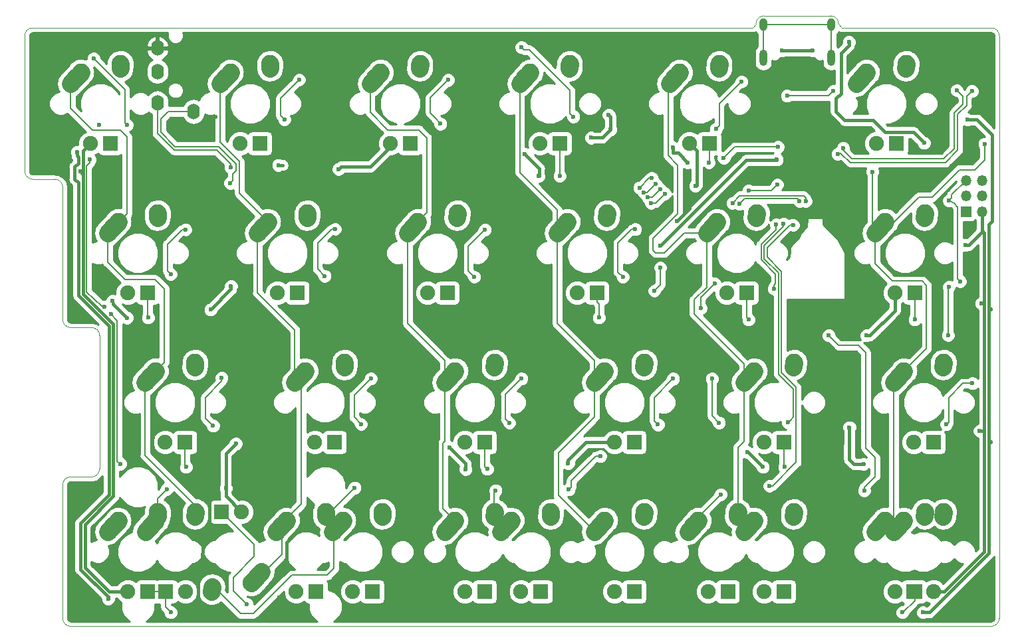
<source format=gbr>
G04 #@! TF.GenerationSoftware,KiCad,Pcbnew,(6.0.0-rc1-dev-1291-g61b749f0b)*
G04 #@! TF.CreationDate,2018-12-05T20:39:08+02:00
G04 #@! TF.ProjectId,TS48_right,54533438-5f72-4696-9768-742e6b696361,rev?*
G04 #@! TF.SameCoordinates,Original*
G04 #@! TF.FileFunction,Copper,L1,Top*
G04 #@! TF.FilePolarity,Positive*
%FSLAX46Y46*%
G04 Gerber Fmt 4.6, Leading zero omitted, Abs format (unit mm)*
G04 Created by KiCad (PCBNEW (6.0.0-rc1-dev-1291-g61b749f0b)) date 12/5/2018 8:39:08 PM*
%MOMM*%
%LPD*%
G01*
G04 APERTURE LIST*
G04 #@! TA.AperFunction,NonConductor*
%ADD10C,0.100000*%
G04 #@! TD*
G04 #@! TA.AperFunction,ComponentPad*
%ADD11R,1.905000X1.905000*%
G04 #@! TD*
G04 #@! TA.AperFunction,ComponentPad*
%ADD12C,1.905000*%
G04 #@! TD*
G04 #@! TA.AperFunction,ComponentPad*
%ADD13C,2.250000*%
G04 #@! TD*
G04 #@! TA.AperFunction,Conductor*
%ADD14C,2.250000*%
G04 #@! TD*
G04 #@! TA.AperFunction,ComponentPad*
%ADD15O,1.350000X1.350000*%
G04 #@! TD*
G04 #@! TA.AperFunction,ComponentPad*
%ADD16R,1.350000X1.350000*%
G04 #@! TD*
G04 #@! TA.AperFunction,ComponentPad*
%ADD17O,1.600000X2.000000*%
G04 #@! TD*
G04 #@! TA.AperFunction,ComponentPad*
%ADD18O,1.000000X1.600000*%
G04 #@! TD*
G04 #@! TA.AperFunction,ComponentPad*
%ADD19O,1.000000X2.100000*%
G04 #@! TD*
G04 #@! TA.AperFunction,ViaPad*
%ADD20C,0.600000*%
G04 #@! TD*
G04 #@! TA.AperFunction,Conductor*
%ADD21C,0.381000*%
G04 #@! TD*
G04 #@! TA.AperFunction,Conductor*
%ADD22C,0.204000*%
G04 #@! TD*
G04 #@! TA.AperFunction,Conductor*
%ADD23C,0.200000*%
G04 #@! TD*
G04 #@! TA.AperFunction,Conductor*
%ADD24C,0.254000*%
G04 #@! TD*
G04 APERTURE END LIST*
D10*
X183769000Y-67945000D02*
X92075000Y-67945000D01*
X195072000Y-67945000D02*
X214122000Y-67945000D01*
X184150000Y-67437000D02*
X183769000Y-67945000D01*
X194691000Y-67437000D02*
X195072000Y-67945000D01*
X215138000Y-143256000D02*
X215138000Y-68961000D01*
X96901000Y-144272000D02*
X214122000Y-144272000D01*
X95885000Y-126238000D02*
X95885000Y-143256000D01*
X99568000Y-125222000D02*
X96901000Y-125222000D01*
X100584000Y-107188000D02*
X100584000Y-124206000D01*
X96901000Y-106172000D02*
X99568000Y-106172000D01*
X95885000Y-88265000D02*
X95885000Y-105156000D01*
X92075000Y-87249000D02*
X94869000Y-87249000D01*
X91059000Y-68961000D02*
X91059000Y-86233000D01*
X193675000Y-66421000D02*
X185166000Y-66421000D01*
X193673731Y-66419731D02*
G75*
G02X194691000Y-67437000I0J-1017269D01*
G01*
X184148731Y-67438269D02*
G75*
G02X185166000Y-66421000I1017269J0D01*
G01*
X91059000Y-68961000D02*
G75*
G02X92076269Y-67943731I1017269J0D01*
G01*
X92075000Y-87249000D02*
G75*
G02X91057731Y-86231731I0J1017269D01*
G01*
X94869000Y-87249000D02*
G75*
G02X95886269Y-88266269I0J-1017269D01*
G01*
X96901000Y-106172000D02*
G75*
G02X95883731Y-105154731I0J1017269D01*
G01*
X99568000Y-106172000D02*
G75*
G02X100585269Y-107189269I0J-1017269D01*
G01*
X100584000Y-124206000D02*
G75*
G02X99566731Y-125223269I-1017269J0D01*
G01*
X95883731Y-126239269D02*
G75*
G02X96901000Y-125222000I1017269J0D01*
G01*
X96901000Y-144272000D02*
G75*
G02X95883731Y-143254731I0J1017269D01*
G01*
X215138000Y-143256000D02*
G75*
G02X214120731Y-144273269I-1017269J0D01*
G01*
X214122000Y-67945000D02*
G75*
G02X215139269Y-68962269I0J-1017269D01*
G01*
D11*
G04 #@! TO.P,MX24,4*
G04 #@! TO.N,Net-(MX24-Pad4)*
X204226960Y-139839960D03*
D12*
G04 #@! TO.P,MX24,3*
G04 #@! TO.N,+5V*
X206766960Y-139839960D03*
D13*
G04 #@! TO.P,MX24,1*
G04 #@! TO.N,COL5*
X202996960Y-130759960D03*
X202341961Y-131489960D03*
D14*
G04 #@! TD*
G04 #@! TO.N,COL5*
G04 #@! TO.C,MX24*
X201686960Y-132219960D02*
X202996962Y-130759960D01*
D13*
G04 #@! TO.P,MX24,2*
G04 #@! TO.N,Net-(D24-Pad2)*
X208036960Y-129679960D03*
X208016960Y-129969960D03*
D14*
G04 #@! TD*
G04 #@! TO.N,Net-(D24-Pad2)*
G04 #@! TO.C,MX24*
X207996960Y-130259960D02*
X208036960Y-129679960D01*
D13*
G04 #@! TO.P,MX6,2*
G04 #@! TO.N,Net-(D6-Pad2)*
X203266960Y-72819960D03*
D14*
G04 #@! TD*
G04 #@! TO.N,Net-(D6-Pad2)*
G04 #@! TO.C,MX6*
X203246960Y-73109960D02*
X203286960Y-72529960D01*
D13*
G04 #@! TO.P,MX6,2*
G04 #@! TO.N,Net-(D6-Pad2)*
X203286960Y-72529960D03*
G04 #@! TO.P,MX6,1*
G04 #@! TO.N,COL5*
X197591961Y-74339960D03*
D14*
G04 #@! TD*
G04 #@! TO.N,COL5*
G04 #@! TO.C,MX6*
X196936960Y-75069960D02*
X198246962Y-73609960D01*
D13*
G04 #@! TO.P,MX6,1*
G04 #@! TO.N,COL5*
X198246960Y-73609960D03*
D12*
G04 #@! TO.P,MX6,3*
G04 #@! TO.N,+5V*
X199476960Y-82689960D03*
D11*
G04 #@! TO.P,MX6,4*
G04 #@! TO.N,Net-(MX6-Pad4)*
X202016960Y-82689960D03*
G04 #@! TD*
D13*
G04 #@! TO.P,MX20,2*
G04 #@! TO.N,Net-(D20-Pad2)*
X129391960Y-129969960D03*
D14*
G04 #@! TD*
G04 #@! TO.N,Net-(D20-Pad2)*
G04 #@! TO.C,MX20*
X129371960Y-130259960D02*
X129411960Y-129679960D01*
D13*
G04 #@! TO.P,MX20,2*
G04 #@! TO.N,Net-(D20-Pad2)*
X129411960Y-129679960D03*
G04 #@! TO.P,MX20,1*
G04 #@! TO.N,COL1*
X123716961Y-131489960D03*
D14*
G04 #@! TD*
G04 #@! TO.N,COL1*
G04 #@! TO.C,MX20*
X123061960Y-132219960D02*
X124371962Y-130759960D01*
D13*
G04 #@! TO.P,MX20,1*
G04 #@! TO.N,COL1*
X124371960Y-130759960D03*
D12*
G04 #@! TO.P,MX20,3*
G04 #@! TO.N,+5V*
X125601960Y-139839960D03*
D11*
G04 #@! TO.P,MX20,4*
G04 #@! TO.N,Net-(MX20-Pad4)*
X128141960Y-139839960D03*
G04 #@! TD*
D13*
G04 #@! TO.P,MX12,2*
G04 #@! TO.N,Net-(D12-Pad2)*
X205641960Y-91869960D03*
D14*
G04 #@! TD*
G04 #@! TO.N,Net-(D12-Pad2)*
G04 #@! TO.C,MX12*
X205621960Y-92159960D02*
X205661960Y-91579960D01*
D13*
G04 #@! TO.P,MX12,2*
G04 #@! TO.N,Net-(D12-Pad2)*
X205661960Y-91579960D03*
G04 #@! TO.P,MX12,1*
G04 #@! TO.N,COL5*
X199966961Y-93389960D03*
D14*
G04 #@! TD*
G04 #@! TO.N,COL5*
G04 #@! TO.C,MX12*
X199311960Y-94119960D02*
X200621962Y-92659960D01*
D13*
G04 #@! TO.P,MX12,1*
G04 #@! TO.N,COL5*
X200621960Y-92659960D03*
D12*
G04 #@! TO.P,MX12,3*
G04 #@! TO.N,+5V*
X201851960Y-101739960D03*
D11*
G04 #@! TO.P,MX12,4*
G04 #@! TO.N,Net-(MX12-Pad4)*
X204391960Y-101739960D03*
G04 #@! TD*
G04 #@! TO.P,MX19,4*
G04 #@! TO.N,Net-(MX19-Pad4)*
X106714960Y-139839960D03*
D12*
G04 #@! TO.P,MX19,3*
G04 #@! TO.N,+5V*
X104174960Y-139839960D03*
D13*
G04 #@! TO.P,MX19,1*
G04 #@! TO.N,COL0*
X102944960Y-130759960D03*
X102289961Y-131489960D03*
D14*
G04 #@! TD*
G04 #@! TO.N,COL0*
G04 #@! TO.C,MX19*
X101634960Y-132219960D02*
X102944962Y-130759960D01*
D13*
G04 #@! TO.P,MX19,2*
G04 #@! TO.N,Net-(D19-Pad2)*
X107984960Y-129679960D03*
X107964960Y-129969960D03*
D14*
G04 #@! TD*
G04 #@! TO.N,Net-(D19-Pad2)*
G04 #@! TO.C,MX19*
X107944960Y-130259960D02*
X107984960Y-129679960D01*
D13*
G04 #@! TO.P,MX21,2*
G04 #@! TO.N,Net-(D21-Pad2)*
X150866960Y-129969960D03*
D14*
G04 #@! TD*
G04 #@! TO.N,Net-(D21-Pad2)*
G04 #@! TO.C,MX21*
X150846960Y-130259960D02*
X150886960Y-129679960D01*
D13*
G04 #@! TO.P,MX21,2*
G04 #@! TO.N,Net-(D21-Pad2)*
X150886960Y-129679960D03*
G04 #@! TO.P,MX21,1*
G04 #@! TO.N,COL2*
X145191961Y-131489960D03*
D14*
G04 #@! TD*
G04 #@! TO.N,COL2*
G04 #@! TO.C,MX21*
X144536960Y-132219960D02*
X145846962Y-130759960D01*
D13*
G04 #@! TO.P,MX21,1*
G04 #@! TO.N,COL2*
X145846960Y-130759960D03*
D12*
G04 #@! TO.P,MX21,3*
G04 #@! TO.N,+5V*
X147076960Y-139839960D03*
D11*
G04 #@! TO.P,MX21,4*
G04 #@! TO.N,Net-(MX21-Pad4)*
X149616960Y-139839960D03*
G04 #@! TD*
D13*
G04 #@! TO.P,MX22,2*
G04 #@! TO.N,Net-(D22-Pad2)*
X169916960Y-129969960D03*
D14*
G04 #@! TD*
G04 #@! TO.N,Net-(D22-Pad2)*
G04 #@! TO.C,MX22*
X169896960Y-130259960D02*
X169936960Y-129679960D01*
D13*
G04 #@! TO.P,MX22,2*
G04 #@! TO.N,Net-(D22-Pad2)*
X169936960Y-129679960D03*
G04 #@! TO.P,MX22,1*
G04 #@! TO.N,COL3*
X164241961Y-131489960D03*
D14*
G04 #@! TD*
G04 #@! TO.N,COL3*
G04 #@! TO.C,MX22*
X163586960Y-132219960D02*
X164896962Y-130759960D01*
D13*
G04 #@! TO.P,MX22,1*
G04 #@! TO.N,COL3*
X164896960Y-130759960D03*
D12*
G04 #@! TO.P,MX22,3*
G04 #@! TO.N,+5V*
X166126960Y-139839960D03*
D11*
G04 #@! TO.P,MX22,4*
G04 #@! TO.N,Net-(MX22-Pad4)*
X168666960Y-139839960D03*
G04 #@! TD*
D13*
G04 #@! TO.P,MX23,2*
G04 #@! TO.N,Net-(D23-Pad2)*
X188966960Y-129969960D03*
D14*
G04 #@! TD*
G04 #@! TO.N,Net-(D23-Pad2)*
G04 #@! TO.C,MX23*
X188946960Y-130259960D02*
X188986960Y-129679960D01*
D13*
G04 #@! TO.P,MX23,2*
G04 #@! TO.N,Net-(D23-Pad2)*
X188986960Y-129679960D03*
G04 #@! TO.P,MX23,1*
G04 #@! TO.N,COL4*
X183291961Y-131489960D03*
D14*
G04 #@! TD*
G04 #@! TO.N,COL4*
G04 #@! TO.C,MX23*
X182636960Y-132219960D02*
X183946962Y-130759960D01*
D13*
G04 #@! TO.P,MX23,1*
G04 #@! TO.N,COL4*
X183946960Y-130759960D03*
D12*
G04 #@! TO.P,MX23,3*
G04 #@! TO.N,+5V*
X185176960Y-139839960D03*
D11*
G04 #@! TO.P,MX23,4*
G04 #@! TO.N,Net-(MX23-Pad4)*
X187716960Y-139839960D03*
G04 #@! TD*
G04 #@! TO.P,MX1,4*
G04 #@! TO.N,Net-(MX1-Pad4)*
X101964960Y-82689960D03*
D12*
G04 #@! TO.P,MX1,3*
G04 #@! TO.N,+5V*
X99424960Y-82689960D03*
D13*
G04 #@! TO.P,MX1,1*
G04 #@! TO.N,COL0*
X98194960Y-73609960D03*
X97539961Y-74339960D03*
D14*
G04 #@! TD*
G04 #@! TO.N,COL0*
G04 #@! TO.C,MX1*
X96884960Y-75069960D02*
X98194962Y-73609960D01*
D13*
G04 #@! TO.P,MX1,2*
G04 #@! TO.N,Net-(D1-Pad2)*
X103234960Y-72529960D03*
X103214960Y-72819960D03*
D14*
G04 #@! TD*
G04 #@! TO.N,Net-(D1-Pad2)*
G04 #@! TO.C,MX1*
X103194960Y-73109960D02*
X103234960Y-72529960D01*
D13*
G04 #@! TO.P,MX2,2*
G04 #@! TO.N,Net-(D2-Pad2)*
X122266960Y-72819960D03*
D14*
G04 #@! TD*
G04 #@! TO.N,Net-(D2-Pad2)*
G04 #@! TO.C,MX2*
X122246960Y-73109960D02*
X122286960Y-72529960D01*
D13*
G04 #@! TO.P,MX2,2*
G04 #@! TO.N,Net-(D2-Pad2)*
X122286960Y-72529960D03*
G04 #@! TO.P,MX2,1*
G04 #@! TO.N,COL1*
X116591961Y-74339960D03*
D14*
G04 #@! TD*
G04 #@! TO.N,COL1*
G04 #@! TO.C,MX2*
X115936960Y-75069960D02*
X117246962Y-73609960D01*
D13*
G04 #@! TO.P,MX2,1*
G04 #@! TO.N,COL1*
X117246960Y-73609960D03*
D12*
G04 #@! TO.P,MX2,3*
G04 #@! TO.N,+5V*
X118476960Y-82689960D03*
D11*
G04 #@! TO.P,MX2,4*
G04 #@! TO.N,Net-(MX2-Pad4)*
X121016960Y-82689960D03*
G04 #@! TD*
D13*
G04 #@! TO.P,MX3,2*
G04 #@! TO.N,Net-(D3-Pad2)*
X141366960Y-72819960D03*
D14*
G04 #@! TD*
G04 #@! TO.N,Net-(D3-Pad2)*
G04 #@! TO.C,MX3*
X141346960Y-73109960D02*
X141386960Y-72529960D01*
D13*
G04 #@! TO.P,MX3,2*
G04 #@! TO.N,Net-(D3-Pad2)*
X141386960Y-72529960D03*
G04 #@! TO.P,MX3,1*
G04 #@! TO.N,COL2*
X135691961Y-74339960D03*
D14*
G04 #@! TD*
G04 #@! TO.N,COL2*
G04 #@! TO.C,MX3*
X135036960Y-75069960D02*
X136346962Y-73609960D01*
D13*
G04 #@! TO.P,MX3,1*
G04 #@! TO.N,COL2*
X136346960Y-73609960D03*
D12*
G04 #@! TO.P,MX3,3*
G04 #@! TO.N,+5V*
X137576960Y-82689960D03*
D11*
G04 #@! TO.P,MX3,4*
G04 #@! TO.N,Net-(MX3-Pad4)*
X140116960Y-82689960D03*
G04 #@! TD*
D13*
G04 #@! TO.P,MX4,2*
G04 #@! TO.N,Net-(D4-Pad2)*
X160416960Y-72819960D03*
D14*
G04 #@! TD*
G04 #@! TO.N,Net-(D4-Pad2)*
G04 #@! TO.C,MX4*
X160396960Y-73109960D02*
X160436960Y-72529960D01*
D13*
G04 #@! TO.P,MX4,2*
G04 #@! TO.N,Net-(D4-Pad2)*
X160436960Y-72529960D03*
G04 #@! TO.P,MX4,1*
G04 #@! TO.N,COL3*
X154741961Y-74339960D03*
D14*
G04 #@! TD*
G04 #@! TO.N,COL3*
G04 #@! TO.C,MX4*
X154086960Y-75069960D02*
X155396962Y-73609960D01*
D13*
G04 #@! TO.P,MX4,1*
G04 #@! TO.N,COL3*
X155396960Y-73609960D03*
D12*
G04 #@! TO.P,MX4,3*
G04 #@! TO.N,+5V*
X156626960Y-82689960D03*
D11*
G04 #@! TO.P,MX4,4*
G04 #@! TO.N,Net-(MX4-Pad4)*
X159166960Y-82689960D03*
G04 #@! TD*
D13*
G04 #@! TO.P,MX5,2*
G04 #@! TO.N,Net-(D5-Pad2)*
X179466960Y-72819960D03*
D14*
G04 #@! TD*
G04 #@! TO.N,Net-(D5-Pad2)*
G04 #@! TO.C,MX5*
X179446960Y-73109960D02*
X179486960Y-72529960D01*
D13*
G04 #@! TO.P,MX5,2*
G04 #@! TO.N,Net-(D5-Pad2)*
X179486960Y-72529960D03*
G04 #@! TO.P,MX5,1*
G04 #@! TO.N,COL4*
X173791961Y-74339960D03*
D14*
G04 #@! TD*
G04 #@! TO.N,COL4*
G04 #@! TO.C,MX5*
X173136960Y-75069960D02*
X174446962Y-73609960D01*
D13*
G04 #@! TO.P,MX5,1*
G04 #@! TO.N,COL4*
X174446960Y-73609960D03*
D12*
G04 #@! TO.P,MX5,3*
G04 #@! TO.N,+5V*
X175676960Y-82689960D03*
D11*
G04 #@! TO.P,MX5,4*
G04 #@! TO.N,Net-(MX5-Pad4)*
X178216960Y-82689960D03*
G04 #@! TD*
G04 #@! TO.P,MX7,4*
G04 #@! TO.N,Net-(MX7-Pad4)*
X106714960Y-101739960D03*
D12*
G04 #@! TO.P,MX7,3*
G04 #@! TO.N,+5V*
X104174960Y-101739960D03*
D13*
G04 #@! TO.P,MX7,1*
G04 #@! TO.N,COL0*
X102944960Y-92659960D03*
X102289961Y-93389960D03*
D14*
G04 #@! TD*
G04 #@! TO.N,COL0*
G04 #@! TO.C,MX7*
X101634960Y-94119960D02*
X102944962Y-92659960D01*
D13*
G04 #@! TO.P,MX7,2*
G04 #@! TO.N,Net-(D7-Pad2)*
X107984960Y-91579960D03*
X107964960Y-91869960D03*
D14*
G04 #@! TD*
G04 #@! TO.N,Net-(D7-Pad2)*
G04 #@! TO.C,MX7*
X107944960Y-92159960D02*
X107984960Y-91579960D01*
D13*
G04 #@! TO.P,MX8,2*
G04 #@! TO.N,Net-(D8-Pad2)*
X127016960Y-91869960D03*
D14*
G04 #@! TD*
G04 #@! TO.N,Net-(D8-Pad2)*
G04 #@! TO.C,MX8*
X126996960Y-92159960D02*
X127036960Y-91579960D01*
D13*
G04 #@! TO.P,MX8,2*
G04 #@! TO.N,Net-(D8-Pad2)*
X127036960Y-91579960D03*
G04 #@! TO.P,MX8,1*
G04 #@! TO.N,COL1*
X121341961Y-93389960D03*
D14*
G04 #@! TD*
G04 #@! TO.N,COL1*
G04 #@! TO.C,MX8*
X120686960Y-94119960D02*
X121996962Y-92659960D01*
D13*
G04 #@! TO.P,MX8,1*
G04 #@! TO.N,COL1*
X121996960Y-92659960D03*
D12*
G04 #@! TO.P,MX8,3*
G04 #@! TO.N,+5V*
X123226960Y-101739960D03*
D11*
G04 #@! TO.P,MX8,4*
G04 #@! TO.N,Net-(MX8-Pad4)*
X125766960Y-101739960D03*
G04 #@! TD*
D13*
G04 #@! TO.P,MX9,2*
G04 #@! TO.N,Net-(D9-Pad2)*
X146116960Y-91869960D03*
D14*
G04 #@! TD*
G04 #@! TO.N,Net-(D9-Pad2)*
G04 #@! TO.C,MX9*
X146096960Y-92159960D02*
X146136960Y-91579960D01*
D13*
G04 #@! TO.P,MX9,2*
G04 #@! TO.N,Net-(D9-Pad2)*
X146136960Y-91579960D03*
G04 #@! TO.P,MX9,1*
G04 #@! TO.N,COL2*
X140441961Y-93389960D03*
D14*
G04 #@! TD*
G04 #@! TO.N,COL2*
G04 #@! TO.C,MX9*
X139786960Y-94119960D02*
X141096962Y-92659960D01*
D13*
G04 #@! TO.P,MX9,1*
G04 #@! TO.N,COL2*
X141096960Y-92659960D03*
D12*
G04 #@! TO.P,MX9,3*
G04 #@! TO.N,+5V*
X142326960Y-101739960D03*
D11*
G04 #@! TO.P,MX9,4*
G04 #@! TO.N,Net-(MX9-Pad4)*
X144866960Y-101739960D03*
G04 #@! TD*
D13*
G04 #@! TO.P,MX10,2*
G04 #@! TO.N,Net-(D10-Pad2)*
X165166960Y-91869960D03*
D14*
G04 #@! TD*
G04 #@! TO.N,Net-(D10-Pad2)*
G04 #@! TO.C,MX10*
X165146960Y-92159960D02*
X165186960Y-91579960D01*
D13*
G04 #@! TO.P,MX10,2*
G04 #@! TO.N,Net-(D10-Pad2)*
X165186960Y-91579960D03*
G04 #@! TO.P,MX10,1*
G04 #@! TO.N,COL3*
X159491961Y-93389960D03*
D14*
G04 #@! TD*
G04 #@! TO.N,COL3*
G04 #@! TO.C,MX10*
X158836960Y-94119960D02*
X160146962Y-92659960D01*
D13*
G04 #@! TO.P,MX10,1*
G04 #@! TO.N,COL3*
X160146960Y-92659960D03*
D12*
G04 #@! TO.P,MX10,3*
G04 #@! TO.N,+5V*
X161376960Y-101739960D03*
D11*
G04 #@! TO.P,MX10,4*
G04 #@! TO.N,Net-(MX10-Pad4)*
X163916960Y-101739960D03*
G04 #@! TD*
D13*
G04 #@! TO.P,MX11,2*
G04 #@! TO.N,Net-(D11-Pad2)*
X184216960Y-91869960D03*
D14*
G04 #@! TD*
G04 #@! TO.N,Net-(D11-Pad2)*
G04 #@! TO.C,MX11*
X184196960Y-92159960D02*
X184236960Y-91579960D01*
D13*
G04 #@! TO.P,MX11,2*
G04 #@! TO.N,Net-(D11-Pad2)*
X184236960Y-91579960D03*
G04 #@! TO.P,MX11,1*
G04 #@! TO.N,COL4*
X178541961Y-93389960D03*
D14*
G04 #@! TD*
G04 #@! TO.N,COL4*
G04 #@! TO.C,MX11*
X177886960Y-94119960D02*
X179196962Y-92659960D01*
D13*
G04 #@! TO.P,MX11,1*
G04 #@! TO.N,COL4*
X179196960Y-92659960D03*
D12*
G04 #@! TO.P,MX11,3*
G04 #@! TO.N,+5V*
X180426960Y-101739960D03*
D11*
G04 #@! TO.P,MX11,4*
G04 #@! TO.N,Net-(MX11-Pad4)*
X182966960Y-101739960D03*
G04 #@! TD*
G04 #@! TO.P,MX13,4*
G04 #@! TO.N,Net-(MX13-Pad4)*
X111464960Y-120790960D03*
D12*
G04 #@! TO.P,MX13,3*
G04 #@! TO.N,+5V*
X108924960Y-120790960D03*
D13*
G04 #@! TO.P,MX13,1*
G04 #@! TO.N,COL0*
X107694960Y-111710960D03*
X107039961Y-112440960D03*
D14*
G04 #@! TD*
G04 #@! TO.N,COL0*
G04 #@! TO.C,MX13*
X106384960Y-113170960D02*
X107694962Y-111710960D01*
D13*
G04 #@! TO.P,MX13,2*
G04 #@! TO.N,Net-(D13-Pad2)*
X112734960Y-110630960D03*
X112714960Y-110920960D03*
D14*
G04 #@! TD*
G04 #@! TO.N,Net-(D13-Pad2)*
G04 #@! TO.C,MX13*
X112694960Y-111210960D02*
X112734960Y-110630960D01*
D13*
G04 #@! TO.P,MX14,2*
G04 #@! TO.N,Net-(D14-Pad2)*
X131766960Y-110920960D03*
D14*
G04 #@! TD*
G04 #@! TO.N,Net-(D14-Pad2)*
G04 #@! TO.C,MX14*
X131746960Y-111210960D02*
X131786960Y-110630960D01*
D13*
G04 #@! TO.P,MX14,2*
G04 #@! TO.N,Net-(D14-Pad2)*
X131786960Y-110630960D03*
G04 #@! TO.P,MX14,1*
G04 #@! TO.N,COL1*
X126091961Y-112440960D03*
D14*
G04 #@! TD*
G04 #@! TO.N,COL1*
G04 #@! TO.C,MX14*
X125436960Y-113170960D02*
X126746962Y-111710960D01*
D13*
G04 #@! TO.P,MX14,1*
G04 #@! TO.N,COL1*
X126746960Y-111710960D03*
D12*
G04 #@! TO.P,MX14,3*
G04 #@! TO.N,+5V*
X127976960Y-120790960D03*
D11*
G04 #@! TO.P,MX14,4*
G04 #@! TO.N,Net-(MX14-Pad4)*
X130516960Y-120790960D03*
G04 #@! TD*
D13*
G04 #@! TO.P,MX15,2*
G04 #@! TO.N,Net-(D15-Pad2)*
X150866960Y-110920960D03*
D14*
G04 #@! TD*
G04 #@! TO.N,Net-(D15-Pad2)*
G04 #@! TO.C,MX15*
X150846960Y-111210960D02*
X150886960Y-110630960D01*
D13*
G04 #@! TO.P,MX15,2*
G04 #@! TO.N,Net-(D15-Pad2)*
X150886960Y-110630960D03*
G04 #@! TO.P,MX15,1*
G04 #@! TO.N,COL2*
X145191961Y-112440960D03*
D14*
G04 #@! TD*
G04 #@! TO.N,COL2*
G04 #@! TO.C,MX15*
X144536960Y-113170960D02*
X145846962Y-111710960D01*
D13*
G04 #@! TO.P,MX15,1*
G04 #@! TO.N,COL2*
X145846960Y-111710960D03*
D12*
G04 #@! TO.P,MX15,3*
G04 #@! TO.N,+5V*
X147076960Y-120790960D03*
D11*
G04 #@! TO.P,MX15,4*
G04 #@! TO.N,Net-(MX15-Pad4)*
X149616960Y-120790960D03*
G04 #@! TD*
D13*
G04 #@! TO.P,MX16,2*
G04 #@! TO.N,Net-(D16-Pad2)*
X169916960Y-110920960D03*
D14*
G04 #@! TD*
G04 #@! TO.N,Net-(D16-Pad2)*
G04 #@! TO.C,MX16*
X169896960Y-111210960D02*
X169936960Y-110630960D01*
D13*
G04 #@! TO.P,MX16,2*
G04 #@! TO.N,Net-(D16-Pad2)*
X169936960Y-110630960D03*
G04 #@! TO.P,MX16,1*
G04 #@! TO.N,COL3*
X164241961Y-112440960D03*
D14*
G04 #@! TD*
G04 #@! TO.N,COL3*
G04 #@! TO.C,MX16*
X163586960Y-113170960D02*
X164896962Y-111710960D01*
D13*
G04 #@! TO.P,MX16,1*
G04 #@! TO.N,COL3*
X164896960Y-111710960D03*
D12*
G04 #@! TO.P,MX16,3*
G04 #@! TO.N,+5V*
X166126960Y-120790960D03*
D11*
G04 #@! TO.P,MX16,4*
G04 #@! TO.N,Net-(MX16-Pad4)*
X168666960Y-120790960D03*
G04 #@! TD*
D13*
G04 #@! TO.P,MX17,2*
G04 #@! TO.N,Net-(D17-Pad2)*
X188966960Y-110920960D03*
D14*
G04 #@! TD*
G04 #@! TO.N,Net-(D17-Pad2)*
G04 #@! TO.C,MX17*
X188946960Y-111210960D02*
X188986960Y-110630960D01*
D13*
G04 #@! TO.P,MX17,2*
G04 #@! TO.N,Net-(D17-Pad2)*
X188986960Y-110630960D03*
G04 #@! TO.P,MX17,1*
G04 #@! TO.N,COL4*
X183291961Y-112440960D03*
D14*
G04 #@! TD*
G04 #@! TO.N,COL4*
G04 #@! TO.C,MX17*
X182636960Y-113170960D02*
X183946962Y-111710960D01*
D13*
G04 #@! TO.P,MX17,1*
G04 #@! TO.N,COL4*
X183946960Y-111710960D03*
D12*
G04 #@! TO.P,MX17,3*
G04 #@! TO.N,+5V*
X185176960Y-120790960D03*
D11*
G04 #@! TO.P,MX17,4*
G04 #@! TO.N,Net-(MX17-Pad4)*
X187716960Y-120790960D03*
G04 #@! TD*
D13*
G04 #@! TO.P,MX18,2*
G04 #@! TO.N,Net-(D18-Pad2)*
X208016960Y-110920960D03*
D14*
G04 #@! TD*
G04 #@! TO.N,Net-(D18-Pad2)*
G04 #@! TO.C,MX18*
X207996960Y-111210960D02*
X208036960Y-110630960D01*
D13*
G04 #@! TO.P,MX18,2*
G04 #@! TO.N,Net-(D18-Pad2)*
X208036960Y-110630960D03*
G04 #@! TO.P,MX18,1*
G04 #@! TO.N,COL5*
X202341961Y-112440960D03*
D14*
G04 #@! TD*
G04 #@! TO.N,COL5*
G04 #@! TO.C,MX18*
X201686960Y-113170960D02*
X202996962Y-111710960D01*
D13*
G04 #@! TO.P,MX18,1*
G04 #@! TO.N,COL5*
X202996960Y-111710960D03*
D12*
G04 #@! TO.P,MX18,3*
G04 #@! TO.N,+5V*
X204226960Y-120790960D03*
D11*
G04 #@! TO.P,MX18,4*
G04 #@! TO.N,Net-(MX18-Pad4)*
X206766960Y-120790960D03*
G04 #@! TD*
D15*
G04 #@! TO.P,SPI1,6*
G04 #@! TO.N,GND*
X212928200Y-87388700D03*
G04 #@! TO.P,SPI1,5*
G04 #@! TO.N,RST*
X210928200Y-87388700D03*
G04 #@! TO.P,SPI1,4*
G04 #@! TO.N,MOSI*
X212928200Y-89388700D03*
G04 #@! TO.P,SPI1,3*
G04 #@! TO.N,SCK*
X210928200Y-89388700D03*
G04 #@! TO.P,SPI1,2*
G04 #@! TO.N,+5V*
X212928200Y-91388700D03*
D16*
G04 #@! TO.P,SPI1,1*
G04 #@! TO.N,MISO*
X210928200Y-91388700D03*
G04 #@! TD*
D17*
G04 #@! TO.P,TRRS1,1*
G04 #@! TO.N,SDA+*
X112536000Y-78630760D03*
G04 #@! TO.P,TRRS1,2*
G04 #@! TO.N,SCL-*
X107936000Y-77530760D03*
G04 #@! TO.P,TRRS1,4*
G04 #@! TO.N,GND*
X107936000Y-70530760D03*
G04 #@! TO.P,TRRS1,3*
G04 #@! TO.N,+5V*
X107936000Y-73530760D03*
G04 #@! TD*
D18*
G04 #@! TO.P,USB1,13*
G04 #@! TO.N,Net-(C7-Pad2)*
X193740500Y-67567980D03*
X185100500Y-67567980D03*
D19*
X193740500Y-71747980D03*
X185100500Y-71747980D03*
G04 #@! TD*
D11*
G04 #@! TO.P,MX25,4*
G04 #@! TO.N,Net-(MX24-Pad4)*
X204386180Y-139840860D03*
D12*
G04 #@! TO.P,MX25,3*
G04 #@! TO.N,+5V*
X201846180Y-139840860D03*
D13*
G04 #@! TO.P,MX25,1*
G04 #@! TO.N,COL5*
X200616180Y-130760860D03*
X199961181Y-131490860D03*
D14*
G04 #@! TD*
G04 #@! TO.N,COL5*
G04 #@! TO.C,MX25*
X199306180Y-132220860D02*
X200616182Y-130760860D01*
D13*
G04 #@! TO.P,MX25,2*
G04 #@! TO.N,Net-(D24-Pad2)*
X205656180Y-129680860D03*
X205636180Y-129970860D03*
D14*
G04 #@! TD*
G04 #@! TO.N,Net-(D24-Pad2)*
G04 #@! TO.C,MX25*
X205616180Y-130260860D02*
X205656180Y-129680860D01*
D13*
G04 #@! TO.P,MX26,2*
G04 #@! TO.N,COL4*
X181824180Y-129970860D03*
D14*
G04 #@! TD*
G04 #@! TO.N,COL4*
G04 #@! TO.C,MX26*
X181804180Y-130260860D02*
X181844180Y-129680860D01*
D13*
G04 #@! TO.P,MX26,2*
G04 #@! TO.N,COL4*
X181844180Y-129680860D03*
G04 #@! TO.P,MX26,1*
G04 #@! TO.N,Net-(D23-Pad2)*
X176149181Y-131490860D03*
D14*
G04 #@! TD*
G04 #@! TO.N,Net-(D23-Pad2)*
G04 #@! TO.C,MX26*
X175494180Y-132220860D02*
X176804182Y-130760860D01*
D13*
G04 #@! TO.P,MX26,1*
G04 #@! TO.N,Net-(D23-Pad2)*
X176804180Y-130760860D03*
D12*
G04 #@! TO.P,MX26,3*
G04 #@! TO.N,+5V*
X178034180Y-139840860D03*
D11*
G04 #@! TO.P,MX26,4*
G04 #@! TO.N,Net-(MX23-Pad4)*
X180574180Y-139840860D03*
G04 #@! TD*
D13*
G04 #@! TO.P,MX27,2*
G04 #@! TO.N,COL2*
X158011180Y-129970860D03*
D14*
G04 #@! TD*
G04 #@! TO.N,COL2*
G04 #@! TO.C,MX27*
X157991180Y-130260860D02*
X158031180Y-129680860D01*
D13*
G04 #@! TO.P,MX27,2*
G04 #@! TO.N,COL2*
X158031180Y-129680860D03*
G04 #@! TO.P,MX27,1*
G04 #@! TO.N,Net-(D21-Pad2)*
X152336181Y-131490860D03*
D14*
G04 #@! TD*
G04 #@! TO.N,Net-(D21-Pad2)*
G04 #@! TO.C,MX27*
X151681180Y-132220860D02*
X152991182Y-130760860D01*
D13*
G04 #@! TO.P,MX27,1*
G04 #@! TO.N,Net-(D21-Pad2)*
X152991180Y-130760860D03*
D12*
G04 #@! TO.P,MX27,3*
G04 #@! TO.N,+5V*
X154221180Y-139840860D03*
D11*
G04 #@! TO.P,MX27,4*
G04 #@! TO.N,Net-(MX21-Pad4)*
X156761180Y-139840860D03*
G04 #@! TD*
D13*
G04 #@! TO.P,MX28,2*
G04 #@! TO.N,COL1*
X136579180Y-129970860D03*
D14*
G04 #@! TD*
G04 #@! TO.N,COL1*
G04 #@! TO.C,MX28*
X136559180Y-130260860D02*
X136599180Y-129680860D01*
D13*
G04 #@! TO.P,MX28,2*
G04 #@! TO.N,COL1*
X136599180Y-129680860D03*
G04 #@! TO.P,MX28,1*
G04 #@! TO.N,Net-(D20-Pad2)*
X130904181Y-131490860D03*
D14*
G04 #@! TD*
G04 #@! TO.N,Net-(D20-Pad2)*
G04 #@! TO.C,MX28*
X130249180Y-132220860D02*
X131559182Y-130760860D01*
D13*
G04 #@! TO.P,MX28,1*
G04 #@! TO.N,Net-(D20-Pad2)*
X131559180Y-130760860D03*
D12*
G04 #@! TO.P,MX28,3*
G04 #@! TO.N,+5V*
X132789180Y-139840860D03*
D11*
G04 #@! TO.P,MX28,4*
G04 #@! TO.N,Net-(MX20-Pad4)*
X135329180Y-139840860D03*
G04 #@! TD*
G04 #@! TO.P,MX29,4*
G04 #@! TO.N,Net-(MX20-Pad4)*
X116120160Y-129679940D03*
D12*
G04 #@! TO.P,MX29,3*
G04 #@! TO.N,+5V*
X118660160Y-129679940D03*
D13*
G04 #@! TO.P,MX29,1*
G04 #@! TO.N,COL1*
X119890160Y-138759940D03*
X120545159Y-138029940D03*
D14*
G04 #@! TD*
G04 #@! TO.N,COL1*
G04 #@! TO.C,MX29*
X121200160Y-137299940D02*
X119890158Y-138759940D01*
D13*
G04 #@! TO.P,MX29,2*
G04 #@! TO.N,Net-(D20-Pad2)*
X114850160Y-139839940D03*
X114870160Y-139549940D03*
D14*
G04 #@! TD*
G04 #@! TO.N,Net-(D20-Pad2)*
G04 #@! TO.C,MX29*
X114890160Y-139259940D02*
X114850160Y-139839940D01*
D13*
G04 #@! TO.P,MX30,2*
G04 #@! TO.N,COL0*
X112767180Y-129970860D03*
D14*
G04 #@! TD*
G04 #@! TO.N,COL0*
G04 #@! TO.C,MX30*
X112747180Y-130260860D02*
X112787180Y-129680860D01*
D13*
G04 #@! TO.P,MX30,2*
G04 #@! TO.N,COL0*
X112787180Y-129680860D03*
G04 #@! TO.P,MX30,1*
G04 #@! TO.N,Net-(D19-Pad2)*
X107092181Y-131490860D03*
D14*
G04 #@! TD*
G04 #@! TO.N,Net-(D19-Pad2)*
G04 #@! TO.C,MX30*
X106437180Y-132220860D02*
X107747182Y-130760860D01*
D13*
G04 #@! TO.P,MX30,1*
G04 #@! TO.N,Net-(D19-Pad2)*
X107747180Y-130760860D03*
D11*
G04 #@! TO.P,MX30,3*
G04 #@! TO.N,Net-(MX19-Pad4)*
X108977180Y-139840860D03*
D12*
G04 #@! TO.P,MX30,4*
G04 #@! TO.N,+5V*
X111517180Y-139840860D03*
G04 #@! TD*
D20*
G04 #@! TO.N,GND*
X120411240Y-120990360D03*
X177784760Y-88620600D03*
X174482760Y-70210680D03*
X172770800Y-70210680D03*
X169484040Y-72105520D03*
X167924480Y-70210680D03*
X184957720Y-75112880D03*
X193187320Y-73604120D03*
X211302600Y-84302600D03*
X167573960Y-75575160D03*
X114843560Y-94361000D03*
X105410000Y-108077000D03*
X98531680Y-128076960D03*
X101351080Y-88422480D03*
X211780120Y-117891560D03*
X193029840Y-132019040D03*
X174437040Y-142727680D03*
X124876560Y-127452120D03*
X126918720Y-131140200D03*
X214162640Y-75519280D03*
X114345720Y-126857760D03*
X113807240Y-133141720D03*
X113543080Y-136240520D03*
X122031760Y-142707360D03*
X129519680Y-136641840D03*
X123494800Y-140599160D03*
X123946920Y-136824720D03*
X107807760Y-137017760D03*
X143733520Y-139954000D03*
X151983440Y-139288520D03*
X164073840Y-139898120D03*
X175839120Y-139633960D03*
X182996840Y-139557760D03*
X197535800Y-139847320D03*
X179699920Y-120883680D03*
X153466800Y-121417080D03*
X141889480Y-124145040D03*
X141549120Y-120680480D03*
X125018800Y-123637040D03*
X137083800Y-101762560D03*
X115031520Y-101386640D03*
X156291280Y-102092760D03*
X167523160Y-101996240D03*
X129346960Y-83601560D03*
X115371880Y-79278480D03*
X112577880Y-81894680D03*
X150296880Y-82600800D03*
X167726360Y-83784440D03*
X166420800Y-83124040D03*
X172298360Y-91826080D03*
X211150200Y-93639640D03*
X174122080Y-92577920D03*
X175727360Y-89504520D03*
X185293000Y-79557880D03*
X100517960Y-99827080D03*
X100650040Y-74325480D03*
X100543360Y-80324960D03*
X185465720Y-99476560D03*
X161970720Y-87447120D03*
X206842360Y-102189280D03*
X120355360Y-87269320D03*
X119344440Y-101559360D03*
X112339120Y-104785160D03*
X135199120Y-83972400D03*
X203835000Y-77896720D03*
X207899000Y-73807320D03*
X204881480Y-69733160D03*
X200822560Y-73395840D03*
X197505320Y-78364080D03*
X191094360Y-78135480D03*
X200324720Y-107005120D03*
X191810640Y-121386600D03*
X118993920Y-127010160D03*
X190708280Y-85618320D03*
X192613280Y-85262720D03*
X191465200Y-83403440D03*
X191505840Y-87391240D03*
X194863720Y-87558880D03*
X181462680Y-84932520D03*
X182763160Y-82270600D03*
X161102040Y-84775040D03*
X191452500Y-102908100D03*
X186090560Y-90723720D03*
G04 #@! TO.N,RST*
X208620360Y-107167680D03*
X210154600Y-100279200D03*
X208762600Y-89992200D03*
X208711800Y-100989200D03*
G04 #@! TO.N,+5V*
X210835240Y-95651320D03*
X116662200Y-126669800D03*
X163169600Y-81965800D03*
X165608000Y-80949800D03*
X195986400Y-69748400D03*
X212648800Y-119354600D03*
X212852000Y-103098600D03*
X165413686Y-79065810D03*
X117946800Y-120970040D03*
X114706400Y-103887000D03*
X117322600Y-100888800D03*
X131013200Y-85966000D03*
X198221600Y-107189000D03*
X197885720Y-123571000D03*
X160248600Y-123465320D03*
X196062600Y-118897400D03*
X98135440Y-86283800D03*
X176428400Y-88112600D03*
X205556800Y-82626200D03*
G04 #@! TO.N,ROW0*
X154305000Y-70434200D03*
X126009400Y-74549000D03*
X144957800Y-74599800D03*
X182321200Y-74803000D03*
X99822000Y-71882000D03*
X104038400Y-80340200D03*
X182321200Y-74803000D03*
X182321200Y-74803000D03*
X179070000Y-80848200D03*
X188112400Y-76606400D03*
X193979800Y-76022200D03*
X126009400Y-74549000D03*
X126009400Y-74549000D03*
X124104400Y-79629000D03*
X160909000Y-79273400D03*
X143967200Y-80187800D03*
G04 #@! TO.N,ROW1*
X177114200Y-103708200D03*
X130581400Y-93599000D03*
X149656800Y-93700600D03*
X168783000Y-93624400D03*
X111531400Y-93675200D03*
X109626400Y-99364800D03*
X129235200Y-99593400D03*
X148285200Y-99695000D03*
X167208200Y-99695000D03*
X177114200Y-103708200D03*
X177114200Y-103708200D03*
X178892200Y-100558600D03*
X186436000Y-101219000D03*
X186715400Y-93040200D03*
G04 #@! TO.N,ROW2*
X178562000Y-112699800D03*
X173609000Y-112699800D03*
X154305000Y-112674400D03*
X135128000Y-112674400D03*
X116128800Y-112572800D03*
X115036600Y-118694200D03*
X208381600Y-118516400D03*
X211709000Y-113283000D03*
X179451000Y-118313200D03*
X171678600Y-118541800D03*
X152755600Y-118338600D03*
X133883400Y-118491000D03*
X188239400Y-118287800D03*
X187680600Y-92938600D03*
G04 #@! TO.N,Net-(D19-Pad2)*
X109162580Y-126758700D03*
G04 #@! TO.N,ROW3*
X185851800Y-126365000D03*
X188874400Y-93091000D03*
G04 #@! TO.N,Net-(D20-Pad2)*
X133056360Y-126593600D03*
G04 #@! TO.N,Net-(D21-Pad2)*
X151017240Y-126946660D03*
G04 #@! TO.N,Net-(D23-Pad2)*
X179678600Y-127439420D03*
G04 #@! TO.N,VCC*
X191363600Y-70866000D03*
X187490100Y-70840600D03*
G04 #@! TO.N,Net-(LED2-Pad2)*
X99339400Y-84759800D03*
X101219000Y-103479600D03*
G04 #@! TO.N,Net-(LED3-Pad2)*
X102057200Y-104470200D03*
X103200200Y-123545600D03*
G04 #@! TO.N,Net-(LED5-Pad2)*
X160324800Y-126822200D03*
X164338000Y-122580400D03*
G04 #@! TO.N,Net-(LED6-Pad2)*
X197942200Y-126949200D03*
X193434000Y-107189000D03*
G04 #@! TO.N,COL0*
X169316400Y-88346280D03*
X170891200Y-87132160D03*
X180060600Y-84556600D03*
X186944000Y-83134200D03*
G04 #@! TO.N,COL1*
X169875200Y-88925400D03*
X171373800Y-87858600D03*
G04 #@! TO.N,COL2*
X170357800Y-89560400D03*
X171983400Y-88519000D03*
G04 #@! TO.N,COL3*
X170789600Y-90271600D03*
X172567600Y-89103200D03*
G04 #@! TO.N,Net-(MX4-Pad4)*
X159156400Y-86817200D03*
G04 #@! TO.N,Net-(MX5-Pad4)*
X178164480Y-85120480D03*
G04 #@! TO.N,COL4*
X183210200Y-88712040D03*
X186888120Y-87939880D03*
G04 #@! TO.N,COL5*
X213278720Y-82748120D03*
X198983600Y-86309200D03*
G04 #@! TO.N,LEDGND*
X104063800Y-104927400D03*
X147193000Y-124256800D03*
X185039000Y-123952000D03*
X123342400Y-85445600D03*
X173558200Y-83210400D03*
X154711400Y-84048600D03*
X97688400Y-83820000D03*
X101676200Y-140766800D03*
X205435200Y-142494000D03*
X211074000Y-79676000D03*
X214096600Y-120827800D03*
X214096600Y-103886000D03*
X102235000Y-102768400D03*
X145110200Y-121437400D03*
X183056566Y-122051390D03*
X156485600Y-86868000D03*
X175464480Y-85120480D03*
G04 #@! TO.N,Net-(MX10-Pad4)*
X164164000Y-104902000D03*
G04 #@! TO.N,Net-(MX11-Pad4)*
X183214000Y-105156000D03*
G04 #@! TO.N,Net-(MX12-Pad4)*
X204376000Y-105156000D03*
G04 #@! TO.N,Net-(MX15-Pad4)*
X149940000Y-124206000D03*
G04 #@! TO.N,Net-(MX17-Pad4)*
X187786000Y-123952000D03*
G04 #@! TO.N,Net-(MX20-Pad4)*
X119349520Y-141472920D03*
G04 #@! TO.N,Net-(MX24-Pad4)*
X202786000Y-142494000D03*
G04 #@! TO.N,Net-(NPNR1-Pad2)*
X171983400Y-98526600D03*
X171223900Y-101484300D03*
G04 #@! TO.N,LEDPWM*
X171983400Y-95742760D03*
X186817000Y-84749640D03*
G04 #@! TO.N,SCL-*
X190500000Y-90043000D03*
X181178200Y-90297000D03*
X117246400Y-85699600D03*
G04 #@! TO.N,SDA+*
X189712600Y-90043000D03*
X182041800Y-90424000D03*
X117221000Y-87731600D03*
G04 #@! TO.N,D+*
X211658200Y-76032360D03*
X194548760Y-84053680D03*
G04 #@! TO.N,D-*
X209722720Y-75905360D03*
X195270921Y-83255319D03*
G04 #@! TO.N,Net-(MX7-Pad4)*
X106760000Y-104902000D03*
G04 #@! TO.N,Net-(MX13-Pad4)*
X111586000Y-123952000D03*
G04 #@! TO.N,Net-(MX19-Pad4)*
X109648000Y-142494000D03*
G04 #@! TD*
D21*
G04 #@! TO.N,GND*
X114345720Y-127282024D02*
X114533680Y-127469984D01*
X114345720Y-126857760D02*
X114345720Y-127282024D01*
X114533680Y-127469984D02*
X114533680Y-132013960D01*
X114533680Y-132013960D02*
X114137440Y-132410200D01*
X126618721Y-131440199D02*
X126506961Y-131440199D01*
X126918720Y-131140200D02*
X126618721Y-131440199D01*
X126506961Y-131440199D02*
X124388880Y-133558280D01*
X113807240Y-133565984D02*
X113822480Y-133581224D01*
X113807240Y-133141720D02*
X113807240Y-133565984D01*
X113822480Y-133581224D02*
X113543080Y-136240520D01*
X113822480Y-135961120D02*
X113543080Y-136240520D01*
X113543080Y-136240520D02*
X113822480Y-135961120D01*
X113243081Y-136540519D02*
X113243081Y-138572519D01*
X113543080Y-136240520D02*
X113243081Y-136540519D01*
X113243081Y-138572519D02*
X113141760Y-138673840D01*
X113141760Y-138673840D02*
X113141760Y-140792200D01*
X113141760Y-140792200D02*
X114863880Y-142514320D01*
X114863880Y-142514320D02*
X116428520Y-142514320D01*
X123946920Y-136824720D02*
X124388880Y-136382760D01*
X174422079Y-92277921D02*
X174422079Y-92257601D01*
X174122080Y-92577920D02*
X174422079Y-92277921D01*
X174422079Y-92257601D02*
X175727360Y-90952320D01*
X175727360Y-90952320D02*
X175727360Y-89504520D01*
X175727360Y-89504520D02*
X175727360Y-89108280D01*
X124388880Y-136382760D02*
X123946920Y-136824720D01*
X124388880Y-133558280D02*
X124388880Y-136382760D01*
D22*
G04 #@! TO.N,RST*
X209071790Y-89245110D02*
X210928200Y-87388700D01*
X208762600Y-89992200D02*
X209371789Y-90318569D01*
X209371789Y-90318569D02*
X209854601Y-90801381D01*
X209854601Y-90801381D02*
X209854601Y-99979201D01*
X209854601Y-99979201D02*
X210154600Y-100279200D01*
X208762600Y-89992200D02*
X209071790Y-89594306D01*
X209071790Y-89594306D02*
X209071790Y-89245110D01*
X208620360Y-101080640D02*
X208711800Y-100989200D01*
X208620360Y-107167680D02*
X208620360Y-101080640D01*
D21*
G04 #@! TO.N,+5V*
X99424960Y-82689960D02*
X98472461Y-83642459D01*
X98472461Y-101876061D02*
X102336600Y-105740200D01*
X102336600Y-105740200D02*
X102336600Y-127685800D01*
X102336600Y-127685800D02*
X98704400Y-131318000D01*
X98704400Y-131318000D02*
X98704400Y-136753600D01*
X101790760Y-139839960D02*
X104174960Y-139839960D01*
X98704400Y-136753600D02*
X101790760Y-139839960D01*
X208113998Y-139839960D02*
X213233000Y-134720958D01*
X206766960Y-139839960D02*
X208113998Y-139839960D01*
X212928200Y-93802200D02*
X212928200Y-91388700D01*
X213207600Y-119354600D02*
X213233000Y-119329200D01*
X212648800Y-119354600D02*
X213207600Y-119354600D01*
X213233000Y-134720958D02*
X213233000Y-119329200D01*
X213233000Y-119329200D02*
X213233000Y-103022400D01*
X213233000Y-103022400D02*
X213233000Y-94107000D01*
X212928200Y-103022400D02*
X213233000Y-103022400D01*
X212852000Y-103098600D02*
X212928200Y-103022400D01*
X165608000Y-80949800D02*
X165608000Y-79260124D01*
X165608000Y-79260124D02*
X165413686Y-79065810D01*
X164592000Y-81965800D02*
X165608000Y-80949800D01*
X163169600Y-81965800D02*
X164592000Y-81965800D01*
X116662200Y-126669800D02*
X116662200Y-122254640D01*
X116662200Y-122254640D02*
X117946800Y-120970040D01*
X114706400Y-103887000D02*
X117322600Y-101270800D01*
X117322600Y-101270800D02*
X117322600Y-100888800D01*
X137576960Y-83149040D02*
X137576960Y-82689960D01*
X135059999Y-85666001D02*
X137576960Y-83149040D01*
X131013200Y-85966000D02*
X131313199Y-85666001D01*
X131313199Y-85666001D02*
X135059999Y-85666001D01*
X201851960Y-103086998D02*
X201851960Y-101739960D01*
X201851960Y-103982904D02*
X201851960Y-103086998D01*
X198645864Y-107189000D02*
X201851960Y-103982904D01*
X198221600Y-107189000D02*
X198645864Y-107189000D01*
X196604720Y-123571000D02*
X197885720Y-123571000D01*
X196037200Y-123003480D02*
X196604720Y-123571000D01*
X196062600Y-118897400D02*
X196062600Y-118846600D01*
X196062600Y-118846600D02*
X196037200Y-123003480D01*
X164779922Y-120790960D02*
X166126960Y-120790960D01*
X162498696Y-120790960D02*
X164779922Y-120790960D01*
X160248600Y-123041056D02*
X162498696Y-120790960D01*
X160248600Y-123465320D02*
X160248600Y-123041056D01*
X116662200Y-127681980D02*
X118660160Y-129679940D01*
X116662200Y-126669800D02*
X116662200Y-127681980D01*
X98451862Y-86583799D02*
X98472461Y-86563200D01*
X98435439Y-86583799D02*
X98451862Y-86583799D01*
X98135440Y-86283800D02*
X98435439Y-86583799D01*
X98472461Y-83642459D02*
X98472461Y-86563200D01*
X98472461Y-86563200D02*
X98472461Y-101876061D01*
X212880024Y-94030800D02*
X213156800Y-94030800D01*
X211259504Y-95651320D02*
X212880024Y-94030800D01*
X210835240Y-95651320D02*
X211259504Y-95651320D01*
X213233000Y-94107000D02*
X213156800Y-94030800D01*
X213156800Y-94030800D02*
X212928200Y-93802200D01*
X176629459Y-83642459D02*
X176629459Y-88013141D01*
X175676960Y-82689960D02*
X176629459Y-83642459D01*
X176629459Y-88013141D02*
X176530000Y-88112600D01*
X176530000Y-88112600D02*
X176428400Y-88112600D01*
X204195360Y-81264760D02*
X205556800Y-82626200D01*
X200609200Y-81264760D02*
X204195360Y-81264760D01*
X199054720Y-79710280D02*
X200609200Y-81264760D01*
X195437760Y-79710280D02*
X199054720Y-79710280D01*
X194325240Y-78597760D02*
X195437760Y-79710280D01*
X195986400Y-69748400D02*
X195986400Y-70172664D01*
X194970400Y-71188664D02*
X194970400Y-76321920D01*
X194970400Y-76321920D02*
X194325240Y-76967080D01*
X195986400Y-70172664D02*
X194970400Y-71188664D01*
X194325240Y-76967080D02*
X194325240Y-78597760D01*
D22*
G04 #@! TO.N,Net-(C7-Pad2)*
X185100500Y-70493980D02*
X185100500Y-67567980D01*
X185100500Y-71747980D02*
X185100500Y-70493980D01*
X193740500Y-70493980D02*
X193740500Y-67567980D01*
X193740500Y-71747980D02*
X193740500Y-70493980D01*
X193036500Y-67567980D02*
X185100500Y-67567980D01*
X193740500Y-67567980D02*
X193036500Y-67567980D01*
G04 #@! TO.N,ROW0*
X99822000Y-71882000D02*
X103784400Y-75844400D01*
X103784400Y-75844400D02*
X103784400Y-80086200D01*
X103784400Y-80086200D02*
X104038400Y-80340200D01*
X182321200Y-74803000D02*
X179476400Y-77647800D01*
X179476400Y-77647800D02*
X179476400Y-80441800D01*
X179476400Y-80441800D02*
X179070000Y-80848200D01*
X188112400Y-76606400D02*
X193395600Y-76606400D01*
X193395600Y-76606400D02*
X193979800Y-76022200D01*
X126009400Y-74549000D02*
X123621800Y-76936600D01*
X123621800Y-76936600D02*
X123621800Y-79146400D01*
X123621800Y-79146400D02*
X124104400Y-79629000D01*
X154604999Y-70734199D02*
X155290799Y-70734199D01*
X154305000Y-70434200D02*
X154604999Y-70734199D01*
X155290799Y-70734199D02*
X160502600Y-75946000D01*
X160502600Y-75946000D02*
X160502600Y-78867000D01*
X160502600Y-78867000D02*
X160909000Y-79273400D01*
X142697200Y-76860400D02*
X144957800Y-74599800D01*
X142697200Y-78790800D02*
X142697200Y-76860400D01*
X143281400Y-79375000D02*
X142697200Y-78790800D01*
X143967200Y-80187800D02*
X143281400Y-79375000D01*
G04 #@! TO.N,ROW1*
X111107136Y-93675200D02*
X109245400Y-95536936D01*
X111531400Y-93675200D02*
X111107136Y-93675200D01*
X109245400Y-95536936D02*
X109245400Y-98983800D01*
X109245400Y-98983800D02*
X109626400Y-99364800D01*
X130157136Y-93599000D02*
X128346200Y-95409936D01*
X130581400Y-93599000D02*
X130157136Y-93599000D01*
X128346200Y-95409936D02*
X128346200Y-98704400D01*
X128346200Y-98704400D02*
X129235200Y-99593400D01*
X147547559Y-95809841D02*
X147547559Y-97230159D01*
X149656800Y-93700600D02*
X147547559Y-95809841D01*
X147547559Y-97230159D02*
X147548600Y-97231200D01*
X147548600Y-97231200D02*
X147548600Y-98958400D01*
X147548600Y-98958400D02*
X148285200Y-99695000D01*
X166597559Y-95385577D02*
X166597559Y-97560359D01*
X168783000Y-93624400D02*
X168358736Y-93624400D01*
X168358736Y-93624400D02*
X166597559Y-95385577D01*
X166597559Y-97560359D02*
X166598600Y-97561400D01*
X166598600Y-97561400D02*
X166598600Y-99085400D01*
X166598600Y-99085400D02*
X167208200Y-99695000D01*
X177114200Y-103708200D02*
X177114200Y-102336600D01*
X177114200Y-102336600D02*
X178892200Y-100558600D01*
X186436000Y-101219000D02*
X186436000Y-100794736D01*
X186436000Y-100794736D02*
X186664600Y-100566136D01*
X186664600Y-100566136D02*
X186664600Y-99390200D01*
X186664600Y-99390200D02*
X184810400Y-97536000D01*
X186715400Y-93675200D02*
X186715400Y-93040200D01*
X184810400Y-97536000D02*
X184810400Y-95580200D01*
X184810400Y-95580200D02*
X186715400Y-93675200D01*
G04 #@! TO.N,ROW2*
X116128800Y-112997064D02*
X114046000Y-115079864D01*
X116128800Y-112572800D02*
X116128800Y-112997064D01*
X114046000Y-115079864D02*
X114046000Y-117703600D01*
X114046000Y-117703600D02*
X115036600Y-118694200D01*
X208681599Y-118216401D02*
X208681599Y-115092201D01*
X208381600Y-118516400D02*
X208681599Y-118216401D01*
X208681599Y-115092201D02*
X210490800Y-113283000D01*
X210490800Y-113283000D02*
X211709000Y-113283000D01*
X178562000Y-112699800D02*
X178562000Y-117424200D01*
X178562000Y-117424200D02*
X179451000Y-118313200D01*
X173609000Y-112699800D02*
X171196000Y-115112800D01*
X171196000Y-115112800D02*
X171196000Y-118059200D01*
X171196000Y-118059200D02*
X171678600Y-118541800D01*
X154305000Y-112674400D02*
X152273000Y-114706400D01*
X152273000Y-114706400D02*
X152273000Y-117856000D01*
X152273000Y-117856000D02*
X152755600Y-118338600D01*
X135128000Y-112674400D02*
X132994400Y-114808000D01*
X132994400Y-114808000D02*
X132994400Y-117602000D01*
X132994400Y-117602000D02*
X133883400Y-118491000D01*
X188239400Y-118287800D02*
X188539399Y-117987801D01*
X188539399Y-117987801D02*
X188925200Y-117602000D01*
X188925200Y-117602000D02*
X188925200Y-113995200D01*
X188925200Y-113995200D02*
X187045600Y-112115600D01*
X187045600Y-112115600D02*
X187045600Y-99745800D01*
X187045600Y-99745800D02*
X187045600Y-99237800D01*
X187045600Y-99237800D02*
X185191400Y-97383600D01*
X185191400Y-97383600D02*
X185191400Y-95758000D01*
X185191400Y-95758000D02*
X187680600Y-93268800D01*
X187680600Y-93268800D02*
X187680600Y-92938600D01*
G04 #@! TO.N,Net-(D19-Pad2)*
X107944960Y-130259960D02*
X107944960Y-127976320D01*
X107944960Y-127976320D02*
X109162580Y-126758700D01*
G04 #@! TO.N,ROW3*
X188450136Y-93091000D02*
X188874400Y-93091000D01*
X185572400Y-95968736D02*
X188450136Y-93091000D01*
X185572400Y-97205800D02*
X185572400Y-95968736D01*
X185851800Y-126365000D02*
X186276064Y-126365000D01*
X186276064Y-126365000D02*
X189281611Y-123359453D01*
X189281611Y-123359453D02*
X189281611Y-113792811D01*
X189281611Y-113792811D02*
X187426600Y-111937800D01*
X187426600Y-111937800D02*
X187426600Y-99060000D01*
X187426600Y-99060000D02*
X185572400Y-97205800D01*
G04 #@! TO.N,Net-(D20-Pad2)*
X130249180Y-132220860D02*
X130249180Y-129400780D01*
X130249180Y-129400780D02*
X133056360Y-126593600D01*
X114890160Y-139259940D02*
X115155340Y-139259940D01*
X115155340Y-139259940D02*
X118541800Y-142646400D01*
X118541800Y-142646400D02*
X120167400Y-142646400D01*
X120167400Y-142646400D02*
X125069600Y-137744200D01*
X125069600Y-137744200D02*
X129590800Y-137744200D01*
X129590800Y-137744200D02*
X130429000Y-136906000D01*
X130361870Y-132220860D02*
X130249180Y-132220860D01*
X130429000Y-132287990D02*
X130361870Y-132220860D01*
X130429000Y-136906000D02*
X130429000Y-132287990D01*
X129371960Y-131343640D02*
X130249180Y-132220860D01*
X129371960Y-130259960D02*
X129371960Y-131343640D01*
G04 #@! TO.N,Net-(D21-Pad2)*
X150846960Y-130259960D02*
X150846960Y-127116940D01*
X150846960Y-127116940D02*
X151017240Y-126946660D01*
X150846960Y-131386640D02*
X151681180Y-132220860D01*
X150846960Y-130259960D02*
X150846960Y-131386640D01*
G04 #@! TO.N,Net-(D23-Pad2)*
X175494180Y-132220860D02*
X175494180Y-131623840D01*
X175494180Y-131623840D02*
X179678600Y-127439420D01*
D21*
G04 #@! TO.N,VCC*
X191338200Y-70840600D02*
X191363600Y-70866000D01*
X187914364Y-70840600D02*
X191338200Y-70840600D01*
X187490100Y-70840600D02*
X187914364Y-70840600D01*
D22*
G04 #@! TO.N,Net-(LED2-Pad2)*
X99339400Y-85184064D02*
X99339400Y-84759800D01*
X98933000Y-85590464D02*
X99339400Y-85184064D01*
X98933000Y-101650800D02*
X98933000Y-85590464D01*
X101219000Y-103479600D02*
X100888800Y-103454200D01*
X100888800Y-103454200D02*
X98933000Y-101650800D01*
G04 #@! TO.N,Net-(LED3-Pad2)*
X102793800Y-123215400D02*
X103200200Y-123545600D01*
X102057200Y-104470200D02*
X102793800Y-105257600D01*
X102793800Y-105257600D02*
X102793800Y-123215400D01*
G04 #@! TO.N,Net-(LED5-Pad2)*
X160624799Y-126522201D02*
X160624799Y-125709401D01*
X160324800Y-126822200D02*
X160624799Y-126522201D01*
X160624799Y-125709401D02*
X163753800Y-122580400D01*
X163753800Y-122580400D02*
X164338000Y-122580400D01*
G04 #@! TO.N,Net-(LED6-Pad2)*
X194703000Y-108458000D02*
X193434000Y-107189000D01*
X197231000Y-108458000D02*
X194703000Y-108458000D01*
X198145400Y-109372400D02*
X197231000Y-108458000D01*
X197942200Y-126949200D02*
X197942200Y-126524936D01*
X197942200Y-126524936D02*
X199313800Y-125153336D01*
X199313800Y-125153336D02*
X199313800Y-122732800D01*
X199313800Y-122732800D02*
X198145400Y-121564400D01*
X198145400Y-121564400D02*
X198145400Y-109372400D01*
G04 #@! TO.N,COL0*
X104069959Y-91684961D02*
X101634960Y-94119960D01*
X104069959Y-81865279D02*
X104069959Y-91684961D01*
X103200200Y-80995520D02*
X104069959Y-81865279D01*
X99659440Y-80995520D02*
X103200200Y-80995520D01*
X96884960Y-78221040D02*
X99659440Y-80995520D01*
X96884960Y-75069960D02*
X96884960Y-78221040D01*
X108819959Y-110585961D02*
X107694960Y-111710960D01*
X108819959Y-101215199D02*
X108819959Y-110585961D01*
X107635040Y-100030280D02*
X108819959Y-101215199D01*
X103789480Y-100030280D02*
X107635040Y-100030280D01*
X101634960Y-97875760D02*
X103789480Y-100030280D01*
X101634960Y-94119960D02*
X101634960Y-97875760D01*
X112054640Y-128153160D02*
X113184760Y-129283280D01*
X106384960Y-113170960D02*
X106384960Y-122483480D01*
X106384960Y-122483480D02*
X112054640Y-128153160D01*
X169316400Y-88346280D02*
X170530520Y-87132160D01*
X170530520Y-87132160D02*
X170891200Y-87132160D01*
X180060600Y-84556600D02*
X181483000Y-83134200D01*
X181483000Y-83134200D02*
X186944000Y-83134200D01*
G04 #@! TO.N,COL1*
X121601674Y-137299940D02*
X123835160Y-135066454D01*
X121200160Y-137299940D02*
X121601674Y-137299940D01*
X123835160Y-132993160D02*
X123061960Y-132219960D01*
X123835160Y-135066454D02*
X123835160Y-132993160D01*
X123061960Y-132219960D02*
X123061960Y-131852440D01*
X123061960Y-131852440D02*
X126273560Y-128640840D01*
X126273560Y-114007560D02*
X125436960Y-113170960D01*
X126273560Y-128640840D02*
X126273560Y-114007560D01*
X120686960Y-94119960D02*
X120686960Y-101723320D01*
X125436960Y-106473320D02*
X125436960Y-113170960D01*
X120686960Y-101723320D02*
X125436960Y-106473320D01*
X115936960Y-75069960D02*
X115936960Y-82541040D01*
X115936960Y-82541040D02*
X118369080Y-84973160D01*
X118369080Y-89032080D02*
X121996960Y-92659960D01*
X118369080Y-84973160D02*
X118369080Y-89032080D01*
X169875200Y-88925400D02*
X170307000Y-88925400D01*
X170307000Y-88925400D02*
X171373800Y-87858600D01*
G04 #@! TO.N,COL2*
X144536960Y-132219960D02*
X145244560Y-132219960D01*
X142221959Y-91534961D02*
X141096960Y-92659960D01*
X142221959Y-81978239D02*
X142221959Y-91534961D01*
X141218920Y-80975200D02*
X142221959Y-81978239D01*
X137302240Y-80975200D02*
X141218920Y-80975200D01*
X135036960Y-78709920D02*
X137302240Y-80975200D01*
X135036960Y-75069960D02*
X135036960Y-78709920D01*
X144536960Y-110400960D02*
X144536960Y-113170960D01*
X139786960Y-105650960D02*
X144536960Y-110400960D01*
X139786960Y-94119960D02*
X139786960Y-105650960D01*
X144536960Y-113170960D02*
X144536960Y-120674600D01*
X144536960Y-120674600D02*
X144322800Y-120888760D01*
X144322800Y-129235800D02*
X145846960Y-130759960D01*
X144322800Y-120888760D02*
X144322800Y-129235800D01*
X170357800Y-89560400D02*
X170942000Y-89560400D01*
X170942000Y-89560400D02*
X171983400Y-88519000D01*
G04 #@! TO.N,COL3*
X154086960Y-75069960D02*
X154086960Y-86385800D01*
X158836960Y-91135800D02*
X158836960Y-94119960D01*
X154086960Y-86385800D02*
X158836960Y-91135800D01*
X163586960Y-110400960D02*
X163586960Y-113170960D01*
X158836960Y-105650960D02*
X163586960Y-110400960D01*
X158836960Y-94119960D02*
X158836960Y-105650960D01*
X163586960Y-113170960D02*
X163586960Y-117580880D01*
X163586960Y-117580880D02*
X158993840Y-122174000D01*
X158993840Y-122174000D02*
X158993840Y-127553720D01*
X163586960Y-132146840D02*
X163586960Y-132219960D01*
X158993840Y-127553720D02*
X163586960Y-132146840D01*
X170789600Y-90271600D02*
X171399200Y-90271600D01*
X171399200Y-90271600D02*
X172567600Y-89103200D01*
G04 #@! TO.N,Net-(MX4-Pad4)*
X159156400Y-82700520D02*
X159166960Y-82689960D01*
X159156400Y-86817200D02*
X159156400Y-82700520D01*
G04 #@! TO.N,Net-(MX5-Pad4)*
X178216960Y-82689960D02*
X178216960Y-85068000D01*
X178216960Y-85068000D02*
X178164480Y-85120480D01*
G04 #@! TO.N,COL4*
X182636960Y-110765120D02*
X182636960Y-113170960D01*
X176311560Y-104439720D02*
X182636960Y-110765120D01*
X176311560Y-102621080D02*
X176311560Y-104439720D01*
X177886960Y-101045680D02*
X176311560Y-102621080D01*
X177886960Y-94119960D02*
X177886960Y-101045680D01*
X172996361Y-75210559D02*
X173136960Y-75069960D01*
X177886960Y-94119960D02*
X174987960Y-94119960D01*
X174987960Y-94119960D02*
X172476160Y-96631760D01*
X172476160Y-96631760D02*
X171394120Y-96631760D01*
X171394120Y-96631760D02*
X171084240Y-96321880D01*
X171084240Y-96321880D02*
X171084240Y-94767400D01*
X171084240Y-94767400D02*
X172996361Y-92855279D01*
X181844180Y-130220860D02*
X181804180Y-130260860D01*
X181844180Y-121482620D02*
X181844180Y-130220860D01*
X182636960Y-120689840D02*
X181844180Y-121482620D01*
X182636960Y-113170960D02*
X182636960Y-120689840D01*
X183210200Y-88712040D02*
X186115960Y-88712040D01*
X186115960Y-88712040D02*
X186888120Y-87939880D01*
X172996361Y-92855279D02*
X173006521Y-92855279D01*
X173006521Y-92855279D02*
X174218600Y-91643200D01*
X174218600Y-85448639D02*
X172996361Y-84226400D01*
X174218600Y-91643200D02*
X174218600Y-85448639D01*
X172996361Y-84226400D02*
X172996361Y-75210559D01*
X181804180Y-131387180D02*
X182636960Y-132219960D01*
X181804180Y-130260860D02*
X181804180Y-131387180D01*
G04 #@! TO.N,COL5*
X201686960Y-129449960D02*
X201686960Y-132219960D01*
X201686960Y-113170960D02*
X201686960Y-129449960D01*
X199311960Y-94119960D02*
X199311960Y-98052320D01*
X199311960Y-98052320D02*
X201493120Y-100233480D01*
X201493120Y-100233480D02*
X205328520Y-100233480D01*
X205328520Y-100233480D02*
X205872080Y-100777040D01*
X205872080Y-108835840D02*
X202996960Y-111710960D01*
X205872080Y-100777040D02*
X205872080Y-108835840D01*
X199311960Y-94119960D02*
X200321920Y-94119960D01*
X200321920Y-94119960D02*
X204932280Y-89509600D01*
X204932280Y-89509600D02*
X206608680Y-89509600D01*
X206608680Y-89509600D02*
X210073240Y-86045040D01*
X210073240Y-86045040D02*
X212003640Y-86045040D01*
X212003640Y-86045040D02*
X213278720Y-84769960D01*
X213278720Y-84769960D02*
X213278720Y-82748120D01*
X198983600Y-93791600D02*
X199311960Y-94119960D01*
X198983600Y-86309200D02*
X198983600Y-93791600D01*
D21*
G04 #@! TO.N,LEDGND*
X173558200Y-83210400D02*
X173558200Y-83896200D01*
X123342400Y-85445600D02*
X123850400Y-85445600D01*
X205435200Y-142494000D02*
X206248000Y-142494000D01*
X206248000Y-142494000D02*
X213791800Y-134950200D01*
X213791800Y-92989400D02*
X214198200Y-92583000D01*
X214198200Y-92583000D02*
X214198200Y-81584800D01*
X214198200Y-81584800D02*
X212289400Y-79676000D01*
X212289400Y-79676000D02*
X211074000Y-79676000D01*
X213842600Y-120573800D02*
X213791800Y-120573800D01*
X214096600Y-120827800D02*
X213842600Y-120573800D01*
X213791800Y-134950200D02*
X213791800Y-120573800D01*
X213817200Y-103886000D02*
X213791800Y-103911400D01*
X214096600Y-103886000D02*
X213817200Y-103886000D01*
X213791800Y-120573800D02*
X213791800Y-103911400D01*
X213791800Y-103911400D02*
X213791800Y-92989400D01*
X147193000Y-124256800D02*
X147193000Y-123952000D01*
X102310772Y-103174372D02*
X104063800Y-104927400D01*
X102235000Y-102768400D02*
X102310772Y-103174372D01*
X147193000Y-123952000D02*
X147193000Y-123520200D01*
X147193000Y-123520200D02*
X145110200Y-121437400D01*
X185039000Y-123952000D02*
X183138390Y-122051390D01*
X183138390Y-122051390D02*
X183056566Y-122051390D01*
X154711400Y-84048600D02*
X156540200Y-85877400D01*
X156540200Y-85877400D02*
X156540200Y-86813400D01*
X156540200Y-86813400D02*
X156485600Y-86868000D01*
X101676200Y-140538200D02*
X101676200Y-140766800D01*
X98145600Y-131089400D02*
X98145600Y-137007600D01*
X101777800Y-127457200D02*
X98145600Y-131089400D01*
X97891600Y-102082600D02*
X101777800Y-105968800D01*
X97891600Y-87701120D02*
X97891600Y-102082600D01*
X101777800Y-105968800D02*
X101777800Y-127457200D01*
X97688400Y-84244264D02*
X97891600Y-84447464D01*
X97891600Y-84447464D02*
X97891600Y-85201760D01*
X98145600Y-137007600D02*
X101676200Y-140538200D01*
X97891600Y-85201760D02*
X97419160Y-85674200D01*
X97688400Y-83820000D02*
X97688400Y-84244264D01*
X97419160Y-85674200D02*
X97419160Y-87228680D01*
X97419160Y-87228680D02*
X97891600Y-87701120D01*
X173558200Y-83896200D02*
X174240200Y-83896200D01*
X174240200Y-83896200D02*
X175464480Y-85120480D01*
D22*
G04 #@! TO.N,Net-(MX10-Pad4)*
X163916960Y-102896460D02*
X164221160Y-103200660D01*
X163916960Y-101739960D02*
X163916960Y-102896460D01*
X164221160Y-103200660D02*
X164221160Y-104844840D01*
X164221160Y-104844840D02*
X164164000Y-104902000D01*
G04 #@! TO.N,Net-(MX11-Pad4)*
X182966960Y-101739960D02*
X182966960Y-104908960D01*
X182966960Y-104908960D02*
X183214000Y-105156000D01*
G04 #@! TO.N,Net-(MX12-Pad4)*
X204391960Y-101739960D02*
X204391960Y-105140040D01*
X204391960Y-105140040D02*
X204376000Y-105156000D01*
G04 #@! TO.N,Net-(MX15-Pad4)*
X149616960Y-120790960D02*
X149616960Y-123882960D01*
X149616960Y-123882960D02*
X149940000Y-124206000D01*
G04 #@! TO.N,Net-(MX17-Pad4)*
X187716960Y-120790960D02*
X187716960Y-123882960D01*
X187716960Y-123882960D02*
X187786000Y-123952000D01*
G04 #@! TO.N,Net-(MX20-Pad4)*
X116120160Y-129679940D02*
X116120160Y-129688840D01*
X116120160Y-129688840D02*
X120218200Y-133786880D01*
X120218200Y-133786880D02*
X120218200Y-135392160D01*
X120218200Y-135392160D02*
X117591840Y-138018520D01*
X117591840Y-138018520D02*
X117591840Y-139735560D01*
X117591840Y-139735560D02*
X119329200Y-141472920D01*
X119329200Y-141472920D02*
X119349520Y-141472920D01*
G04 #@! TO.N,Net-(MX24-Pad4)*
X202889540Y-142494000D02*
X202786000Y-142494000D01*
X204386180Y-140997360D02*
X202889540Y-142494000D01*
X204386180Y-139840860D02*
X204386180Y-140997360D01*
G04 #@! TO.N,Net-(NPNR1-Pad2)*
X171983400Y-98526600D02*
X171983400Y-100724800D01*
X171983400Y-100724800D02*
X171223900Y-101484300D01*
D21*
G04 #@! TO.N,LEDPWM*
X171983400Y-95742760D02*
X182930800Y-84795360D01*
X182930800Y-84795360D02*
X186771280Y-84795360D01*
X186771280Y-84795360D02*
X186817000Y-84749640D01*
D22*
G04 #@! TO.N,SCL-*
X190500000Y-89618736D02*
X190263864Y-89382600D01*
X190500000Y-90043000D02*
X190500000Y-89618736D01*
X190263864Y-89382600D02*
X182245000Y-89382600D01*
X182245000Y-89382600D02*
X182092600Y-89382600D01*
X182092600Y-89382600D02*
X181178200Y-90297000D01*
X117246400Y-85275336D02*
X115511664Y-83540600D01*
X117246400Y-85699600D02*
X117246400Y-85275336D01*
X115511664Y-83540600D02*
X110058200Y-83540600D01*
X107936000Y-81418400D02*
X107936000Y-77530760D01*
X110058200Y-83540600D02*
X107936000Y-81418400D01*
G04 #@! TO.N,SDA+*
X189412601Y-89743001D02*
X183459399Y-89743001D01*
X189712600Y-90043000D02*
X189412601Y-89743001D01*
X183459399Y-89743001D02*
X182722799Y-89743001D01*
X182722799Y-89743001D02*
X182041800Y-90424000D01*
X117520999Y-87431601D02*
X117520999Y-86568001D01*
X117221000Y-87731600D02*
X117520999Y-87431601D01*
X117520999Y-86568001D02*
X117957600Y-86131400D01*
X117957600Y-86131400D02*
X117957600Y-85293200D01*
X117957600Y-85293200D02*
X115747800Y-83083400D01*
X115747800Y-83083400D02*
X110185200Y-83083400D01*
X110185200Y-83083400D02*
X108381800Y-81280000D01*
X108381800Y-81280000D02*
X108381800Y-79552800D01*
X109303840Y-78630760D02*
X112536000Y-78630760D01*
X108381800Y-79552800D02*
X109303840Y-78630760D01*
D23*
G04 #@! TO.N,D+*
X209851200Y-78985600D02*
X210978960Y-77857840D01*
X209851200Y-83537280D02*
X209851200Y-78985600D01*
X208271600Y-85116880D02*
X209851200Y-83537280D01*
X196213241Y-85116880D02*
X208271600Y-85116880D01*
X194548760Y-84053680D02*
X194909440Y-83962240D01*
X194909440Y-83962240D02*
X196213241Y-85116880D01*
X210978960Y-77857840D02*
X210978960Y-76711600D01*
X210978960Y-76711600D02*
X211658200Y-76032360D01*
G04 #@! TO.N,D-*
X209722720Y-75905360D02*
X210528960Y-76711600D01*
X210528960Y-76711600D02*
X210528960Y-77671440D01*
X210528960Y-77671440D02*
X209401200Y-78799200D01*
X209401200Y-78799200D02*
X209401200Y-83350880D01*
X209401200Y-83350880D02*
X208085200Y-84666880D01*
X208085200Y-84666880D02*
X196399639Y-84666880D01*
X196399639Y-84666880D02*
X195270921Y-83538162D01*
X195270921Y-83538162D02*
X195270921Y-83255319D01*
D22*
G04 #@! TO.N,Net-(MX7-Pad4)*
X106714960Y-101739960D02*
X106714960Y-104856960D01*
X106714960Y-104856960D02*
X106760000Y-104902000D01*
G04 #@! TO.N,Net-(MX13-Pad4)*
X111464960Y-120790960D02*
X111464960Y-123830960D01*
X111464960Y-123830960D02*
X111586000Y-123952000D01*
G04 #@! TO.N,Net-(MX19-Pad4)*
X108977180Y-139840860D02*
X108977180Y-141823180D01*
X108977180Y-141823180D02*
X109648000Y-142494000D01*
X107819780Y-139839960D02*
X106714960Y-139839960D01*
X107820680Y-139840860D02*
X107819780Y-139839960D01*
X108977180Y-139840860D02*
X107820680Y-139840860D01*
G04 #@! TD*
D24*
G04 #@! TO.N,GND*
G36*
X100952301Y-127115266D02*
X97619377Y-130448191D01*
X97550448Y-130494248D01*
X97367996Y-130767307D01*
X97327221Y-130972298D01*
X97303928Y-131089400D01*
X97320100Y-131170702D01*
X97320101Y-136926294D01*
X97303928Y-137007600D01*
X97340919Y-137193563D01*
X97367997Y-137329694D01*
X97550449Y-137602752D01*
X97619375Y-137648807D01*
X100741200Y-140770634D01*
X100741200Y-140952783D01*
X100883545Y-141296435D01*
X101146565Y-141559455D01*
X101490217Y-141701800D01*
X101862183Y-141701800D01*
X102205835Y-141559455D01*
X102468855Y-141296435D01*
X102611200Y-140952783D01*
X102611200Y-140665460D01*
X102798595Y-140665460D01*
X102829142Y-140739207D01*
X103275713Y-141185778D01*
X103336464Y-141210942D01*
X103293160Y-141315488D01*
X103293160Y-142174392D01*
X103621848Y-142967915D01*
X104229185Y-143575252D01*
X104378258Y-143637000D01*
X96963544Y-143637000D01*
X96759471Y-143596407D01*
X96639493Y-143516240D01*
X96559323Y-143396259D01*
X96520000Y-143198567D01*
X96520000Y-126295433D01*
X96559323Y-126097741D01*
X96639493Y-125977760D01*
X96759471Y-125897593D01*
X96963544Y-125857000D01*
X99630541Y-125857000D01*
X99685500Y-125846068D01*
X99690613Y-125846068D01*
X100079906Y-125768633D01*
X100308811Y-125673818D01*
X100308816Y-125673813D01*
X100638834Y-125453302D01*
X100638837Y-125453301D01*
X100726434Y-125365703D01*
X100814032Y-125278106D01*
X100814033Y-125278103D01*
X100952301Y-125071172D01*
X100952301Y-127115266D01*
X100952301Y-127115266D01*
G37*
X100952301Y-127115266D02*
X97619377Y-130448191D01*
X97550448Y-130494248D01*
X97367996Y-130767307D01*
X97327221Y-130972298D01*
X97303928Y-131089400D01*
X97320100Y-131170702D01*
X97320101Y-136926294D01*
X97303928Y-137007600D01*
X97340919Y-137193563D01*
X97367997Y-137329694D01*
X97550449Y-137602752D01*
X97619375Y-137648807D01*
X100741200Y-140770634D01*
X100741200Y-140952783D01*
X100883545Y-141296435D01*
X101146565Y-141559455D01*
X101490217Y-141701800D01*
X101862183Y-141701800D01*
X102205835Y-141559455D01*
X102468855Y-141296435D01*
X102611200Y-140952783D01*
X102611200Y-140665460D01*
X102798595Y-140665460D01*
X102829142Y-140739207D01*
X103275713Y-141185778D01*
X103336464Y-141210942D01*
X103293160Y-141315488D01*
X103293160Y-142174392D01*
X103621848Y-142967915D01*
X104229185Y-143575252D01*
X104378258Y-143637000D01*
X96963544Y-143637000D01*
X96759471Y-143596407D01*
X96639493Y-143516240D01*
X96559323Y-143396259D01*
X96520000Y-143198567D01*
X96520000Y-126295433D01*
X96559323Y-126097741D01*
X96639493Y-125977760D01*
X96759471Y-125897593D01*
X96963544Y-125857000D01*
X99630541Y-125857000D01*
X99685500Y-125846068D01*
X99690613Y-125846068D01*
X100079906Y-125768633D01*
X100308811Y-125673818D01*
X100308816Y-125673813D01*
X100638834Y-125453302D01*
X100638837Y-125453301D01*
X100726434Y-125365703D01*
X100814032Y-125278106D01*
X100814033Y-125278103D01*
X100952301Y-125071172D01*
X100952301Y-127115266D01*
G36*
X184282212Y-68686269D02*
X184363501Y-68740584D01*
X184363500Y-70325375D01*
X184282211Y-70379691D01*
X184031354Y-70755126D01*
X183965500Y-71086198D01*
X183965500Y-72409763D01*
X184031354Y-72740835D01*
X184282212Y-73116269D01*
X184657646Y-73367126D01*
X185100500Y-73455215D01*
X185543355Y-73367126D01*
X185918789Y-73116269D01*
X186169646Y-72740835D01*
X186235500Y-72409763D01*
X186235500Y-72134884D01*
X186339544Y-72177980D01*
X186721456Y-72177980D01*
X187074297Y-72031829D01*
X187330526Y-71775600D01*
X187676083Y-71775600D01*
X187940440Y-71666100D01*
X190851939Y-71666100D01*
X191177617Y-71801000D01*
X191535874Y-71801000D01*
X191766703Y-72031829D01*
X192119544Y-72177980D01*
X192501456Y-72177980D01*
X192605500Y-72134884D01*
X192605500Y-72409763D01*
X192671354Y-72740835D01*
X192922212Y-73116269D01*
X193297646Y-73367126D01*
X193740500Y-73455215D01*
X194144900Y-73374775D01*
X194144901Y-75087200D01*
X193793817Y-75087200D01*
X193450165Y-75229545D01*
X193187145Y-75492565D01*
X193044800Y-75836217D01*
X193044800Y-75869400D01*
X188697690Y-75869400D01*
X188642035Y-75813745D01*
X188298383Y-75671400D01*
X187926417Y-75671400D01*
X187582765Y-75813745D01*
X187319745Y-76076765D01*
X187177400Y-76420417D01*
X187177400Y-76792383D01*
X187319745Y-77136035D01*
X187582765Y-77399055D01*
X187926417Y-77541400D01*
X188298383Y-77541400D01*
X188642035Y-77399055D01*
X188697690Y-77343400D01*
X193323016Y-77343400D01*
X193395600Y-77357838D01*
X193468184Y-77343400D01*
X193468185Y-77343400D01*
X193499740Y-77337123D01*
X193499741Y-78516454D01*
X193483568Y-78597760D01*
X193539675Y-78879827D01*
X193547637Y-78919854D01*
X193730089Y-79192912D01*
X193799015Y-79238967D01*
X194796553Y-80236506D01*
X194842608Y-80305432D01*
X194944902Y-80373783D01*
X195115665Y-80487884D01*
X195437760Y-80551952D01*
X195519063Y-80535780D01*
X198712788Y-80535780D01*
X199279467Y-81102460D01*
X199161187Y-81102460D01*
X198577713Y-81344142D01*
X198131142Y-81790713D01*
X197889460Y-82374187D01*
X197889460Y-83005733D01*
X198131142Y-83589207D01*
X198473815Y-83931880D01*
X196704086Y-83931880D01*
X196205921Y-83433716D01*
X196205921Y-83069336D01*
X196063576Y-82725684D01*
X195800556Y-82462664D01*
X195456904Y-82320319D01*
X195084938Y-82320319D01*
X194741286Y-82462664D01*
X194478266Y-82725684D01*
X194335921Y-83069336D01*
X194335921Y-83129804D01*
X194019125Y-83261025D01*
X193756105Y-83524045D01*
X193613760Y-83867697D01*
X193613760Y-84239663D01*
X193756105Y-84583315D01*
X194019125Y-84846335D01*
X194362777Y-84988680D01*
X194734743Y-84988680D01*
X194888120Y-84925149D01*
X195654864Y-85604174D01*
X195683336Y-85646785D01*
X195763350Y-85700249D01*
X195780138Y-85715116D01*
X195823414Y-85740382D01*
X195926458Y-85809234D01*
X195949036Y-85813725D01*
X195968915Y-85825331D01*
X196091694Y-85842102D01*
X196140853Y-85851880D01*
X196163283Y-85851880D01*
X196258625Y-85864903D01*
X196308188Y-85851880D01*
X198160991Y-85851880D01*
X198048600Y-86123217D01*
X198048600Y-86495183D01*
X198190945Y-86838835D01*
X198246600Y-86894490D01*
X198246601Y-92671935D01*
X197886216Y-93073585D01*
X197619371Y-93523892D01*
X197520106Y-94216990D01*
X197693635Y-94895317D01*
X197884476Y-95149960D01*
X197741602Y-95149960D01*
X197186614Y-95379844D01*
X196761844Y-95804614D01*
X196531960Y-96359602D01*
X196531960Y-96960318D01*
X196761844Y-97515306D01*
X197186614Y-97940076D01*
X197741602Y-98169960D01*
X198342318Y-98169960D01*
X198565531Y-98077502D01*
X198617722Y-98339882D01*
X198739497Y-98522132D01*
X198739499Y-98522134D01*
X198780614Y-98583667D01*
X198842147Y-98624782D01*
X200782110Y-100564745D01*
X200506142Y-100840713D01*
X200264460Y-101424187D01*
X200264460Y-102055733D01*
X200506142Y-102639207D01*
X200952713Y-103085778D01*
X201026460Y-103116325D01*
X201026460Y-103168300D01*
X201026461Y-103168304D01*
X201026460Y-103640970D01*
X198411719Y-106255713D01*
X198407583Y-106254000D01*
X198035617Y-106254000D01*
X197691965Y-106396345D01*
X197428945Y-106659365D01*
X197286600Y-107003017D01*
X197286600Y-107374983D01*
X197428945Y-107718635D01*
X197463025Y-107752715D01*
X197303585Y-107721000D01*
X197303584Y-107721000D01*
X197231000Y-107706562D01*
X197158416Y-107721000D01*
X195008276Y-107721000D01*
X194369000Y-107081725D01*
X194369000Y-107003017D01*
X194226655Y-106659365D01*
X193963635Y-106396345D01*
X193619983Y-106254000D01*
X193248017Y-106254000D01*
X192904365Y-106396345D01*
X192641345Y-106659365D01*
X192499000Y-107003017D01*
X192499000Y-107374983D01*
X192641345Y-107718635D01*
X192904365Y-107981655D01*
X193248017Y-108124000D01*
X193326725Y-108124000D01*
X194130538Y-108927814D01*
X194171653Y-108989347D01*
X194233186Y-109030462D01*
X194233187Y-109030463D01*
X194415437Y-109152238D01*
X194702999Y-109209438D01*
X194775584Y-109195000D01*
X196925725Y-109195000D01*
X197408401Y-109677677D01*
X197408400Y-121491816D01*
X197393962Y-121564400D01*
X197432769Y-121759494D01*
X197451162Y-121851962D01*
X197614053Y-122095747D01*
X197675589Y-122136864D01*
X198247572Y-122708847D01*
X198071703Y-122636000D01*
X197699737Y-122636000D01*
X197435380Y-122745500D01*
X196946653Y-122745500D01*
X196864791Y-122663638D01*
X196885007Y-119355207D01*
X196997600Y-119083383D01*
X196997600Y-118711417D01*
X196855255Y-118367765D01*
X196592235Y-118104745D01*
X196248583Y-117962400D01*
X195876617Y-117962400D01*
X195532965Y-118104745D01*
X195269945Y-118367765D01*
X195127600Y-118711417D01*
X195127600Y-119083383D01*
X195234068Y-119340420D01*
X195212197Y-122919680D01*
X195195528Y-123003480D01*
X195227071Y-123162054D01*
X195257643Y-123320816D01*
X195259086Y-123323004D01*
X195259597Y-123325574D01*
X195349408Y-123459986D01*
X195438423Y-123594984D01*
X195509174Y-123642886D01*
X195963514Y-124097228D01*
X196009568Y-124166152D01*
X196078491Y-124212205D01*
X196078492Y-124212206D01*
X196171113Y-124274093D01*
X196282626Y-124348604D01*
X196523417Y-124396500D01*
X196523421Y-124396500D01*
X196604719Y-124412671D01*
X196686017Y-124396500D01*
X197435380Y-124396500D01*
X197699737Y-124506000D01*
X198071703Y-124506000D01*
X198415355Y-124363655D01*
X198576800Y-124202210D01*
X198576800Y-124848061D01*
X197472387Y-125952474D01*
X197410854Y-125993589D01*
X197369738Y-126055123D01*
X197369737Y-126055124D01*
X197329471Y-126115387D01*
X197247962Y-126237373D01*
X197227160Y-126341950D01*
X197149545Y-126419565D01*
X197007200Y-126763217D01*
X197007200Y-127135183D01*
X197149545Y-127478835D01*
X197412565Y-127741855D01*
X197756217Y-127884200D01*
X198128183Y-127884200D01*
X198471835Y-127741855D01*
X198734855Y-127478835D01*
X198877200Y-127135183D01*
X198877200Y-126763217D01*
X198838829Y-126670582D01*
X199783612Y-125725799D01*
X199845147Y-125684683D01*
X200008038Y-125440899D01*
X200050800Y-125225921D01*
X200050800Y-125225916D01*
X200065237Y-125153337D01*
X200050800Y-125080758D01*
X200050800Y-122805384D01*
X200065238Y-122732799D01*
X200008038Y-122445237D01*
X199906208Y-122292838D01*
X199845147Y-122201453D01*
X199783611Y-122160336D01*
X198882400Y-121259125D01*
X198882400Y-109444984D01*
X198896838Y-109372400D01*
X198839638Y-109084837D01*
X198717863Y-108902587D01*
X198717862Y-108902586D01*
X198676747Y-108841053D01*
X198615214Y-108799938D01*
X197871151Y-108055876D01*
X198035617Y-108124000D01*
X198407583Y-108124000D01*
X198637104Y-108028930D01*
X198645864Y-108030672D01*
X198727165Y-108014500D01*
X198727167Y-108014500D01*
X198967958Y-107966604D01*
X199241016Y-107784152D01*
X199287073Y-107715223D01*
X202378189Y-104624109D01*
X202447112Y-104578056D01*
X202494891Y-104506551D01*
X202561693Y-104406573D01*
X202629564Y-104304998D01*
X202677460Y-104064207D01*
X202677460Y-104064203D01*
X202693631Y-103982905D01*
X202677460Y-103901607D01*
X202677460Y-103116325D01*
X202751207Y-103085778D01*
X202863516Y-102973469D01*
X202981651Y-103150269D01*
X203191695Y-103290617D01*
X203439460Y-103339900D01*
X203654960Y-103339900D01*
X203654961Y-104554749D01*
X203583345Y-104626365D01*
X203441000Y-104970017D01*
X203441000Y-105341983D01*
X203583345Y-105685635D01*
X203846365Y-105948655D01*
X204190017Y-106091000D01*
X204561983Y-106091000D01*
X204905635Y-105948655D01*
X205135081Y-105719209D01*
X205135081Y-108530563D01*
X203627090Y-110038555D01*
X203593030Y-110018371D01*
X203465799Y-110000149D01*
X203347046Y-109950960D01*
X203122346Y-109950960D01*
X202899931Y-109919106D01*
X202775413Y-109950960D01*
X202646874Y-109950960D01*
X202439278Y-110036949D01*
X202221604Y-110092634D01*
X202118755Y-110169714D01*
X202000000Y-110218904D01*
X201841109Y-110377795D01*
X201802746Y-110406546D01*
X201718800Y-110500104D01*
X201504904Y-110714000D01*
X201486060Y-110759493D01*
X200261216Y-112124585D01*
X199994371Y-112574892D01*
X199895106Y-113267990D01*
X200068635Y-113946317D01*
X200259476Y-114200960D01*
X200116602Y-114200960D01*
X199561614Y-114430844D01*
X199136844Y-114855614D01*
X198906960Y-115410602D01*
X198906960Y-116011318D01*
X199136844Y-116566306D01*
X199561614Y-116991076D01*
X200116602Y-117220960D01*
X200717318Y-117220960D01*
X200949960Y-117124596D01*
X200949961Y-129000860D01*
X200741566Y-129000860D01*
X200519151Y-128969006D01*
X200394633Y-129000860D01*
X200266094Y-129000860D01*
X200058498Y-129086849D01*
X199840824Y-129142534D01*
X199737975Y-129219614D01*
X199619220Y-129268804D01*
X199460329Y-129427695D01*
X199421966Y-129456446D01*
X199338020Y-129550004D01*
X199124124Y-129763900D01*
X199105280Y-129809393D01*
X197880436Y-131174485D01*
X197613591Y-131624792D01*
X197514326Y-132317890D01*
X197687855Y-132996217D01*
X197878696Y-133250860D01*
X197735822Y-133250860D01*
X197180834Y-133480744D01*
X196756064Y-133905514D01*
X196526180Y-134460502D01*
X196526180Y-135061218D01*
X196756064Y-135616206D01*
X197180834Y-136040976D01*
X197735822Y-136270860D01*
X198336538Y-136270860D01*
X198891526Y-136040976D01*
X199227020Y-135705482D01*
X199561614Y-136040076D01*
X200116602Y-136269960D01*
X200717318Y-136269960D01*
X200869635Y-136206868D01*
X200887506Y-136250012D01*
X201627028Y-136989534D01*
X202593259Y-137389760D01*
X203639101Y-137389760D01*
X204307656Y-137112835D01*
X204974039Y-137388860D01*
X206019881Y-137388860D01*
X206986112Y-136988634D01*
X207725634Y-136249112D01*
X207742868Y-136207504D01*
X207895822Y-136270860D01*
X208496538Y-136270860D01*
X209051526Y-136040976D01*
X209387020Y-135705482D01*
X209721614Y-136040076D01*
X210276602Y-136269960D01*
X210516565Y-136269960D01*
X207979295Y-138807230D01*
X207666207Y-138494142D01*
X207082733Y-138252460D01*
X206451187Y-138252460D01*
X205867713Y-138494142D01*
X205850489Y-138511366D01*
X205796489Y-138430551D01*
X205586445Y-138290203D01*
X205338680Y-138240920D01*
X205183985Y-138240920D01*
X205179460Y-138240020D01*
X203274460Y-138240020D01*
X203026695Y-138289303D01*
X202816651Y-138429651D01*
X202761930Y-138511545D01*
X202745427Y-138495042D01*
X202161953Y-138253360D01*
X201530407Y-138253360D01*
X200946933Y-138495042D01*
X200500362Y-138941613D01*
X200258680Y-139525087D01*
X200258680Y-140156633D01*
X200500362Y-140740107D01*
X200946933Y-141186678D01*
X201530407Y-141428360D01*
X202161953Y-141428360D01*
X202745427Y-141186678D01*
X202762651Y-141169454D01*
X202816651Y-141250269D01*
X202981108Y-141360157D01*
X202782265Y-141559000D01*
X202600017Y-141559000D01*
X202256365Y-141701345D01*
X201993345Y-141964365D01*
X201851000Y-142308017D01*
X201851000Y-142679983D01*
X201993345Y-143023635D01*
X202256365Y-143286655D01*
X202600017Y-143429000D01*
X202971983Y-143429000D01*
X203315635Y-143286655D01*
X203578655Y-143023635D01*
X203703441Y-142722374D01*
X204855994Y-141569822D01*
X204917527Y-141528707D01*
X204972359Y-141446646D01*
X204976265Y-141440800D01*
X205338680Y-141440800D01*
X205586445Y-141391517D01*
X205796489Y-141251169D01*
X205851210Y-141169275D01*
X205867713Y-141185778D01*
X206236170Y-141338398D01*
X205906068Y-141668500D01*
X205885540Y-141668500D01*
X205621183Y-141559000D01*
X205249217Y-141559000D01*
X204905565Y-141701345D01*
X204642545Y-141964365D01*
X204500200Y-142308017D01*
X204500200Y-142679983D01*
X204642545Y-143023635D01*
X204905565Y-143286655D01*
X205249217Y-143429000D01*
X205621183Y-143429000D01*
X205885540Y-143319500D01*
X206166699Y-143319500D01*
X206248000Y-143335672D01*
X206329301Y-143319500D01*
X206329303Y-143319500D01*
X206570094Y-143271604D01*
X206843152Y-143089152D01*
X206889209Y-143020223D01*
X214318026Y-135591407D01*
X214386952Y-135545352D01*
X214503000Y-135371674D01*
X214503000Y-143193456D01*
X214462407Y-143397529D01*
X214382240Y-143517507D01*
X214262259Y-143597677D01*
X214064567Y-143637000D01*
X130402062Y-143637000D01*
X130551135Y-143575252D01*
X131158472Y-142967915D01*
X131487160Y-142174392D01*
X131487160Y-141315488D01*
X131158472Y-140521965D01*
X130551135Y-139914628D01*
X129757612Y-139585940D01*
X129741900Y-139585940D01*
X129741900Y-139525087D01*
X131201680Y-139525087D01*
X131201680Y-140156633D01*
X131443362Y-140740107D01*
X131889933Y-141186678D01*
X132473407Y-141428360D01*
X133104953Y-141428360D01*
X133688427Y-141186678D01*
X133800736Y-141074369D01*
X133918871Y-141251169D01*
X134128915Y-141391517D01*
X134376680Y-141440800D01*
X136281680Y-141440800D01*
X136529445Y-141391517D01*
X136739489Y-141251169D01*
X136879837Y-141041125D01*
X136929120Y-140793360D01*
X136929120Y-139524187D01*
X145489460Y-139524187D01*
X145489460Y-140155733D01*
X145731142Y-140739207D01*
X146177713Y-141185778D01*
X146761187Y-141427460D01*
X147392733Y-141427460D01*
X147976207Y-141185778D01*
X148088516Y-141073469D01*
X148206651Y-141250269D01*
X148416695Y-141390617D01*
X148664460Y-141439900D01*
X150569460Y-141439900D01*
X150817225Y-141390617D01*
X151027269Y-141250269D01*
X151167617Y-141040225D01*
X151216900Y-140792460D01*
X151216900Y-139525087D01*
X152633680Y-139525087D01*
X152633680Y-140156633D01*
X152875362Y-140740107D01*
X153321933Y-141186678D01*
X153905407Y-141428360D01*
X154536953Y-141428360D01*
X155120427Y-141186678D01*
X155232736Y-141074369D01*
X155350871Y-141251169D01*
X155560915Y-141391517D01*
X155808680Y-141440800D01*
X157713680Y-141440800D01*
X157961445Y-141391517D01*
X158171489Y-141251169D01*
X158311837Y-141041125D01*
X158361120Y-140793360D01*
X158361120Y-139524187D01*
X164539460Y-139524187D01*
X164539460Y-140155733D01*
X164781142Y-140739207D01*
X165227713Y-141185778D01*
X165811187Y-141427460D01*
X166442733Y-141427460D01*
X167026207Y-141185778D01*
X167138516Y-141073469D01*
X167256651Y-141250269D01*
X167466695Y-141390617D01*
X167714460Y-141439900D01*
X169619460Y-141439900D01*
X169867225Y-141390617D01*
X170077269Y-141250269D01*
X170217617Y-141040225D01*
X170266900Y-140792460D01*
X170266900Y-139525087D01*
X176446680Y-139525087D01*
X176446680Y-140156633D01*
X176688362Y-140740107D01*
X177134933Y-141186678D01*
X177718407Y-141428360D01*
X178349953Y-141428360D01*
X178933427Y-141186678D01*
X179045736Y-141074369D01*
X179163871Y-141251169D01*
X179373915Y-141391517D01*
X179621680Y-141440800D01*
X181526680Y-141440800D01*
X181774445Y-141391517D01*
X181984489Y-141251169D01*
X182124837Y-141041125D01*
X182174120Y-140793360D01*
X182174120Y-139524187D01*
X183589460Y-139524187D01*
X183589460Y-140155733D01*
X183831142Y-140739207D01*
X184277713Y-141185778D01*
X184861187Y-141427460D01*
X185492733Y-141427460D01*
X186076207Y-141185778D01*
X186188516Y-141073469D01*
X186306651Y-141250269D01*
X186516695Y-141390617D01*
X186764460Y-141439900D01*
X188669460Y-141439900D01*
X188917225Y-141390617D01*
X189127269Y-141250269D01*
X189267617Y-141040225D01*
X189316900Y-140792460D01*
X189316900Y-138887460D01*
X189267617Y-138639695D01*
X189127269Y-138429651D01*
X188917225Y-138289303D01*
X188669460Y-138240020D01*
X186764460Y-138240020D01*
X186516695Y-138289303D01*
X186306651Y-138429651D01*
X186188516Y-138606451D01*
X186076207Y-138494142D01*
X185492733Y-138252460D01*
X184861187Y-138252460D01*
X184277713Y-138494142D01*
X183831142Y-138940713D01*
X183589460Y-139524187D01*
X182174120Y-139524187D01*
X182174120Y-138888360D01*
X182124837Y-138640595D01*
X181984489Y-138430551D01*
X181774445Y-138290203D01*
X181526680Y-138240920D01*
X179621680Y-138240920D01*
X179373915Y-138290203D01*
X179163871Y-138430551D01*
X179045736Y-138607351D01*
X178933427Y-138495042D01*
X178349953Y-138253360D01*
X177718407Y-138253360D01*
X177134933Y-138495042D01*
X176688362Y-138941613D01*
X176446680Y-139525087D01*
X170266900Y-139525087D01*
X170266900Y-138887460D01*
X170217617Y-138639695D01*
X170077269Y-138429651D01*
X169867225Y-138289303D01*
X169619460Y-138240020D01*
X167714460Y-138240020D01*
X167466695Y-138289303D01*
X167256651Y-138429651D01*
X167138516Y-138606451D01*
X167026207Y-138494142D01*
X166442733Y-138252460D01*
X165811187Y-138252460D01*
X165227713Y-138494142D01*
X164781142Y-138940713D01*
X164539460Y-139524187D01*
X158361120Y-139524187D01*
X158361120Y-138888360D01*
X158311837Y-138640595D01*
X158171489Y-138430551D01*
X157961445Y-138290203D01*
X157713680Y-138240920D01*
X155808680Y-138240920D01*
X155560915Y-138290203D01*
X155350871Y-138430551D01*
X155232736Y-138607351D01*
X155120427Y-138495042D01*
X154536953Y-138253360D01*
X153905407Y-138253360D01*
X153321933Y-138495042D01*
X152875362Y-138941613D01*
X152633680Y-139525087D01*
X151216900Y-139525087D01*
X151216900Y-138887460D01*
X151167617Y-138639695D01*
X151027269Y-138429651D01*
X150817225Y-138289303D01*
X150569460Y-138240020D01*
X148664460Y-138240020D01*
X148416695Y-138289303D01*
X148206651Y-138429651D01*
X148088516Y-138606451D01*
X147976207Y-138494142D01*
X147392733Y-138252460D01*
X146761187Y-138252460D01*
X146177713Y-138494142D01*
X145731142Y-138940713D01*
X145489460Y-139524187D01*
X136929120Y-139524187D01*
X136929120Y-138888360D01*
X136879837Y-138640595D01*
X136739489Y-138430551D01*
X136529445Y-138290203D01*
X136281680Y-138240920D01*
X134376680Y-138240920D01*
X134128915Y-138290203D01*
X133918871Y-138430551D01*
X133800736Y-138607351D01*
X133688427Y-138495042D01*
X133104953Y-138253360D01*
X132473407Y-138253360D01*
X131889933Y-138495042D01*
X131443362Y-138941613D01*
X131201680Y-139525087D01*
X129741900Y-139525087D01*
X129741900Y-138887460D01*
X129692617Y-138639695D01*
X129595708Y-138494662D01*
X129663384Y-138481200D01*
X129663385Y-138481200D01*
X129878363Y-138438438D01*
X130122147Y-138275547D01*
X130163264Y-138214011D01*
X130898814Y-137478462D01*
X130960347Y-137437347D01*
X131032279Y-137329694D01*
X131123238Y-137193563D01*
X131159278Y-137012377D01*
X131166000Y-136978585D01*
X131166000Y-136978584D01*
X131180438Y-136906000D01*
X131166000Y-136833416D01*
X131166000Y-136068817D01*
X131651602Y-136269960D01*
X131850454Y-136269960D01*
X132570028Y-136989534D01*
X133536259Y-137389760D01*
X134582101Y-137389760D01*
X135548332Y-136989534D01*
X136287854Y-136250012D01*
X136688080Y-135283781D01*
X136688080Y-134460502D01*
X137629180Y-134460502D01*
X137629180Y-135061218D01*
X137859064Y-135616206D01*
X138283834Y-136040976D01*
X138838822Y-136270860D01*
X139439538Y-136270860D01*
X139994526Y-136040976D01*
X140419296Y-135616206D01*
X140649180Y-135061218D01*
X140649180Y-134460502D01*
X140419296Y-133905514D01*
X139994526Y-133480744D01*
X139439538Y-133250860D01*
X138838822Y-133250860D01*
X138283834Y-133480744D01*
X137859064Y-133905514D01*
X137629180Y-134460502D01*
X136688080Y-134460502D01*
X136688080Y-134237939D01*
X136287854Y-133271708D01*
X135548332Y-132532186D01*
X134582101Y-132131960D01*
X133536259Y-132131960D01*
X132570028Y-132532186D01*
X131852254Y-133249960D01*
X131690424Y-133249960D01*
X132837374Y-131971682D01*
X133051236Y-131757820D01*
X133137220Y-131550235D01*
X133251771Y-131356929D01*
X133269994Y-131229692D01*
X133319180Y-131110946D01*
X133319180Y-130886258D01*
X133351036Y-130663830D01*
X133319180Y-130539304D01*
X133319180Y-130410774D01*
X133278557Y-130312699D01*
X134791425Y-130312699D01*
X134857979Y-130831884D01*
X135205996Y-131439439D01*
X135760024Y-131867566D01*
X136435717Y-132051087D01*
X137130204Y-131962061D01*
X137737759Y-131614044D01*
X138165886Y-131060016D01*
X138303083Y-130554882D01*
X138335228Y-130088770D01*
X138359180Y-130030946D01*
X138359180Y-129741469D01*
X138366935Y-129629021D01*
X138359180Y-129568524D01*
X138359180Y-129330774D01*
X138315045Y-129224223D01*
X138300382Y-129109835D01*
X138182217Y-128903548D01*
X138091236Y-128683900D01*
X138009686Y-128602350D01*
X137952364Y-128502280D01*
X137764251Y-128356915D01*
X137596140Y-128188804D01*
X137489589Y-128144669D01*
X137398336Y-128074153D01*
X137168915Y-128011842D01*
X136949266Y-127920860D01*
X136833934Y-127920860D01*
X136722643Y-127890633D01*
X136486841Y-127920860D01*
X136249094Y-127920860D01*
X136142543Y-127964995D01*
X136028156Y-127979658D01*
X135821871Y-128097821D01*
X135602220Y-128188804D01*
X135520668Y-128270356D01*
X135420601Y-128327676D01*
X135275240Y-128515784D01*
X135107124Y-128683900D01*
X135062988Y-128790454D01*
X134992474Y-128881704D01*
X134930163Y-129111123D01*
X134839180Y-129330774D01*
X134839180Y-129620246D01*
X134791425Y-130312699D01*
X133278557Y-130312699D01*
X133233197Y-130203192D01*
X133177508Y-129985503D01*
X133100422Y-129882646D01*
X133051236Y-129763900D01*
X132892356Y-129605020D01*
X132757603Y-129425217D01*
X132647027Y-129359691D01*
X132556140Y-129268804D01*
X132348547Y-129182816D01*
X132155250Y-129068271D01*
X132028019Y-129050049D01*
X131909266Y-129000860D01*
X131691375Y-129000860D01*
X133163636Y-127528600D01*
X133242343Y-127528600D01*
X133585995Y-127386255D01*
X133849015Y-127123235D01*
X133991360Y-126779583D01*
X133991360Y-126407617D01*
X133849015Y-126063965D01*
X133585995Y-125800945D01*
X133242343Y-125658600D01*
X132870377Y-125658600D01*
X132526725Y-125800945D01*
X132263705Y-126063965D01*
X132121360Y-126407617D01*
X132121360Y-126486324D01*
X131957060Y-126650624D01*
X131957060Y-125982019D01*
X131556834Y-125015788D01*
X130817312Y-124276266D01*
X129851081Y-123876040D01*
X128805239Y-123876040D01*
X127839008Y-124276266D01*
X127099486Y-125015788D01*
X127010560Y-125230474D01*
X127010560Y-122069625D01*
X127077713Y-122136778D01*
X127661187Y-122378460D01*
X128292733Y-122378460D01*
X128876207Y-122136778D01*
X128988516Y-122024469D01*
X129106651Y-122201269D01*
X129316695Y-122341617D01*
X129564460Y-122390900D01*
X131469460Y-122390900D01*
X131717225Y-122341617D01*
X131927269Y-122201269D01*
X132067617Y-121991225D01*
X132116900Y-121743460D01*
X132116900Y-119838460D01*
X132067617Y-119590695D01*
X131927269Y-119380651D01*
X131717225Y-119240303D01*
X131469460Y-119191020D01*
X129564460Y-119191020D01*
X129316695Y-119240303D01*
X129106651Y-119380651D01*
X128988516Y-119557451D01*
X128876207Y-119445142D01*
X128292733Y-119203460D01*
X127661187Y-119203460D01*
X127077713Y-119445142D01*
X127010560Y-119512295D01*
X127010560Y-117181460D01*
X127018286Y-117200112D01*
X127757808Y-117939634D01*
X128724039Y-118339860D01*
X129769881Y-118339860D01*
X130736112Y-117939634D01*
X131475634Y-117200112D01*
X131875860Y-116233881D01*
X131875860Y-115188039D01*
X131718443Y-114808000D01*
X132242962Y-114808000D01*
X132257400Y-114880585D01*
X132257401Y-117529411D01*
X132242962Y-117602000D01*
X132300162Y-117889562D01*
X132421937Y-118071812D01*
X132421939Y-118071814D01*
X132463054Y-118133347D01*
X132524587Y-118174462D01*
X132948400Y-118598276D01*
X132948400Y-118676983D01*
X133090745Y-119020635D01*
X133353765Y-119283655D01*
X133697417Y-119426000D01*
X134069383Y-119426000D01*
X134413035Y-119283655D01*
X134676055Y-119020635D01*
X134818400Y-118676983D01*
X134818400Y-118305017D01*
X134676055Y-117961365D01*
X134413035Y-117698345D01*
X134069383Y-117556000D01*
X133990676Y-117556000D01*
X133731400Y-117296725D01*
X133731400Y-117098683D01*
X134026602Y-117220960D01*
X134627318Y-117220960D01*
X135182306Y-116991076D01*
X135607076Y-116566306D01*
X135836960Y-116011318D01*
X135836960Y-115410602D01*
X135607076Y-114855614D01*
X135182306Y-114430844D01*
X134638913Y-114205763D01*
X135235276Y-113609400D01*
X135313983Y-113609400D01*
X135657635Y-113467055D01*
X135920655Y-113204035D01*
X136063000Y-112860383D01*
X136063000Y-112488417D01*
X135920655Y-112144765D01*
X135657635Y-111881745D01*
X135313983Y-111739400D01*
X134942017Y-111739400D01*
X134598365Y-111881745D01*
X134335345Y-112144765D01*
X134193000Y-112488417D01*
X134193000Y-112567124D01*
X132524589Y-114235536D01*
X132463053Y-114276653D01*
X132330273Y-114475374D01*
X132300162Y-114520438D01*
X132242962Y-114808000D01*
X131718443Y-114808000D01*
X131475634Y-114221808D01*
X130736112Y-113482286D01*
X129769881Y-113082060D01*
X128724039Y-113082060D01*
X127757808Y-113482286D01*
X127018286Y-114221808D01*
X127010560Y-114240460D01*
X127010560Y-114080144D01*
X127017612Y-114044689D01*
X128025154Y-112921782D01*
X128239016Y-112707920D01*
X128325000Y-112500335D01*
X128439551Y-112307029D01*
X128457774Y-112179792D01*
X128506960Y-112061046D01*
X128506960Y-111836358D01*
X128538816Y-111613930D01*
X128506960Y-111489404D01*
X128506960Y-111360874D01*
X128466337Y-111262799D01*
X129979205Y-111262799D01*
X130045759Y-111781984D01*
X130393776Y-112389539D01*
X130947804Y-112817666D01*
X131623497Y-113001187D01*
X132317984Y-112912161D01*
X132925539Y-112564144D01*
X133353666Y-112010116D01*
X133490863Y-111504982D01*
X133523008Y-111038870D01*
X133546960Y-110981046D01*
X133546960Y-110691569D01*
X133554715Y-110579121D01*
X133546960Y-110518624D01*
X133546960Y-110280874D01*
X133502825Y-110174323D01*
X133488162Y-110059935D01*
X133369997Y-109853648D01*
X133279016Y-109634000D01*
X133197466Y-109552450D01*
X133140144Y-109452380D01*
X132952031Y-109307015D01*
X132783920Y-109138904D01*
X132677369Y-109094769D01*
X132586116Y-109024253D01*
X132356695Y-108961942D01*
X132137046Y-108870960D01*
X132021714Y-108870960D01*
X131910423Y-108840733D01*
X131674621Y-108870960D01*
X131436874Y-108870960D01*
X131330323Y-108915095D01*
X131215936Y-108929758D01*
X131009651Y-109047921D01*
X130790000Y-109138904D01*
X130708448Y-109220456D01*
X130608381Y-109277776D01*
X130463020Y-109465884D01*
X130294904Y-109634000D01*
X130250768Y-109740554D01*
X130180254Y-109831804D01*
X130117943Y-110061223D01*
X130026960Y-110280874D01*
X130026960Y-110570346D01*
X129979205Y-111262799D01*
X128466337Y-111262799D01*
X128420977Y-111153292D01*
X128365288Y-110935603D01*
X128288202Y-110832746D01*
X128239016Y-110714000D01*
X128080136Y-110555120D01*
X127945383Y-110375317D01*
X127834807Y-110309791D01*
X127743920Y-110218904D01*
X127536327Y-110132916D01*
X127343030Y-110018371D01*
X127215799Y-110000149D01*
X127097046Y-109950960D01*
X126872346Y-109950960D01*
X126649931Y-109919106D01*
X126525413Y-109950960D01*
X126396874Y-109950960D01*
X126189278Y-110036949D01*
X126173960Y-110040868D01*
X126173960Y-106545898D01*
X126188397Y-106473319D01*
X126173960Y-106400740D01*
X126173960Y-106400735D01*
X126131198Y-106185757D01*
X125968307Y-105941973D01*
X125906772Y-105900857D01*
X123333375Y-103327460D01*
X123542733Y-103327460D01*
X124126207Y-103085778D01*
X124238516Y-102973469D01*
X124356651Y-103150269D01*
X124566695Y-103290617D01*
X124814460Y-103339900D01*
X126719460Y-103339900D01*
X126967225Y-103290617D01*
X127177269Y-103150269D01*
X127317617Y-102940225D01*
X127366900Y-102692460D01*
X127366900Y-100787460D01*
X127317617Y-100539695D01*
X127177269Y-100329651D01*
X126967225Y-100189303D01*
X126719460Y-100140020D01*
X124814460Y-100140020D01*
X124566695Y-100189303D01*
X124356651Y-100329651D01*
X124238516Y-100506451D01*
X124126207Y-100394142D01*
X123542733Y-100152460D01*
X122911187Y-100152460D01*
X122327713Y-100394142D01*
X121881142Y-100840713D01*
X121639460Y-101424187D01*
X121639460Y-101633545D01*
X121423960Y-101418045D01*
X121423960Y-96137039D01*
X121868060Y-96137039D01*
X121868060Y-97182881D01*
X122268286Y-98149112D01*
X123007808Y-98888634D01*
X123974039Y-99288860D01*
X125019881Y-99288860D01*
X125986112Y-98888634D01*
X126725634Y-98149112D01*
X127125860Y-97182881D01*
X127125860Y-96137039D01*
X126824685Y-95409936D01*
X127594762Y-95409936D01*
X127609200Y-95482520D01*
X127609201Y-98631811D01*
X127594762Y-98704400D01*
X127651962Y-98991962D01*
X127773737Y-99174212D01*
X127773739Y-99174214D01*
X127814854Y-99235747D01*
X127876387Y-99276862D01*
X128300200Y-99700676D01*
X128300200Y-99779383D01*
X128442545Y-100123035D01*
X128705565Y-100386055D01*
X129049217Y-100528400D01*
X129421183Y-100528400D01*
X129764835Y-100386055D01*
X130027855Y-100123035D01*
X130170200Y-99779383D01*
X130170200Y-99407417D01*
X130027855Y-99063765D01*
X129764835Y-98800745D01*
X129421183Y-98658400D01*
X129342476Y-98658400D01*
X129083200Y-98399125D01*
X129083200Y-98089850D01*
X129276602Y-98169960D01*
X129877318Y-98169960D01*
X130432306Y-97940076D01*
X130857076Y-97515306D01*
X131086960Y-96960318D01*
X131086960Y-96359602D01*
X130857076Y-95804614D01*
X130432306Y-95379844D01*
X129877318Y-95149960D01*
X129648451Y-95149960D01*
X130302782Y-94495629D01*
X130395417Y-94534000D01*
X130767383Y-94534000D01*
X131111035Y-94391655D01*
X131374055Y-94128635D01*
X131516400Y-93784983D01*
X131516400Y-93413017D01*
X131374055Y-93069365D01*
X131111035Y-92806345D01*
X130767383Y-92664000D01*
X130395417Y-92664000D01*
X130051765Y-92806345D01*
X129974150Y-92883960D01*
X129869573Y-92904762D01*
X129625789Y-93067653D01*
X129584672Y-93129189D01*
X127876389Y-94837472D01*
X127814853Y-94878589D01*
X127773737Y-94940124D01*
X127651962Y-95122374D01*
X127594762Y-95409936D01*
X126824685Y-95409936D01*
X126725634Y-95170808D01*
X125986112Y-94431286D01*
X125019881Y-94031060D01*
X123974039Y-94031060D01*
X123007808Y-94431286D01*
X122268286Y-95170808D01*
X121868060Y-96137039D01*
X121423960Y-96137039D01*
X121423960Y-95748097D01*
X121462317Y-95738285D01*
X121881175Y-95424374D01*
X123275154Y-93870782D01*
X123489016Y-93656920D01*
X123575000Y-93449335D01*
X123689551Y-93256029D01*
X123707774Y-93128792D01*
X123756960Y-93010046D01*
X123756960Y-92785358D01*
X123788816Y-92562930D01*
X123756960Y-92438404D01*
X123756960Y-92309874D01*
X123716337Y-92211799D01*
X125229205Y-92211799D01*
X125295759Y-92730984D01*
X125643776Y-93338539D01*
X126197804Y-93766666D01*
X126873497Y-93950187D01*
X127567984Y-93861161D01*
X128175539Y-93513144D01*
X128603666Y-92959116D01*
X128740863Y-92453982D01*
X128773008Y-91987870D01*
X128796960Y-91930046D01*
X128796960Y-91640569D01*
X128804715Y-91528121D01*
X128796960Y-91467624D01*
X128796960Y-91229874D01*
X128752825Y-91123323D01*
X128738162Y-91008935D01*
X128619997Y-90802648D01*
X128529016Y-90583000D01*
X128447466Y-90501450D01*
X128390144Y-90401380D01*
X128202031Y-90256015D01*
X128033920Y-90087904D01*
X127927369Y-90043769D01*
X127836116Y-89973253D01*
X127606695Y-89910942D01*
X127387046Y-89819960D01*
X127271714Y-89819960D01*
X127160423Y-89789733D01*
X126924621Y-89819960D01*
X126686874Y-89819960D01*
X126580323Y-89864095D01*
X126465936Y-89878758D01*
X126259651Y-89996921D01*
X126040000Y-90087904D01*
X125958448Y-90169456D01*
X125858381Y-90226776D01*
X125713020Y-90414884D01*
X125544904Y-90583000D01*
X125500768Y-90689554D01*
X125430254Y-90780804D01*
X125367943Y-91010223D01*
X125276960Y-91229874D01*
X125276960Y-91519346D01*
X125229205Y-92211799D01*
X123716337Y-92211799D01*
X123670977Y-92102292D01*
X123615288Y-91884603D01*
X123538202Y-91781746D01*
X123489016Y-91663000D01*
X123330136Y-91504120D01*
X123195383Y-91324317D01*
X123084807Y-91258791D01*
X122993920Y-91167904D01*
X122786327Y-91081916D01*
X122593030Y-90967371D01*
X122465799Y-90949149D01*
X122347046Y-90899960D01*
X122122346Y-90899960D01*
X121899931Y-90868106D01*
X121775413Y-90899960D01*
X121646874Y-90899960D01*
X121439278Y-90985949D01*
X121380309Y-91001034D01*
X119106080Y-88726805D01*
X119106080Y-85259617D01*
X122407400Y-85259617D01*
X122407400Y-85631583D01*
X122549745Y-85975235D01*
X122812765Y-86238255D01*
X123156417Y-86380600D01*
X123528383Y-86380600D01*
X123792740Y-86271100D01*
X123931703Y-86271100D01*
X124172494Y-86223204D01*
X124445552Y-86040752D01*
X124619770Y-85780017D01*
X130078200Y-85780017D01*
X130078200Y-86151983D01*
X130220545Y-86495635D01*
X130483565Y-86758655D01*
X130827217Y-86901000D01*
X131199183Y-86901000D01*
X131542835Y-86758655D01*
X131805855Y-86495635D01*
X131807567Y-86491501D01*
X134978698Y-86491501D01*
X135059999Y-86507673D01*
X135141300Y-86491501D01*
X135141302Y-86491501D01*
X135382093Y-86443605D01*
X135655151Y-86261153D01*
X135701208Y-86192224D01*
X137615974Y-84277460D01*
X137892733Y-84277460D01*
X138476207Y-84035778D01*
X138588516Y-83923469D01*
X138706651Y-84100269D01*
X138916695Y-84240617D01*
X139164460Y-84289900D01*
X141069460Y-84289900D01*
X141317225Y-84240617D01*
X141484959Y-84128540D01*
X141484960Y-90915664D01*
X141447046Y-90899960D01*
X141222346Y-90899960D01*
X140999931Y-90868106D01*
X140875413Y-90899960D01*
X140746874Y-90899960D01*
X140539278Y-90985949D01*
X140321604Y-91041634D01*
X140218755Y-91118714D01*
X140100000Y-91167904D01*
X139941109Y-91326795D01*
X139902746Y-91355546D01*
X139818800Y-91449104D01*
X139604904Y-91663000D01*
X139586060Y-91708493D01*
X138361216Y-93073585D01*
X138094371Y-93523892D01*
X137995106Y-94216990D01*
X138168635Y-94895317D01*
X138359476Y-95149960D01*
X138216602Y-95149960D01*
X137661614Y-95379844D01*
X137236844Y-95804614D01*
X137006960Y-96359602D01*
X137006960Y-96960318D01*
X137236844Y-97515306D01*
X137661614Y-97940076D01*
X138216602Y-98169960D01*
X138817318Y-98169960D01*
X139049960Y-98073596D01*
X139049961Y-105578371D01*
X139035522Y-105650960D01*
X139092722Y-105938522D01*
X139214497Y-106120772D01*
X139214499Y-106120774D01*
X139255614Y-106182307D01*
X139317147Y-106223422D01*
X143799960Y-110706235D01*
X143799960Y-111356978D01*
X143111216Y-112124585D01*
X142844371Y-112574892D01*
X142745106Y-113267990D01*
X142918635Y-113946317D01*
X143109476Y-114200960D01*
X142966602Y-114200960D01*
X142411614Y-114430844D01*
X141986844Y-114855614D01*
X141756960Y-115410602D01*
X141756960Y-116011318D01*
X141986844Y-116566306D01*
X142411614Y-116991076D01*
X142966602Y-117220960D01*
X143567318Y-117220960D01*
X143799961Y-117124596D01*
X143799961Y-120351728D01*
X143791453Y-120357413D01*
X143692367Y-120505706D01*
X143628562Y-120601198D01*
X143571362Y-120888760D01*
X143585800Y-120961344D01*
X143585801Y-129163211D01*
X143571362Y-129235800D01*
X143628562Y-129523362D01*
X143750337Y-129705612D01*
X143750339Y-129705614D01*
X143791454Y-129767147D01*
X143852987Y-129808262D01*
X144107712Y-130062987D01*
X143111216Y-131173585D01*
X142844371Y-131623892D01*
X142745106Y-132316990D01*
X142918635Y-132995317D01*
X143109476Y-133249960D01*
X142966602Y-133249960D01*
X142411614Y-133479844D01*
X141986844Y-133904614D01*
X141756960Y-134459602D01*
X141756960Y-135060318D01*
X141986844Y-135615306D01*
X142411614Y-136040076D01*
X142966602Y-136269960D01*
X143567318Y-136269960D01*
X144122306Y-136040076D01*
X144547076Y-135615306D01*
X144776960Y-135060318D01*
X144776960Y-134459602D01*
X144684772Y-134237039D01*
X145718060Y-134237039D01*
X145718060Y-135282881D01*
X146118286Y-136249112D01*
X146857808Y-136988634D01*
X147824039Y-137388860D01*
X148869881Y-137388860D01*
X149836112Y-136988634D01*
X150553886Y-136270860D01*
X150711538Y-136270860D01*
X151266526Y-136040976D01*
X151691296Y-135616206D01*
X151919256Y-135065862D01*
X152146844Y-135615306D01*
X152571614Y-136040076D01*
X153126602Y-136269960D01*
X153282454Y-136269960D01*
X154002028Y-136989534D01*
X154968259Y-137389760D01*
X156014101Y-137389760D01*
X156980332Y-136989534D01*
X157719854Y-136250012D01*
X158120080Y-135283781D01*
X158120080Y-134237939D01*
X157719854Y-133271708D01*
X156980332Y-132532186D01*
X156014101Y-132131960D01*
X154968259Y-132131960D01*
X154002028Y-132532186D01*
X153284254Y-133249960D01*
X153126602Y-133249960D01*
X153119952Y-133252714D01*
X154269374Y-131971682D01*
X154483236Y-131757820D01*
X154569220Y-131550235D01*
X154683771Y-131356929D01*
X154701994Y-131229692D01*
X154751180Y-131110946D01*
X154751180Y-130886258D01*
X154783036Y-130663830D01*
X154751180Y-130539304D01*
X154751180Y-130410774D01*
X154665197Y-130203192D01*
X154609508Y-129985503D01*
X154532422Y-129882646D01*
X154483236Y-129763900D01*
X154324356Y-129605020D01*
X154189603Y-129425217D01*
X154079027Y-129359691D01*
X153988140Y-129268804D01*
X153780547Y-129182816D01*
X153587250Y-129068271D01*
X153460019Y-129050049D01*
X153341266Y-129000860D01*
X153116566Y-129000860D01*
X152894151Y-128969006D01*
X152769633Y-129000860D01*
X152641094Y-129000860D01*
X152548277Y-129039306D01*
X152469997Y-128902648D01*
X152379016Y-128683000D01*
X152297466Y-128601450D01*
X152240144Y-128501380D01*
X152052031Y-128356015D01*
X151883920Y-128187904D01*
X151777369Y-128143769D01*
X151686116Y-128073253D01*
X151583960Y-128045507D01*
X151583960Y-127702230D01*
X151809895Y-127476295D01*
X151952240Y-127132643D01*
X151952240Y-126760677D01*
X151809895Y-126417025D01*
X151546875Y-126154005D01*
X151203223Y-126011660D01*
X150831257Y-126011660D01*
X150487605Y-126154005D01*
X150224585Y-126417025D01*
X150082240Y-126760677D01*
X150082240Y-127132643D01*
X150109961Y-127199567D01*
X150109961Y-128096744D01*
X150109651Y-128096921D01*
X149890000Y-128187904D01*
X149808448Y-128269456D01*
X149708381Y-128326776D01*
X149563020Y-128514884D01*
X149394904Y-128683000D01*
X149350768Y-128789554D01*
X149280254Y-128880804D01*
X149217943Y-129110223D01*
X149126960Y-129329874D01*
X149126960Y-129619346D01*
X149079205Y-130311799D01*
X149145759Y-130830984D01*
X149493776Y-131438539D01*
X149963302Y-131801367D01*
X149889326Y-132317890D01*
X149980976Y-132676150D01*
X149836112Y-132531286D01*
X148869881Y-132131060D01*
X147824039Y-132131060D01*
X146857808Y-132531286D01*
X146118286Y-133270808D01*
X145718060Y-134237039D01*
X144684772Y-134237039D01*
X144588799Y-134005342D01*
X144633990Y-134011814D01*
X145312317Y-133838285D01*
X145731175Y-133524374D01*
X147125154Y-131970782D01*
X147339016Y-131756920D01*
X147425000Y-131549335D01*
X147539551Y-131356029D01*
X147557774Y-131228792D01*
X147606960Y-131110046D01*
X147606960Y-130885358D01*
X147638816Y-130662930D01*
X147606960Y-130538404D01*
X147606960Y-130409874D01*
X147520977Y-130202292D01*
X147465288Y-129984603D01*
X147388202Y-129881746D01*
X147339016Y-129763000D01*
X147180136Y-129604120D01*
X147045383Y-129424317D01*
X146934807Y-129358791D01*
X146843920Y-129267904D01*
X146636327Y-129181916D01*
X146443030Y-129067371D01*
X146315799Y-129049149D01*
X146197046Y-128999960D01*
X145972346Y-128999960D01*
X145749931Y-128968106D01*
X145625413Y-128999960D01*
X145496874Y-128999960D01*
X145289278Y-129085949D01*
X145230310Y-129101034D01*
X145059800Y-128930525D01*
X145059800Y-122554432D01*
X146351194Y-123845827D01*
X146258000Y-124070817D01*
X146258000Y-124442783D01*
X146400345Y-124786435D01*
X146663365Y-125049455D01*
X147007017Y-125191800D01*
X147378983Y-125191800D01*
X147722635Y-125049455D01*
X147985655Y-124786435D01*
X148128000Y-124442783D01*
X148128000Y-124070817D01*
X148018500Y-123806460D01*
X148018500Y-123601501D01*
X148034672Y-123520199D01*
X148013417Y-123413345D01*
X147970604Y-123198106D01*
X147788152Y-122925048D01*
X147719226Y-122878993D01*
X147218693Y-122378460D01*
X147392733Y-122378460D01*
X147976207Y-122136778D01*
X148088516Y-122024469D01*
X148206651Y-122201269D01*
X148416695Y-122341617D01*
X148664460Y-122390900D01*
X148879961Y-122390900D01*
X148879961Y-123810371D01*
X148865522Y-123882960D01*
X148922722Y-124170522D01*
X149005000Y-124293660D01*
X149005000Y-124391983D01*
X149147345Y-124735635D01*
X149410365Y-124998655D01*
X149754017Y-125141000D01*
X150125983Y-125141000D01*
X150469635Y-124998655D01*
X150732655Y-124735635D01*
X150875000Y-124391983D01*
X150875000Y-124020017D01*
X150732655Y-123676365D01*
X150469635Y-123413345D01*
X150353960Y-123365431D01*
X150353960Y-122390900D01*
X150569460Y-122390900D01*
X150817225Y-122341617D01*
X151027269Y-122201269D01*
X151167617Y-121991225D01*
X151216900Y-121743460D01*
X151216900Y-119838460D01*
X151167617Y-119590695D01*
X151027269Y-119380651D01*
X150817225Y-119240303D01*
X150569460Y-119191020D01*
X148664460Y-119191020D01*
X148416695Y-119240303D01*
X148206651Y-119380651D01*
X148088516Y-119557451D01*
X147976207Y-119445142D01*
X147392733Y-119203460D01*
X146761187Y-119203460D01*
X146177713Y-119445142D01*
X145731142Y-119891713D01*
X145489460Y-120475187D01*
X145489460Y-120582458D01*
X145296183Y-120502400D01*
X145273960Y-120502400D01*
X145273960Y-115188039D01*
X145718060Y-115188039D01*
X145718060Y-116233881D01*
X146118286Y-117200112D01*
X146857808Y-117939634D01*
X147824039Y-118339860D01*
X148869881Y-118339860D01*
X149836112Y-117939634D01*
X150575634Y-117200112D01*
X150975860Y-116233881D01*
X150975860Y-115188039D01*
X150776359Y-114706400D01*
X151521562Y-114706400D01*
X151536000Y-114778984D01*
X151536001Y-117783411D01*
X151521562Y-117856000D01*
X151578762Y-118143562D01*
X151700537Y-118325812D01*
X151700539Y-118325814D01*
X151741654Y-118387347D01*
X151803187Y-118428462D01*
X151820600Y-118445875D01*
X151820600Y-118524583D01*
X151962945Y-118868235D01*
X152225965Y-119131255D01*
X152569617Y-119273600D01*
X152941583Y-119273600D01*
X153285235Y-119131255D01*
X153548255Y-118868235D01*
X153690600Y-118524583D01*
X153690600Y-118152617D01*
X153548255Y-117808965D01*
X153285235Y-117545945D01*
X153010000Y-117431939D01*
X153010000Y-117172662D01*
X153126602Y-117220960D01*
X153727318Y-117220960D01*
X154282306Y-116991076D01*
X154707076Y-116566306D01*
X154936960Y-116011318D01*
X154936960Y-115410602D01*
X154707076Y-114855614D01*
X154282306Y-114430844D01*
X153793360Y-114228316D01*
X154412276Y-113609400D01*
X154490983Y-113609400D01*
X154834635Y-113467055D01*
X155097655Y-113204035D01*
X155240000Y-112860383D01*
X155240000Y-112488417D01*
X155097655Y-112144765D01*
X154834635Y-111881745D01*
X154490983Y-111739400D01*
X154119017Y-111739400D01*
X153775365Y-111881745D01*
X153512345Y-112144765D01*
X153370000Y-112488417D01*
X153370000Y-112567124D01*
X151803189Y-114133936D01*
X151741653Y-114175053D01*
X151669685Y-114282762D01*
X151578762Y-114418838D01*
X151521562Y-114706400D01*
X150776359Y-114706400D01*
X150575634Y-114221808D01*
X149836112Y-113482286D01*
X148869881Y-113082060D01*
X147824039Y-113082060D01*
X146857808Y-113482286D01*
X146118286Y-114221808D01*
X145718060Y-115188039D01*
X145273960Y-115188039D01*
X145273960Y-114799097D01*
X145312317Y-114789285D01*
X145731175Y-114475374D01*
X147125154Y-112921782D01*
X147339016Y-112707920D01*
X147425000Y-112500335D01*
X147539551Y-112307029D01*
X147557774Y-112179792D01*
X147606960Y-112061046D01*
X147606960Y-111836358D01*
X147638816Y-111613930D01*
X147606960Y-111489404D01*
X147606960Y-111360874D01*
X147566337Y-111262799D01*
X149079205Y-111262799D01*
X149145759Y-111781984D01*
X149493776Y-112389539D01*
X150047804Y-112817666D01*
X150723497Y-113001187D01*
X151417984Y-112912161D01*
X152025539Y-112564144D01*
X152453666Y-112010116D01*
X152590863Y-111504982D01*
X152623008Y-111038870D01*
X152646960Y-110981046D01*
X152646960Y-110691569D01*
X152654715Y-110579121D01*
X152646960Y-110518624D01*
X152646960Y-110280874D01*
X152602825Y-110174323D01*
X152588162Y-110059935D01*
X152469997Y-109853648D01*
X152379016Y-109634000D01*
X152297466Y-109552450D01*
X152240144Y-109452380D01*
X152052031Y-109307015D01*
X151883920Y-109138904D01*
X151777369Y-109094769D01*
X151686116Y-109024253D01*
X151456695Y-108961942D01*
X151237046Y-108870960D01*
X151121714Y-108870960D01*
X151010423Y-108840733D01*
X150774621Y-108870960D01*
X150536874Y-108870960D01*
X150430323Y-108915095D01*
X150315936Y-108929758D01*
X150109651Y-109047921D01*
X149890000Y-109138904D01*
X149808448Y-109220456D01*
X149708381Y-109277776D01*
X149563020Y-109465884D01*
X149394904Y-109634000D01*
X149350768Y-109740554D01*
X149280254Y-109831804D01*
X149217943Y-110061223D01*
X149126960Y-110280874D01*
X149126960Y-110570346D01*
X149079205Y-111262799D01*
X147566337Y-111262799D01*
X147520977Y-111153292D01*
X147465288Y-110935603D01*
X147388202Y-110832746D01*
X147339016Y-110714000D01*
X147180136Y-110555120D01*
X147045383Y-110375317D01*
X146934807Y-110309791D01*
X146843920Y-110218904D01*
X146636327Y-110132916D01*
X146443030Y-110018371D01*
X146315799Y-110000149D01*
X146197046Y-109950960D01*
X145972346Y-109950960D01*
X145749931Y-109919106D01*
X145625413Y-109950960D01*
X145496874Y-109950960D01*
X145289278Y-110036949D01*
X145196052Y-110060798D01*
X145068307Y-109869613D01*
X145006772Y-109828497D01*
X140523960Y-105345685D01*
X140523960Y-101424187D01*
X140739460Y-101424187D01*
X140739460Y-102055733D01*
X140981142Y-102639207D01*
X141427713Y-103085778D01*
X142011187Y-103327460D01*
X142642733Y-103327460D01*
X143226207Y-103085778D01*
X143338516Y-102973469D01*
X143456651Y-103150269D01*
X143666695Y-103290617D01*
X143914460Y-103339900D01*
X145819460Y-103339900D01*
X146067225Y-103290617D01*
X146277269Y-103150269D01*
X146417617Y-102940225D01*
X146466900Y-102692460D01*
X146466900Y-100787460D01*
X146417617Y-100539695D01*
X146277269Y-100329651D01*
X146067225Y-100189303D01*
X145819460Y-100140020D01*
X143914460Y-100140020D01*
X143666695Y-100189303D01*
X143456651Y-100329651D01*
X143338516Y-100506451D01*
X143226207Y-100394142D01*
X142642733Y-100152460D01*
X142011187Y-100152460D01*
X141427713Y-100394142D01*
X140981142Y-100840713D01*
X140739460Y-101424187D01*
X140523960Y-101424187D01*
X140523960Y-96137039D01*
X140968060Y-96137039D01*
X140968060Y-97182881D01*
X141368286Y-98149112D01*
X142107808Y-98888634D01*
X143074039Y-99288860D01*
X144119881Y-99288860D01*
X145086112Y-98888634D01*
X145825634Y-98149112D01*
X146225860Y-97182881D01*
X146225860Y-96137039D01*
X146090331Y-95809841D01*
X146796121Y-95809841D01*
X146810559Y-95882426D01*
X146810560Y-97157570D01*
X146796121Y-97230159D01*
X146811600Y-97307977D01*
X146811601Y-98885811D01*
X146797162Y-98958400D01*
X146854362Y-99245962D01*
X146976137Y-99428212D01*
X146976139Y-99428214D01*
X147017254Y-99489747D01*
X147078787Y-99530862D01*
X147350200Y-99802275D01*
X147350200Y-99880983D01*
X147492545Y-100224635D01*
X147755565Y-100487655D01*
X148099217Y-100630000D01*
X148471183Y-100630000D01*
X148814835Y-100487655D01*
X149077855Y-100224635D01*
X149220200Y-99880983D01*
X149220200Y-99509017D01*
X149077855Y-99165365D01*
X148814835Y-98902345D01*
X148471183Y-98760000D01*
X148392475Y-98760000D01*
X148285600Y-98653125D01*
X148285600Y-98132266D01*
X148376602Y-98169960D01*
X148977318Y-98169960D01*
X149532306Y-97940076D01*
X149957076Y-97515306D01*
X150186960Y-96960318D01*
X150186960Y-96359602D01*
X149957076Y-95804614D01*
X149532306Y-95379844D01*
X149169932Y-95229743D01*
X149764075Y-94635600D01*
X149842783Y-94635600D01*
X150186435Y-94493255D01*
X150449455Y-94230235D01*
X150591800Y-93886583D01*
X150591800Y-93514617D01*
X150449455Y-93170965D01*
X150186435Y-92907945D01*
X149842783Y-92765600D01*
X149470817Y-92765600D01*
X149127165Y-92907945D01*
X148864145Y-93170965D01*
X148721800Y-93514617D01*
X148721800Y-93593325D01*
X147077748Y-95237377D01*
X147016212Y-95278494D01*
X146944662Y-95385577D01*
X146853321Y-95522279D01*
X146796121Y-95809841D01*
X146090331Y-95809841D01*
X145825634Y-95170808D01*
X145086112Y-94431286D01*
X144119881Y-94031060D01*
X143074039Y-94031060D01*
X142107808Y-94431286D01*
X141368286Y-95170808D01*
X140968060Y-96137039D01*
X140523960Y-96137039D01*
X140523960Y-95748097D01*
X140562317Y-95738285D01*
X140981175Y-95424374D01*
X142375154Y-93870782D01*
X142589016Y-93656920D01*
X142675000Y-93449335D01*
X142789551Y-93256029D01*
X142807774Y-93128792D01*
X142856960Y-93010046D01*
X142856960Y-92785358D01*
X142888816Y-92562930D01*
X142856960Y-92438404D01*
X142856960Y-92309874D01*
X142816337Y-92211799D01*
X144329205Y-92211799D01*
X144395759Y-92730984D01*
X144743776Y-93338539D01*
X145297804Y-93766666D01*
X145973497Y-93950187D01*
X146667984Y-93861161D01*
X147275539Y-93513144D01*
X147703666Y-92959116D01*
X147840863Y-92453982D01*
X147873008Y-91987870D01*
X147896960Y-91930046D01*
X147896960Y-91640569D01*
X147904715Y-91528121D01*
X147896960Y-91467624D01*
X147896960Y-91229874D01*
X147852825Y-91123323D01*
X147838162Y-91008935D01*
X147719997Y-90802648D01*
X147629016Y-90583000D01*
X147547466Y-90501450D01*
X147490144Y-90401380D01*
X147302031Y-90256015D01*
X147133920Y-90087904D01*
X147027369Y-90043769D01*
X146936116Y-89973253D01*
X146706695Y-89910942D01*
X146487046Y-89819960D01*
X146371714Y-89819960D01*
X146260423Y-89789733D01*
X146024621Y-89819960D01*
X145786874Y-89819960D01*
X145680323Y-89864095D01*
X145565936Y-89878758D01*
X145359651Y-89996921D01*
X145140000Y-90087904D01*
X145058448Y-90169456D01*
X144958381Y-90226776D01*
X144813020Y-90414884D01*
X144644904Y-90583000D01*
X144600768Y-90689554D01*
X144530254Y-90780804D01*
X144467943Y-91010223D01*
X144376960Y-91229874D01*
X144376960Y-91519346D01*
X144329205Y-92211799D01*
X142816337Y-92211799D01*
X142770977Y-92102292D01*
X142759428Y-92057146D01*
X142815971Y-91972524D01*
X142916197Y-91822524D01*
X142973397Y-91534961D01*
X142958959Y-91462377D01*
X142958959Y-82050817D01*
X142973396Y-81978238D01*
X142958959Y-81905659D01*
X142958959Y-81905654D01*
X142916197Y-81690676D01*
X142753306Y-81446892D01*
X142691771Y-81405776D01*
X141791384Y-80505389D01*
X141750267Y-80443853D01*
X141506483Y-80280962D01*
X141291505Y-80238200D01*
X141291504Y-80238200D01*
X141218920Y-80223762D01*
X141146336Y-80238200D01*
X139371474Y-80238200D01*
X140336112Y-79838634D01*
X141075634Y-79099112D01*
X141475860Y-78132881D01*
X141475860Y-77087039D01*
X141381984Y-76860400D01*
X141945762Y-76860400D01*
X141960201Y-76932989D01*
X141960200Y-78718215D01*
X141945762Y-78790800D01*
X141964456Y-78884780D01*
X142002962Y-79078362D01*
X142165853Y-79322147D01*
X142227388Y-79363264D01*
X142738231Y-79874107D01*
X143032200Y-80222515D01*
X143032200Y-80373783D01*
X143174545Y-80717435D01*
X143437565Y-80980455D01*
X143781217Y-81122800D01*
X144153183Y-81122800D01*
X144496835Y-80980455D01*
X144759855Y-80717435D01*
X144902200Y-80373783D01*
X144902200Y-80001817D01*
X144759855Y-79658165D01*
X144496835Y-79395145D01*
X144153183Y-79252800D01*
X144142585Y-79252800D01*
X144030501Y-79119960D01*
X144227318Y-79119960D01*
X144782306Y-78890076D01*
X145207076Y-78465306D01*
X145436960Y-77910318D01*
X145436960Y-77309602D01*
X151306960Y-77309602D01*
X151306960Y-77910318D01*
X151536844Y-78465306D01*
X151961614Y-78890076D01*
X152516602Y-79119960D01*
X153117318Y-79119960D01*
X153349960Y-79023596D01*
X153349961Y-86313211D01*
X153335522Y-86385800D01*
X153392722Y-86673362D01*
X153514497Y-86855612D01*
X153514499Y-86855614D01*
X153555614Y-86917147D01*
X153617147Y-86958262D01*
X158099960Y-91441075D01*
X158099960Y-92305978D01*
X157411216Y-93073585D01*
X157144371Y-93523892D01*
X157045106Y-94216990D01*
X157218635Y-94895317D01*
X157409476Y-95149960D01*
X157266602Y-95149960D01*
X156711614Y-95379844D01*
X156286844Y-95804614D01*
X156056960Y-96359602D01*
X156056960Y-96960318D01*
X156286844Y-97515306D01*
X156711614Y-97940076D01*
X157266602Y-98169960D01*
X157867318Y-98169960D01*
X158099960Y-98073596D01*
X158099961Y-105578371D01*
X158085522Y-105650960D01*
X158142722Y-105938522D01*
X158264497Y-106120772D01*
X158264499Y-106120774D01*
X158305614Y-106182307D01*
X158367147Y-106223422D01*
X162849960Y-110706235D01*
X162849960Y-111356978D01*
X162161216Y-112124585D01*
X161894371Y-112574892D01*
X161795106Y-113267990D01*
X161968635Y-113946317D01*
X162159476Y-114200960D01*
X162016602Y-114200960D01*
X161461614Y-114430844D01*
X161036844Y-114855614D01*
X160806960Y-115410602D01*
X160806960Y-116011318D01*
X161036844Y-116566306D01*
X161461614Y-116991076D01*
X162016602Y-117220960D01*
X162617318Y-117220960D01*
X162849961Y-117124596D01*
X162849961Y-117275603D01*
X158524029Y-121601536D01*
X158462493Y-121642653D01*
X158421377Y-121704188D01*
X158299602Y-121886438D01*
X158242402Y-122174000D01*
X158256840Y-122246584D01*
X158256841Y-127481131D01*
X158242402Y-127553720D01*
X158299602Y-127841282D01*
X158352774Y-127920860D01*
X158265934Y-127920860D01*
X158154643Y-127890633D01*
X157918841Y-127920860D01*
X157681094Y-127920860D01*
X157574543Y-127964995D01*
X157460156Y-127979658D01*
X157253871Y-128097821D01*
X157034220Y-128188804D01*
X156952668Y-128270356D01*
X156852601Y-128327676D01*
X156707240Y-128515784D01*
X156539124Y-128683900D01*
X156494988Y-128790454D01*
X156424474Y-128881704D01*
X156362163Y-129111123D01*
X156271180Y-129330774D01*
X156271180Y-129620246D01*
X156223425Y-130312699D01*
X156289979Y-130831884D01*
X156637996Y-131439439D01*
X157192024Y-131867566D01*
X157867717Y-132051087D01*
X158562204Y-131962061D01*
X159169759Y-131614044D01*
X159597886Y-131060016D01*
X159735083Y-130554882D01*
X159767228Y-130088770D01*
X159791180Y-130030946D01*
X159791180Y-129741469D01*
X159798935Y-129629021D01*
X159791180Y-129568524D01*
X159791180Y-129393335D01*
X161941762Y-131543918D01*
X161894371Y-131623892D01*
X161795106Y-132316990D01*
X161968635Y-132995317D01*
X162159476Y-133249960D01*
X162016602Y-133249960D01*
X161461614Y-133479844D01*
X161443620Y-133497838D01*
X161426526Y-133480744D01*
X160871538Y-133250860D01*
X160270822Y-133250860D01*
X159715834Y-133480744D01*
X159291064Y-133905514D01*
X159061180Y-134460502D01*
X159061180Y-135061218D01*
X159291064Y-135616206D01*
X159715834Y-136040976D01*
X160270822Y-136270860D01*
X160871538Y-136270860D01*
X161426526Y-136040976D01*
X161444520Y-136022982D01*
X161461614Y-136040076D01*
X162016602Y-136269960D01*
X162617318Y-136269960D01*
X163172306Y-136040076D01*
X163597076Y-135615306D01*
X163826960Y-135060318D01*
X163826960Y-134459602D01*
X163734772Y-134237039D01*
X164768060Y-134237039D01*
X164768060Y-135282881D01*
X165168286Y-136249112D01*
X165907808Y-136988634D01*
X166874039Y-137388860D01*
X167919881Y-137388860D01*
X168886112Y-136988634D01*
X169625634Y-136249112D01*
X170025860Y-135282881D01*
X170025860Y-134459602D01*
X170966960Y-134459602D01*
X170966960Y-135060318D01*
X171196844Y-135615306D01*
X171621614Y-136040076D01*
X172176602Y-136269960D01*
X172777318Y-136269960D01*
X173332306Y-136040076D01*
X173350120Y-136022262D01*
X173368834Y-136040976D01*
X173923822Y-136270860D01*
X174524538Y-136270860D01*
X175079526Y-136040976D01*
X175504296Y-135616206D01*
X175734180Y-135061218D01*
X175734180Y-134460502D01*
X175546019Y-134006242D01*
X175591210Y-134012714D01*
X176269537Y-133839185D01*
X176688395Y-133525274D01*
X178082374Y-131971682D01*
X178296236Y-131757820D01*
X178382220Y-131550235D01*
X178496771Y-131356929D01*
X178514994Y-131229692D01*
X178564180Y-131110946D01*
X178564180Y-130886258D01*
X178596036Y-130663830D01*
X178564180Y-130539304D01*
X178564180Y-130410774D01*
X178478197Y-130203192D01*
X178422508Y-129985503D01*
X178345422Y-129882646D01*
X178325572Y-129834723D01*
X179785876Y-128374420D01*
X179864583Y-128374420D01*
X180208235Y-128232075D01*
X180471255Y-127969055D01*
X180613600Y-127625403D01*
X180613600Y-127253437D01*
X180471255Y-126909785D01*
X180208235Y-126646765D01*
X179864583Y-126504420D01*
X179492617Y-126504420D01*
X179148965Y-126646765D01*
X178885945Y-126909785D01*
X178743600Y-127253437D01*
X178743600Y-127332144D01*
X177074884Y-129000860D01*
X176929566Y-129000860D01*
X176707151Y-128969006D01*
X176582633Y-129000860D01*
X176454094Y-129000860D01*
X176246498Y-129086849D01*
X176028824Y-129142534D01*
X175925975Y-129219614D01*
X175807220Y-129268804D01*
X175648329Y-129427695D01*
X175609966Y-129456446D01*
X175526020Y-129550004D01*
X175312124Y-129763900D01*
X175293280Y-129809393D01*
X174068436Y-131174485D01*
X173801591Y-131624792D01*
X173702326Y-132317890D01*
X173875855Y-132996217D01*
X174066696Y-133250860D01*
X173923822Y-133250860D01*
X173368834Y-133480744D01*
X173351020Y-133498558D01*
X173332306Y-133479844D01*
X172777318Y-133249960D01*
X172176602Y-133249960D01*
X171621614Y-133479844D01*
X171196844Y-133904614D01*
X170966960Y-134459602D01*
X170025860Y-134459602D01*
X170025860Y-134237039D01*
X169625634Y-133270808D01*
X168886112Y-132531286D01*
X167919881Y-132131060D01*
X166874039Y-132131060D01*
X165907808Y-132531286D01*
X165168286Y-133270808D01*
X164768060Y-134237039D01*
X163734772Y-134237039D01*
X163638799Y-134005342D01*
X163683990Y-134011814D01*
X164362317Y-133838285D01*
X164781175Y-133524374D01*
X166175154Y-131970782D01*
X166389016Y-131756920D01*
X166475000Y-131549335D01*
X166589551Y-131356029D01*
X166607774Y-131228792D01*
X166656960Y-131110046D01*
X166656960Y-130885358D01*
X166688816Y-130662930D01*
X166656960Y-130538404D01*
X166656960Y-130409874D01*
X166616337Y-130311799D01*
X168129205Y-130311799D01*
X168195759Y-130830984D01*
X168543776Y-131438539D01*
X169097804Y-131866666D01*
X169773497Y-132050187D01*
X170467984Y-131961161D01*
X171075539Y-131613144D01*
X171503666Y-131059116D01*
X171640863Y-130553982D01*
X171673008Y-130087870D01*
X171696960Y-130030046D01*
X171696960Y-129740569D01*
X171704715Y-129628121D01*
X171696960Y-129567624D01*
X171696960Y-129329874D01*
X171652825Y-129223323D01*
X171638162Y-129108935D01*
X171519997Y-128902648D01*
X171429016Y-128683000D01*
X171347466Y-128601450D01*
X171290144Y-128501380D01*
X171102031Y-128356015D01*
X170933920Y-128187904D01*
X170827369Y-128143769D01*
X170736116Y-128073253D01*
X170506695Y-128010942D01*
X170287046Y-127919960D01*
X170171714Y-127919960D01*
X170060423Y-127889733D01*
X169824621Y-127919960D01*
X169586874Y-127919960D01*
X169480323Y-127964095D01*
X169365936Y-127978758D01*
X169159651Y-128096921D01*
X168940000Y-128187904D01*
X168858448Y-128269456D01*
X168758381Y-128326776D01*
X168613020Y-128514884D01*
X168444904Y-128683000D01*
X168400768Y-128789554D01*
X168330254Y-128880804D01*
X168267943Y-129110223D01*
X168176960Y-129329874D01*
X168176960Y-129619346D01*
X168129205Y-130311799D01*
X166616337Y-130311799D01*
X166570977Y-130202292D01*
X166515288Y-129984603D01*
X166438202Y-129881746D01*
X166389016Y-129763000D01*
X166230136Y-129604120D01*
X166095383Y-129424317D01*
X165984807Y-129358791D01*
X165893920Y-129267904D01*
X165686327Y-129181916D01*
X165493030Y-129067371D01*
X165365799Y-129049149D01*
X165247046Y-128999960D01*
X165022346Y-128999960D01*
X164799931Y-128968106D01*
X164675413Y-128999960D01*
X164546874Y-128999960D01*
X164339278Y-129085949D01*
X164121604Y-129141634D01*
X164018755Y-129218714D01*
X163900000Y-129267904D01*
X163741109Y-129426795D01*
X163702746Y-129455546D01*
X163618800Y-129549104D01*
X163404904Y-129763000D01*
X163386060Y-129808493D01*
X162868127Y-130385731D01*
X160239595Y-127757200D01*
X160510783Y-127757200D01*
X160854435Y-127614855D01*
X161117455Y-127351835D01*
X161259800Y-127008183D01*
X161259800Y-126898419D01*
X161319037Y-126809764D01*
X161361799Y-126594786D01*
X161361799Y-126594785D01*
X161376237Y-126522201D01*
X161361799Y-126449617D01*
X161361799Y-126014676D01*
X163946290Y-123430185D01*
X164152017Y-123515400D01*
X164523983Y-123515400D01*
X164867635Y-123373055D01*
X165130655Y-123110035D01*
X165273000Y-122766383D01*
X165273000Y-122394417D01*
X165130655Y-122050765D01*
X164867635Y-121787745D01*
X164523983Y-121645400D01*
X164152017Y-121645400D01*
X163808365Y-121787745D01*
X163764933Y-121831177D01*
X163753800Y-121828962D01*
X163681215Y-121843400D01*
X163638166Y-121851963D01*
X163466237Y-121886162D01*
X163283987Y-122007937D01*
X163283986Y-122007938D01*
X163222453Y-122049053D01*
X163181338Y-122110586D01*
X160154986Y-125136939D01*
X160093453Y-125178054D01*
X160052338Y-125239587D01*
X160052336Y-125239589D01*
X159930561Y-125421839D01*
X159873361Y-125709401D01*
X159887799Y-125781985D01*
X159887799Y-125991175D01*
X159795165Y-126029545D01*
X159730840Y-126093870D01*
X159730840Y-124262894D01*
X160062617Y-124400320D01*
X160434583Y-124400320D01*
X160778235Y-124257975D01*
X161041255Y-123994955D01*
X161183600Y-123651303D01*
X161183600Y-123279337D01*
X161181887Y-123275201D01*
X162840629Y-121616460D01*
X164750595Y-121616460D01*
X164781142Y-121690207D01*
X165227713Y-122136778D01*
X165811187Y-122378460D01*
X166442733Y-122378460D01*
X167026207Y-122136778D01*
X167138516Y-122024469D01*
X167256651Y-122201269D01*
X167466695Y-122341617D01*
X167714460Y-122390900D01*
X169619460Y-122390900D01*
X169867225Y-122341617D01*
X170077269Y-122201269D01*
X170217617Y-121991225D01*
X170266900Y-121743460D01*
X170266900Y-119838460D01*
X170217617Y-119590695D01*
X170077269Y-119380651D01*
X169867225Y-119240303D01*
X169619460Y-119191020D01*
X167714460Y-119191020D01*
X167466695Y-119240303D01*
X167256651Y-119380651D01*
X167138516Y-119557451D01*
X167026207Y-119445142D01*
X166442733Y-119203460D01*
X165811187Y-119203460D01*
X165227713Y-119445142D01*
X164781142Y-119891713D01*
X164750595Y-119965460D01*
X162579993Y-119965460D01*
X162498695Y-119949289D01*
X162417397Y-119965460D01*
X162417393Y-119965460D01*
X162201765Y-120008351D01*
X164056774Y-118153342D01*
X164118307Y-118112227D01*
X164176165Y-118025637D01*
X164281198Y-117868443D01*
X164315033Y-117698345D01*
X164323960Y-117653465D01*
X164338398Y-117580880D01*
X164323960Y-117508296D01*
X164323960Y-115188039D01*
X164768060Y-115188039D01*
X164768060Y-116233881D01*
X165168286Y-117200112D01*
X165907808Y-117939634D01*
X166874039Y-118339860D01*
X167919881Y-118339860D01*
X168886112Y-117939634D01*
X169625634Y-117200112D01*
X170025860Y-116233881D01*
X170025860Y-115188039D01*
X169994695Y-115112800D01*
X170444562Y-115112800D01*
X170459000Y-115185385D01*
X170459001Y-117986611D01*
X170444562Y-118059200D01*
X170501762Y-118346762D01*
X170623537Y-118529012D01*
X170623539Y-118529014D01*
X170664654Y-118590547D01*
X170726187Y-118631662D01*
X170743600Y-118649075D01*
X170743600Y-118727783D01*
X170885945Y-119071435D01*
X171148965Y-119334455D01*
X171492617Y-119476800D01*
X171864583Y-119476800D01*
X172208235Y-119334455D01*
X172471255Y-119071435D01*
X172613600Y-118727783D01*
X172613600Y-118355817D01*
X172471255Y-118012165D01*
X172208235Y-117749145D01*
X171933000Y-117635139D01*
X171933000Y-117120057D01*
X172176602Y-117220960D01*
X172777318Y-117220960D01*
X173332306Y-116991076D01*
X173757076Y-116566306D01*
X173986960Y-116011318D01*
X173986960Y-115410602D01*
X173757076Y-114855614D01*
X173332306Y-114430844D01*
X173040925Y-114310150D01*
X173716275Y-113634800D01*
X173794983Y-113634800D01*
X174138635Y-113492455D01*
X174401655Y-113229435D01*
X174544000Y-112885783D01*
X174544000Y-112513817D01*
X177627000Y-112513817D01*
X177627000Y-112885783D01*
X177769345Y-113229435D01*
X177825000Y-113285090D01*
X177825001Y-117351611D01*
X177810562Y-117424200D01*
X177867762Y-117711762D01*
X177989537Y-117894012D01*
X177989539Y-117894014D01*
X178030654Y-117955547D01*
X178092187Y-117996662D01*
X178516000Y-118420476D01*
X178516000Y-118499183D01*
X178658345Y-118842835D01*
X178921365Y-119105855D01*
X179265017Y-119248200D01*
X179636983Y-119248200D01*
X179980635Y-119105855D01*
X180243655Y-118842835D01*
X180386000Y-118499183D01*
X180386000Y-118127217D01*
X180243655Y-117783565D01*
X179980635Y-117520545D01*
X179636983Y-117378200D01*
X179558276Y-117378200D01*
X179299000Y-117118925D01*
X179299000Y-113285090D01*
X179354655Y-113229435D01*
X179497000Y-112885783D01*
X179497000Y-112513817D01*
X179354655Y-112170165D01*
X179091635Y-111907145D01*
X178747983Y-111764800D01*
X178376017Y-111764800D01*
X178032365Y-111907145D01*
X177769345Y-112170165D01*
X177627000Y-112513817D01*
X174544000Y-112513817D01*
X174401655Y-112170165D01*
X174138635Y-111907145D01*
X173794983Y-111764800D01*
X173423017Y-111764800D01*
X173079365Y-111907145D01*
X172816345Y-112170165D01*
X172674000Y-112513817D01*
X172674000Y-112592525D01*
X170726189Y-114540336D01*
X170664653Y-114581453D01*
X170561779Y-114735416D01*
X170501762Y-114825238D01*
X170444562Y-115112800D01*
X169994695Y-115112800D01*
X169625634Y-114221808D01*
X168886112Y-113482286D01*
X167919881Y-113082060D01*
X166874039Y-113082060D01*
X165907808Y-113482286D01*
X165168286Y-114221808D01*
X164768060Y-115188039D01*
X164323960Y-115188039D01*
X164323960Y-114799097D01*
X164362317Y-114789285D01*
X164781175Y-114475374D01*
X166175154Y-112921782D01*
X166389016Y-112707920D01*
X166475000Y-112500335D01*
X166589551Y-112307029D01*
X166607774Y-112179792D01*
X166656960Y-112061046D01*
X166656960Y-111836358D01*
X166688816Y-111613930D01*
X166656960Y-111489404D01*
X166656960Y-111360874D01*
X166616337Y-111262799D01*
X168129205Y-111262799D01*
X168195759Y-111781984D01*
X168543776Y-112389539D01*
X169097804Y-112817666D01*
X169773497Y-113001187D01*
X170467984Y-112912161D01*
X171075539Y-112564144D01*
X171503666Y-112010116D01*
X171640863Y-111504982D01*
X171673008Y-111038870D01*
X171696960Y-110981046D01*
X171696960Y-110691569D01*
X171704715Y-110579121D01*
X171696960Y-110518624D01*
X171696960Y-110280874D01*
X171652825Y-110174323D01*
X171638162Y-110059935D01*
X171519997Y-109853648D01*
X171429016Y-109634000D01*
X171347466Y-109552450D01*
X171290144Y-109452380D01*
X171102031Y-109307015D01*
X170933920Y-109138904D01*
X170827369Y-109094769D01*
X170736116Y-109024253D01*
X170506695Y-108961942D01*
X170287046Y-108870960D01*
X170171714Y-108870960D01*
X170060423Y-108840733D01*
X169824621Y-108870960D01*
X169586874Y-108870960D01*
X169480323Y-108915095D01*
X169365936Y-108929758D01*
X169159651Y-109047921D01*
X168940000Y-109138904D01*
X168858448Y-109220456D01*
X168758381Y-109277776D01*
X168613020Y-109465884D01*
X168444904Y-109634000D01*
X168400768Y-109740554D01*
X168330254Y-109831804D01*
X168267943Y-110061223D01*
X168176960Y-110280874D01*
X168176960Y-110570346D01*
X168129205Y-111262799D01*
X166616337Y-111262799D01*
X166570977Y-111153292D01*
X166515288Y-110935603D01*
X166438202Y-110832746D01*
X166389016Y-110714000D01*
X166230136Y-110555120D01*
X166095383Y-110375317D01*
X165984807Y-110309791D01*
X165893920Y-110218904D01*
X165686327Y-110132916D01*
X165493030Y-110018371D01*
X165365799Y-110000149D01*
X165247046Y-109950960D01*
X165022346Y-109950960D01*
X164799931Y-109919106D01*
X164675413Y-109950960D01*
X164546874Y-109950960D01*
X164339278Y-110036949D01*
X164246052Y-110060798D01*
X164118307Y-109869613D01*
X164056772Y-109828497D01*
X159573960Y-105345685D01*
X159573960Y-101424187D01*
X159789460Y-101424187D01*
X159789460Y-102055733D01*
X160031142Y-102639207D01*
X160477713Y-103085778D01*
X161061187Y-103327460D01*
X161692733Y-103327460D01*
X162276207Y-103085778D01*
X162388516Y-102973469D01*
X162506651Y-103150269D01*
X162716695Y-103290617D01*
X162964460Y-103339900D01*
X163326876Y-103339900D01*
X163344497Y-103366272D01*
X163344499Y-103366274D01*
X163385614Y-103427807D01*
X163447147Y-103468922D01*
X163484160Y-103505935D01*
X163484161Y-104259549D01*
X163371345Y-104372365D01*
X163229000Y-104716017D01*
X163229000Y-105087983D01*
X163371345Y-105431635D01*
X163634365Y-105694655D01*
X163978017Y-105837000D01*
X164349983Y-105837000D01*
X164693635Y-105694655D01*
X164956655Y-105431635D01*
X165099000Y-105087983D01*
X165099000Y-104716017D01*
X164958160Y-104375998D01*
X164958160Y-103322257D01*
X165117225Y-103290617D01*
X165327269Y-103150269D01*
X165467617Y-102940225D01*
X165516900Y-102692460D01*
X165516900Y-101298317D01*
X170288900Y-101298317D01*
X170288900Y-101670283D01*
X170431245Y-102013935D01*
X170694265Y-102276955D01*
X171037917Y-102419300D01*
X171409883Y-102419300D01*
X171753535Y-102276955D01*
X172016555Y-102013935D01*
X172158900Y-101670283D01*
X172158900Y-101591575D01*
X172453211Y-101297264D01*
X172514747Y-101256147D01*
X172677638Y-101012363D01*
X172720400Y-100797385D01*
X172720400Y-100797382D01*
X172734837Y-100724801D01*
X172720400Y-100652220D01*
X172720400Y-99111890D01*
X172776055Y-99056235D01*
X172918400Y-98712583D01*
X172918400Y-98340617D01*
X172776055Y-97996965D01*
X172513035Y-97733945D01*
X172169383Y-97591600D01*
X171797417Y-97591600D01*
X171453765Y-97733945D01*
X171190745Y-97996965D01*
X171048400Y-98340617D01*
X171048400Y-98712583D01*
X171190745Y-99056235D01*
X171246400Y-99111890D01*
X171246401Y-100419524D01*
X171116625Y-100549300D01*
X171037917Y-100549300D01*
X170694265Y-100691645D01*
X170431245Y-100954665D01*
X170288900Y-101298317D01*
X165516900Y-101298317D01*
X165516900Y-100787460D01*
X165467617Y-100539695D01*
X165327269Y-100329651D01*
X165117225Y-100189303D01*
X164869460Y-100140020D01*
X162964460Y-100140020D01*
X162716695Y-100189303D01*
X162506651Y-100329651D01*
X162388516Y-100506451D01*
X162276207Y-100394142D01*
X161692733Y-100152460D01*
X161061187Y-100152460D01*
X160477713Y-100394142D01*
X160031142Y-100840713D01*
X159789460Y-101424187D01*
X159573960Y-101424187D01*
X159573960Y-96137039D01*
X160018060Y-96137039D01*
X160018060Y-97182881D01*
X160418286Y-98149112D01*
X161157808Y-98888634D01*
X162124039Y-99288860D01*
X163169881Y-99288860D01*
X164136112Y-98888634D01*
X164875634Y-98149112D01*
X165275860Y-97182881D01*
X165275860Y-96137039D01*
X164964595Y-95385577D01*
X165846121Y-95385577D01*
X165860559Y-95458162D01*
X165860560Y-97487770D01*
X165846121Y-97560359D01*
X165861600Y-97638177D01*
X165861601Y-99012811D01*
X165847162Y-99085400D01*
X165904362Y-99372962D01*
X166026137Y-99555212D01*
X166026139Y-99555214D01*
X166067254Y-99616747D01*
X166128786Y-99657862D01*
X166273200Y-99802275D01*
X166273200Y-99880983D01*
X166415545Y-100224635D01*
X166678565Y-100487655D01*
X167022217Y-100630000D01*
X167394183Y-100630000D01*
X167737835Y-100487655D01*
X168000855Y-100224635D01*
X168143200Y-99880983D01*
X168143200Y-99509017D01*
X168000855Y-99165365D01*
X167737835Y-98902345D01*
X167394183Y-98760000D01*
X167335600Y-98760000D01*
X167335600Y-98132266D01*
X167426602Y-98169960D01*
X168027318Y-98169960D01*
X168582306Y-97940076D01*
X169007076Y-97515306D01*
X169236960Y-96960318D01*
X169236960Y-96359602D01*
X169007076Y-95804614D01*
X168582306Y-95379844D01*
X168027318Y-95149960D01*
X167875451Y-95149960D01*
X168504382Y-94521029D01*
X168597017Y-94559400D01*
X168968983Y-94559400D01*
X169312635Y-94417055D01*
X169575655Y-94154035D01*
X169718000Y-93810383D01*
X169718000Y-93438417D01*
X169575655Y-93094765D01*
X169312635Y-92831745D01*
X168968983Y-92689400D01*
X168597017Y-92689400D01*
X168253365Y-92831745D01*
X168175750Y-92909360D01*
X168071173Y-92930162D01*
X167827389Y-93093053D01*
X167786272Y-93154589D01*
X166127748Y-94813113D01*
X166066212Y-94854230D01*
X166025096Y-94915765D01*
X165903321Y-95098015D01*
X165846121Y-95385577D01*
X164964595Y-95385577D01*
X164875634Y-95170808D01*
X164136112Y-94431286D01*
X163169881Y-94031060D01*
X162124039Y-94031060D01*
X161157808Y-94431286D01*
X160418286Y-95170808D01*
X160018060Y-96137039D01*
X159573960Y-96137039D01*
X159573960Y-95748097D01*
X159612317Y-95738285D01*
X160031175Y-95424374D01*
X161425154Y-93870782D01*
X161639016Y-93656920D01*
X161725000Y-93449335D01*
X161839551Y-93256029D01*
X161857774Y-93128792D01*
X161906960Y-93010046D01*
X161906960Y-92785358D01*
X161938816Y-92562930D01*
X161906960Y-92438404D01*
X161906960Y-92309874D01*
X161866337Y-92211799D01*
X163379205Y-92211799D01*
X163445759Y-92730984D01*
X163793776Y-93338539D01*
X164347804Y-93766666D01*
X165023497Y-93950187D01*
X165717984Y-93861161D01*
X166325539Y-93513144D01*
X166753666Y-92959116D01*
X166890863Y-92453982D01*
X166923008Y-91987870D01*
X166946960Y-91930046D01*
X166946960Y-91640569D01*
X166954715Y-91528121D01*
X166946960Y-91467624D01*
X166946960Y-91229874D01*
X166902825Y-91123323D01*
X166888162Y-91008935D01*
X166769997Y-90802648D01*
X166679016Y-90583000D01*
X166597466Y-90501450D01*
X166540144Y-90401380D01*
X166352031Y-90256015D01*
X166183920Y-90087904D01*
X166077369Y-90043769D01*
X165986116Y-89973253D01*
X165756695Y-89910942D01*
X165537046Y-89819960D01*
X165421714Y-89819960D01*
X165310423Y-89789733D01*
X165074621Y-89819960D01*
X164836874Y-89819960D01*
X164730323Y-89864095D01*
X164615936Y-89878758D01*
X164409651Y-89996921D01*
X164190000Y-90087904D01*
X164108448Y-90169456D01*
X164008381Y-90226776D01*
X163863020Y-90414884D01*
X163694904Y-90583000D01*
X163650768Y-90689554D01*
X163580254Y-90780804D01*
X163517943Y-91010223D01*
X163426960Y-91229874D01*
X163426960Y-91519346D01*
X163379205Y-92211799D01*
X161866337Y-92211799D01*
X161820977Y-92102292D01*
X161765288Y-91884603D01*
X161688202Y-91781746D01*
X161639016Y-91663000D01*
X161480136Y-91504120D01*
X161345383Y-91324317D01*
X161234807Y-91258791D01*
X161143920Y-91167904D01*
X160936327Y-91081916D01*
X160743030Y-90967371D01*
X160615799Y-90949149D01*
X160497046Y-90899960D01*
X160272346Y-90899960D01*
X160049931Y-90868106D01*
X159925413Y-90899960D01*
X159796874Y-90899960D01*
X159589278Y-90985949D01*
X159560077Y-90993419D01*
X159531198Y-90848237D01*
X159368307Y-90604453D01*
X159306772Y-90563337D01*
X156903732Y-88160297D01*
X168381400Y-88160297D01*
X168381400Y-88532263D01*
X168523745Y-88875915D01*
X168786765Y-89138935D01*
X168985753Y-89221358D01*
X169082545Y-89455035D01*
X169345565Y-89718055D01*
X169424632Y-89750805D01*
X169565145Y-90090035D01*
X169828165Y-90353055D01*
X169854600Y-90364005D01*
X169854600Y-90457583D01*
X169996945Y-90801235D01*
X170259965Y-91064255D01*
X170603617Y-91206600D01*
X170975583Y-91206600D01*
X171319235Y-91064255D01*
X171366881Y-91016609D01*
X171399200Y-91023038D01*
X171471784Y-91008600D01*
X171471785Y-91008600D01*
X171686763Y-90965838D01*
X171930547Y-90802947D01*
X171971664Y-90741411D01*
X172674875Y-90038200D01*
X172753583Y-90038200D01*
X173097235Y-89895855D01*
X173360255Y-89632835D01*
X173481600Y-89339881D01*
X173481600Y-91337924D01*
X172557168Y-92262356D01*
X172465014Y-92323932D01*
X172423898Y-92385467D01*
X170614427Y-94194938D01*
X170552894Y-94236053D01*
X170511779Y-94297586D01*
X170511777Y-94297588D01*
X170390002Y-94479838D01*
X170332802Y-94767400D01*
X170347241Y-94839989D01*
X170347240Y-96249295D01*
X170332802Y-96321880D01*
X170363622Y-96476820D01*
X170390002Y-96609442D01*
X170552893Y-96853227D01*
X170614430Y-96894344D01*
X170821655Y-97101569D01*
X170862773Y-97163107D01*
X171106557Y-97325998D01*
X171321535Y-97368760D01*
X171321540Y-97368760D01*
X171394119Y-97383197D01*
X171466698Y-97368760D01*
X172403576Y-97368760D01*
X172476160Y-97383198D01*
X172548744Y-97368760D01*
X172548745Y-97368760D01*
X172763723Y-97325998D01*
X173007507Y-97163107D01*
X173048624Y-97101571D01*
X175293236Y-94856960D01*
X176258823Y-94856960D01*
X176268635Y-94895317D01*
X176459476Y-95149960D01*
X176316602Y-95149960D01*
X175761614Y-95379844D01*
X175336844Y-95804614D01*
X175106960Y-96359602D01*
X175106960Y-96960318D01*
X175336844Y-97515306D01*
X175761614Y-97940076D01*
X176316602Y-98169960D01*
X176917318Y-98169960D01*
X177149961Y-98073596D01*
X177149961Y-100740403D01*
X175841749Y-102048616D01*
X175780213Y-102089733D01*
X175633441Y-102309394D01*
X175617322Y-102333518D01*
X175560122Y-102621080D01*
X175574560Y-102693665D01*
X175574561Y-104367131D01*
X175560122Y-104439720D01*
X175617322Y-104727282D01*
X175739097Y-104909532D01*
X175739099Y-104909534D01*
X175780214Y-104971067D01*
X175841747Y-105012182D01*
X181899960Y-111070395D01*
X181899960Y-111356978D01*
X181211216Y-112124585D01*
X180944371Y-112574892D01*
X180845106Y-113267990D01*
X181018635Y-113946317D01*
X181209476Y-114200960D01*
X181066602Y-114200960D01*
X180511614Y-114430844D01*
X180086844Y-114855614D01*
X179856960Y-115410602D01*
X179856960Y-116011318D01*
X180086844Y-116566306D01*
X180511614Y-116991076D01*
X181066602Y-117220960D01*
X181667318Y-117220960D01*
X181899961Y-117124596D01*
X181899961Y-120384564D01*
X181374369Y-120910156D01*
X181312833Y-120951273D01*
X181258189Y-121033054D01*
X181149942Y-121195058D01*
X181092742Y-121482620D01*
X181107180Y-121555204D01*
X181107181Y-128074731D01*
X181066871Y-128097821D01*
X180847220Y-128188804D01*
X180765668Y-128270356D01*
X180665601Y-128327676D01*
X180520240Y-128515784D01*
X180352124Y-128683900D01*
X180307988Y-128790454D01*
X180237474Y-128881704D01*
X180175163Y-129111123D01*
X180084180Y-129330774D01*
X180084180Y-129620246D01*
X180036425Y-130312699D01*
X180102979Y-130831884D01*
X180450996Y-131439439D01*
X180918993Y-131801086D01*
X180845106Y-132316990D01*
X180936879Y-132675733D01*
X180793332Y-132532186D01*
X179827101Y-132131960D01*
X178781259Y-132131960D01*
X177815028Y-132532186D01*
X177075506Y-133271708D01*
X176675280Y-134237939D01*
X176675280Y-135283781D01*
X177075506Y-136250012D01*
X177815028Y-136989534D01*
X178781259Y-137389760D01*
X179827101Y-137389760D01*
X180793332Y-136989534D01*
X181512906Y-136269960D01*
X181667318Y-136269960D01*
X182222306Y-136040076D01*
X182647076Y-135615306D01*
X182875384Y-135064124D01*
X183104064Y-135616206D01*
X183528834Y-136040976D01*
X184083822Y-136270860D01*
X184240034Y-136270860D01*
X184957808Y-136988634D01*
X185924039Y-137388860D01*
X186969881Y-137388860D01*
X187936112Y-136988634D01*
X188675634Y-136249112D01*
X189075860Y-135282881D01*
X189075860Y-134459602D01*
X190016960Y-134459602D01*
X190016960Y-135060318D01*
X190246844Y-135615306D01*
X190671614Y-136040076D01*
X191226602Y-136269960D01*
X191827318Y-136269960D01*
X192382306Y-136040076D01*
X192807076Y-135615306D01*
X193036960Y-135060318D01*
X193036960Y-134459602D01*
X192807076Y-133904614D01*
X192382306Y-133479844D01*
X191827318Y-133249960D01*
X191226602Y-133249960D01*
X190671614Y-133479844D01*
X190246844Y-133904614D01*
X190016960Y-134459602D01*
X189075860Y-134459602D01*
X189075860Y-134237039D01*
X188675634Y-133270808D01*
X187936112Y-132531286D01*
X186969881Y-132131060D01*
X185924039Y-132131060D01*
X184957808Y-132531286D01*
X184238234Y-133250860D01*
X184083822Y-133250860D01*
X184072310Y-133255628D01*
X185225154Y-131970782D01*
X185439016Y-131756920D01*
X185525000Y-131549335D01*
X185639551Y-131356029D01*
X185657774Y-131228792D01*
X185706960Y-131110046D01*
X185706960Y-130885358D01*
X185738816Y-130662930D01*
X185706960Y-130538404D01*
X185706960Y-130409874D01*
X185666337Y-130311799D01*
X187179205Y-130311799D01*
X187245759Y-130830984D01*
X187593776Y-131438539D01*
X188147804Y-131866666D01*
X188823497Y-132050187D01*
X189517984Y-131961161D01*
X190125539Y-131613144D01*
X190553666Y-131059116D01*
X190690863Y-130553982D01*
X190723008Y-130087870D01*
X190746960Y-130030046D01*
X190746960Y-129740569D01*
X190754715Y-129628121D01*
X190746960Y-129567624D01*
X190746960Y-129329874D01*
X190702825Y-129223323D01*
X190688162Y-129108935D01*
X190569997Y-128902648D01*
X190479016Y-128683000D01*
X190397466Y-128601450D01*
X190340144Y-128501380D01*
X190152031Y-128356015D01*
X189983920Y-128187904D01*
X189877369Y-128143769D01*
X189786116Y-128073253D01*
X189556695Y-128010942D01*
X189337046Y-127919960D01*
X189221714Y-127919960D01*
X189110423Y-127889733D01*
X188874621Y-127919960D01*
X188636874Y-127919960D01*
X188530323Y-127964095D01*
X188415936Y-127978758D01*
X188209651Y-128096921D01*
X187990000Y-128187904D01*
X187908448Y-128269456D01*
X187808381Y-128326776D01*
X187663020Y-128514884D01*
X187494904Y-128683000D01*
X187450768Y-128789554D01*
X187380254Y-128880804D01*
X187317943Y-129110223D01*
X187226960Y-129329874D01*
X187226960Y-129619346D01*
X187179205Y-130311799D01*
X185666337Y-130311799D01*
X185620977Y-130202292D01*
X185565288Y-129984603D01*
X185488202Y-129881746D01*
X185439016Y-129763000D01*
X185280136Y-129604120D01*
X185145383Y-129424317D01*
X185034807Y-129358791D01*
X184943920Y-129267904D01*
X184736327Y-129181916D01*
X184543030Y-129067371D01*
X184415799Y-129049149D01*
X184297046Y-128999960D01*
X184072346Y-128999960D01*
X183849931Y-128968106D01*
X183725413Y-128999960D01*
X183596874Y-128999960D01*
X183504388Y-129038269D01*
X183427217Y-128903548D01*
X183336236Y-128683900D01*
X183254686Y-128602350D01*
X183197364Y-128502280D01*
X183009251Y-128356915D01*
X182841140Y-128188804D01*
X182734589Y-128144669D01*
X182643336Y-128074153D01*
X182581180Y-128057271D01*
X182581180Y-122866516D01*
X182870583Y-122986390D01*
X182905958Y-122986390D01*
X184136845Y-124217279D01*
X184246345Y-124481635D01*
X184509365Y-124744655D01*
X184853017Y-124887000D01*
X185224983Y-124887000D01*
X185568635Y-124744655D01*
X185831655Y-124481635D01*
X185974000Y-124137983D01*
X185974000Y-123766017D01*
X185831655Y-123422365D01*
X185568635Y-123159345D01*
X185304279Y-123049845D01*
X184471465Y-122217033D01*
X184861187Y-122378460D01*
X185492733Y-122378460D01*
X186076207Y-122136778D01*
X186188516Y-122024469D01*
X186306651Y-122201269D01*
X186516695Y-122341617D01*
X186764460Y-122390900D01*
X186979961Y-122390900D01*
X186979961Y-123454677D01*
X186851000Y-123766017D01*
X186851000Y-124137983D01*
X186993345Y-124481635D01*
X187055250Y-124543540D01*
X186130418Y-125468371D01*
X186037783Y-125430000D01*
X185665817Y-125430000D01*
X185322165Y-125572345D01*
X185059145Y-125835365D01*
X184916800Y-126179017D01*
X184916800Y-126550983D01*
X185059145Y-126894635D01*
X185322165Y-127157655D01*
X185665817Y-127300000D01*
X186037783Y-127300000D01*
X186381435Y-127157655D01*
X186459050Y-127080040D01*
X186563627Y-127059238D01*
X186807411Y-126896347D01*
X186848528Y-126834811D01*
X189751423Y-123931916D01*
X189812958Y-123890800D01*
X189975849Y-123647016D01*
X190018611Y-123432038D01*
X190018611Y-123432033D01*
X190033048Y-123359454D01*
X190018611Y-123286875D01*
X190018611Y-116015304D01*
X190246844Y-116566306D01*
X190671614Y-116991076D01*
X191226602Y-117220960D01*
X191827318Y-117220960D01*
X192382306Y-116991076D01*
X192807076Y-116566306D01*
X193036960Y-116011318D01*
X193036960Y-115410602D01*
X192807076Y-114855614D01*
X192382306Y-114430844D01*
X191827318Y-114200960D01*
X191226602Y-114200960D01*
X190671614Y-114430844D01*
X190246844Y-114855614D01*
X190018611Y-115406616D01*
X190018611Y-113865395D01*
X190033049Y-113792811D01*
X190002807Y-113640772D01*
X189975849Y-113505248D01*
X189960506Y-113482286D01*
X189854074Y-113322998D01*
X189854073Y-113322997D01*
X189812958Y-113261464D01*
X189751425Y-113220349D01*
X189451730Y-112920654D01*
X189517984Y-112912161D01*
X190125539Y-112564144D01*
X190553666Y-112010116D01*
X190690863Y-111504982D01*
X190723008Y-111038870D01*
X190746960Y-110981046D01*
X190746960Y-110691569D01*
X190754715Y-110579121D01*
X190746960Y-110518624D01*
X190746960Y-110280874D01*
X190702825Y-110174323D01*
X190688162Y-110059935D01*
X190569997Y-109853648D01*
X190479016Y-109634000D01*
X190397466Y-109552450D01*
X190340144Y-109452380D01*
X190152031Y-109307015D01*
X189983920Y-109138904D01*
X189877369Y-109094769D01*
X189786116Y-109024253D01*
X189556695Y-108961942D01*
X189337046Y-108870960D01*
X189221714Y-108870960D01*
X189110423Y-108840733D01*
X188874621Y-108870960D01*
X188636874Y-108870960D01*
X188530323Y-108915095D01*
X188415936Y-108929758D01*
X188209651Y-109047921D01*
X188163600Y-109066997D01*
X188163600Y-102590600D01*
X190677446Y-102590600D01*
X193483925Y-102603299D01*
X193484500Y-102603300D01*
X195351400Y-102603300D01*
X195394561Y-102595741D01*
X195436983Y-102570132D01*
X195466377Y-102530238D01*
X195478266Y-102482133D01*
X195529066Y-101377233D01*
X195529198Y-101370710D01*
X195503798Y-96697110D01*
X195489678Y-96639597D01*
X194651478Y-95013997D01*
X194628403Y-94982397D01*
X192684400Y-93038394D01*
X192684400Y-92303600D01*
X192674733Y-92254999D01*
X192647203Y-92213797D01*
X192606001Y-92186267D01*
X192557400Y-92176600D01*
X190779400Y-92176600D01*
X190733675Y-92185117D01*
X190691814Y-92211634D01*
X190663287Y-92252153D01*
X190652438Y-92300503D01*
X190628134Y-93296985D01*
X189793634Y-94278749D01*
X189769917Y-94320839D01*
X189677570Y-94597880D01*
X188529637Y-95770768D01*
X188505784Y-95804900D01*
X188493576Y-95852925D01*
X188468294Y-96333278D01*
X188396189Y-97150472D01*
X188062858Y-97501347D01*
X188286960Y-96960318D01*
X188286960Y-96359602D01*
X188057076Y-95804614D01*
X187632306Y-95379844D01*
X187329142Y-95254269D01*
X188595782Y-93987629D01*
X188688417Y-94026000D01*
X189060383Y-94026000D01*
X189404035Y-93883655D01*
X189667055Y-93620635D01*
X189809400Y-93276983D01*
X189809400Y-92905017D01*
X189667055Y-92561365D01*
X189404035Y-92298345D01*
X189060383Y-92156000D01*
X188688417Y-92156000D01*
X188357401Y-92293111D01*
X188210235Y-92145945D01*
X187866583Y-92003600D01*
X187494617Y-92003600D01*
X187150965Y-92145945D01*
X187106675Y-92190235D01*
X186901383Y-92105200D01*
X186529417Y-92105200D01*
X186185765Y-92247545D01*
X185926520Y-92506790D01*
X185940863Y-92453982D01*
X185973008Y-91987870D01*
X185996960Y-91930046D01*
X185996960Y-91640569D01*
X186004715Y-91528121D01*
X185996960Y-91467624D01*
X185996960Y-91229874D01*
X185952825Y-91123323D01*
X185938162Y-91008935D01*
X185819997Y-90802648D01*
X185729016Y-90583000D01*
X185647466Y-90501450D01*
X185635179Y-90480001D01*
X188881575Y-90480001D01*
X188919945Y-90572635D01*
X189182965Y-90835655D01*
X189526617Y-90978000D01*
X189898583Y-90978000D01*
X190106300Y-90891961D01*
X190314017Y-90978000D01*
X190685983Y-90978000D01*
X191029635Y-90835655D01*
X191292655Y-90572635D01*
X191435000Y-90228983D01*
X191435000Y-89857017D01*
X191292655Y-89513365D01*
X191215040Y-89435750D01*
X191194238Y-89331173D01*
X191031347Y-89087389D01*
X190969811Y-89046272D01*
X190836328Y-88912789D01*
X190795211Y-88851253D01*
X190551427Y-88688362D01*
X190336449Y-88645600D01*
X190336448Y-88645600D01*
X190263864Y-88631162D01*
X190191280Y-88645600D01*
X187504690Y-88645600D01*
X187680775Y-88469515D01*
X187823120Y-88125863D01*
X187823120Y-87753897D01*
X187680775Y-87410245D01*
X187417755Y-87147225D01*
X187074103Y-87004880D01*
X186702137Y-87004880D01*
X186358485Y-87147225D01*
X186095465Y-87410245D01*
X185953120Y-87753897D01*
X185953120Y-87832605D01*
X185810685Y-87975040D01*
X183795490Y-87975040D01*
X183739835Y-87919385D01*
X183396183Y-87777040D01*
X183024217Y-87777040D01*
X182680565Y-87919385D01*
X182417545Y-88182405D01*
X182275200Y-88526057D01*
X182275200Y-88645600D01*
X182165184Y-88645600D01*
X182092600Y-88631162D01*
X182020015Y-88645600D01*
X181805037Y-88688362D01*
X181622787Y-88810137D01*
X181622786Y-88810138D01*
X181561253Y-88851253D01*
X181520138Y-88912786D01*
X181070925Y-89362000D01*
X180992217Y-89362000D01*
X180648565Y-89504345D01*
X180385545Y-89767365D01*
X180243200Y-90111017D01*
X180243200Y-90482983D01*
X180385545Y-90826635D01*
X180648565Y-91089655D01*
X180992217Y-91232000D01*
X181364183Y-91232000D01*
X181479673Y-91184163D01*
X181512165Y-91216655D01*
X181855817Y-91359000D01*
X182227783Y-91359000D01*
X182476960Y-91255788D01*
X182476960Y-91519346D01*
X182429205Y-92211799D01*
X182495759Y-92730984D01*
X182843776Y-93338539D01*
X183397804Y-93766666D01*
X184073497Y-93950187D01*
X184767984Y-93861161D01*
X185375539Y-93513144D01*
X185780400Y-92989224D01*
X185780400Y-93226183D01*
X185880494Y-93467831D01*
X184340587Y-95007738D01*
X184279054Y-95048853D01*
X184237939Y-95110386D01*
X184237937Y-95110388D01*
X184116162Y-95292638D01*
X184070722Y-95521081D01*
X183925634Y-95170808D01*
X183186112Y-94431286D01*
X182219881Y-94031060D01*
X181174039Y-94031060D01*
X180207808Y-94431286D01*
X179468286Y-95170808D01*
X179068060Y-96137039D01*
X179068060Y-97182881D01*
X179468286Y-98149112D01*
X180207808Y-98888634D01*
X181174039Y-99288860D01*
X182219881Y-99288860D01*
X183186112Y-98888634D01*
X183925634Y-98149112D01*
X184098098Y-97732748D01*
X184116162Y-97823562D01*
X184279053Y-98067347D01*
X184340589Y-98108464D01*
X185927601Y-99695477D01*
X185927600Y-100248057D01*
X185904654Y-100263389D01*
X185863538Y-100324923D01*
X185863537Y-100324924D01*
X185840658Y-100359165D01*
X185741762Y-100507173D01*
X185720960Y-100611750D01*
X185643345Y-100689365D01*
X185501000Y-101033017D01*
X185501000Y-101404983D01*
X185643345Y-101748635D01*
X185906365Y-102011655D01*
X186250017Y-102154000D01*
X186308601Y-102154000D01*
X186308600Y-112043016D01*
X186294162Y-112115600D01*
X186308600Y-112188184D01*
X186351362Y-112403162D01*
X186514253Y-112646947D01*
X186575789Y-112688064D01*
X186969785Y-113082060D01*
X185924039Y-113082060D01*
X184957808Y-113482286D01*
X184218286Y-114221808D01*
X183818060Y-115188039D01*
X183818060Y-116233881D01*
X184218286Y-117200112D01*
X184957808Y-117939634D01*
X185924039Y-118339860D01*
X186969881Y-118339860D01*
X187304400Y-118201298D01*
X187304400Y-118473783D01*
X187446745Y-118817435D01*
X187709765Y-119080455D01*
X187976693Y-119191020D01*
X186764460Y-119191020D01*
X186516695Y-119240303D01*
X186306651Y-119380651D01*
X186188516Y-119557451D01*
X186076207Y-119445142D01*
X185492733Y-119203460D01*
X184861187Y-119203460D01*
X184277713Y-119445142D01*
X183831142Y-119891713D01*
X183589460Y-120475187D01*
X183589460Y-121106733D01*
X183699245Y-121371779D01*
X183586201Y-121258735D01*
X183242549Y-121116390D01*
X183238330Y-121116390D01*
X183331198Y-120977403D01*
X183373960Y-120762425D01*
X183373960Y-120762420D01*
X183388397Y-120689841D01*
X183373960Y-120617262D01*
X183373960Y-114799097D01*
X183412317Y-114789285D01*
X183831175Y-114475374D01*
X185225154Y-112921782D01*
X185439016Y-112707920D01*
X185525000Y-112500335D01*
X185639551Y-112307029D01*
X185657774Y-112179792D01*
X185706960Y-112061046D01*
X185706960Y-111836358D01*
X185738816Y-111613930D01*
X185706960Y-111489404D01*
X185706960Y-111360874D01*
X185620977Y-111153292D01*
X185565288Y-110935603D01*
X185488202Y-110832746D01*
X185439016Y-110714000D01*
X185280136Y-110555120D01*
X185145383Y-110375317D01*
X185034807Y-110309791D01*
X184943920Y-110218904D01*
X184736327Y-110132916D01*
X184543030Y-110018371D01*
X184415799Y-110000149D01*
X184297046Y-109950960D01*
X184072346Y-109950960D01*
X183849931Y-109919106D01*
X183725413Y-109950960D01*
X183596874Y-109950960D01*
X183389278Y-110036949D01*
X183171604Y-110092634D01*
X183077371Y-110163256D01*
X177482003Y-104567888D01*
X177643835Y-104500855D01*
X177906855Y-104237835D01*
X178049200Y-103894183D01*
X178049200Y-103522217D01*
X177906855Y-103178565D01*
X177851200Y-103122910D01*
X177851200Y-102641875D01*
X178839460Y-101653616D01*
X178839460Y-102055733D01*
X179081142Y-102639207D01*
X179527713Y-103085778D01*
X180111187Y-103327460D01*
X180742733Y-103327460D01*
X181326207Y-103085778D01*
X181438516Y-102973469D01*
X181556651Y-103150269D01*
X181766695Y-103290617D01*
X182014460Y-103339900D01*
X182229961Y-103339900D01*
X182229961Y-104836371D01*
X182215522Y-104908960D01*
X182272722Y-105196522D01*
X182279000Y-105205918D01*
X182279000Y-105341983D01*
X182421345Y-105685635D01*
X182684365Y-105948655D01*
X183028017Y-106091000D01*
X183399983Y-106091000D01*
X183743635Y-105948655D01*
X184006655Y-105685635D01*
X184149000Y-105341983D01*
X184149000Y-104970017D01*
X184006655Y-104626365D01*
X183743635Y-104363345D01*
X183703960Y-104346911D01*
X183703960Y-103339900D01*
X183919460Y-103339900D01*
X184167225Y-103290617D01*
X184377269Y-103150269D01*
X184517617Y-102940225D01*
X184566900Y-102692460D01*
X184566900Y-100787460D01*
X184517617Y-100539695D01*
X184377269Y-100329651D01*
X184167225Y-100189303D01*
X183919460Y-100140020D01*
X182014460Y-100140020D01*
X181766695Y-100189303D01*
X181556651Y-100329651D01*
X181438516Y-100506451D01*
X181326207Y-100394142D01*
X180742733Y-100152460D01*
X180111187Y-100152460D01*
X179790952Y-100285105D01*
X179684855Y-100028965D01*
X179421835Y-99765945D01*
X179078183Y-99623600D01*
X178706217Y-99623600D01*
X178623960Y-99657672D01*
X178623960Y-95748097D01*
X178662317Y-95738285D01*
X179081175Y-95424374D01*
X180475154Y-93870782D01*
X180689016Y-93656920D01*
X180775000Y-93449335D01*
X180889551Y-93256029D01*
X180907774Y-93128792D01*
X180956960Y-93010046D01*
X180956960Y-92785358D01*
X180988816Y-92562930D01*
X180956960Y-92438404D01*
X180956960Y-92309874D01*
X180870977Y-92102292D01*
X180815288Y-91884603D01*
X180738202Y-91781746D01*
X180689016Y-91663000D01*
X180530136Y-91504120D01*
X180395383Y-91324317D01*
X180284807Y-91258791D01*
X180193920Y-91167904D01*
X179986327Y-91081916D01*
X179793030Y-90967371D01*
X179665799Y-90949149D01*
X179547046Y-90899960D01*
X179322346Y-90899960D01*
X179099931Y-90868106D01*
X178975413Y-90899960D01*
X178846874Y-90899960D01*
X178639278Y-90985949D01*
X178421604Y-91041634D01*
X178318755Y-91118714D01*
X178200000Y-91167904D01*
X178041109Y-91326795D01*
X178002746Y-91355546D01*
X177918800Y-91449104D01*
X177704904Y-91663000D01*
X177686060Y-91708493D01*
X176461216Y-93073585D01*
X176277885Y-93382960D01*
X175510632Y-93382960D01*
X183272733Y-85620860D01*
X186477038Y-85620860D01*
X186631017Y-85684640D01*
X187002983Y-85684640D01*
X187346635Y-85542295D01*
X187609655Y-85279275D01*
X187752000Y-84935623D01*
X187752000Y-84563657D01*
X187609655Y-84220005D01*
X187362527Y-83972877D01*
X187473635Y-83926855D01*
X187736655Y-83663835D01*
X187879000Y-83320183D01*
X187879000Y-82948217D01*
X187736655Y-82604565D01*
X187473635Y-82341545D01*
X187129983Y-82199200D01*
X186758017Y-82199200D01*
X186414365Y-82341545D01*
X186358710Y-82397200D01*
X181555578Y-82397200D01*
X181482999Y-82382763D01*
X181410420Y-82397200D01*
X181410415Y-82397200D01*
X181195437Y-82439962D01*
X180951653Y-82602853D01*
X180910536Y-82664389D01*
X179953325Y-83621600D01*
X179874617Y-83621600D01*
X179816239Y-83645781D01*
X179816900Y-83642460D01*
X179816900Y-81737460D01*
X179767617Y-81489695D01*
X179760879Y-81479611D01*
X179862655Y-81377835D01*
X180005000Y-81034183D01*
X180005000Y-80974982D01*
X180007747Y-80973147D01*
X180170638Y-80729363D01*
X180213400Y-80514385D01*
X180213400Y-80514380D01*
X180227837Y-80441801D01*
X180213400Y-80369222D01*
X180213400Y-77953075D01*
X180516960Y-77649515D01*
X180516960Y-77910318D01*
X180746844Y-78465306D01*
X181171614Y-78890076D01*
X181726602Y-79119960D01*
X182327318Y-79119960D01*
X182882306Y-78890076D01*
X183307076Y-78465306D01*
X183536960Y-77910318D01*
X183536960Y-77309602D01*
X183307076Y-76754614D01*
X182882306Y-76329844D01*
X182327318Y-76099960D01*
X182066516Y-76099960D01*
X182428476Y-75738000D01*
X182507183Y-75738000D01*
X182850835Y-75595655D01*
X183113855Y-75332635D01*
X183256200Y-74988983D01*
X183256200Y-74617017D01*
X183113855Y-74273365D01*
X182850835Y-74010345D01*
X182507183Y-73868000D01*
X182135217Y-73868000D01*
X181791565Y-74010345D01*
X181528545Y-74273365D01*
X181386200Y-74617017D01*
X181386200Y-74695724D01*
X179405697Y-76676228D01*
X179175634Y-76120808D01*
X178436112Y-75381286D01*
X177469881Y-74981060D01*
X176424039Y-74981060D01*
X175457808Y-75381286D01*
X174718286Y-76120808D01*
X174318060Y-77087039D01*
X174318060Y-78132881D01*
X174718286Y-79099112D01*
X175457808Y-79838634D01*
X176424039Y-80238860D01*
X177469881Y-80238860D01*
X178436112Y-79838634D01*
X178739401Y-79535345D01*
X178739401Y-79973102D01*
X178540365Y-80055545D01*
X178277345Y-80318565D01*
X178135000Y-80662217D01*
X178135000Y-81034183D01*
X178158128Y-81090020D01*
X177264460Y-81090020D01*
X177016695Y-81139303D01*
X176806651Y-81279651D01*
X176688516Y-81456451D01*
X176576207Y-81344142D01*
X175992733Y-81102460D01*
X175361187Y-81102460D01*
X174777713Y-81344142D01*
X174331142Y-81790713D01*
X174089460Y-82374187D01*
X174089460Y-82419370D01*
X174087835Y-82417745D01*
X173744183Y-82275400D01*
X173733361Y-82275400D01*
X173733361Y-76734065D01*
X173912317Y-76688285D01*
X174331175Y-76374374D01*
X175725154Y-74820782D01*
X175939016Y-74606920D01*
X176025000Y-74399335D01*
X176139551Y-74206029D01*
X176157774Y-74078792D01*
X176206960Y-73960046D01*
X176206960Y-73735358D01*
X176238816Y-73512930D01*
X176206960Y-73388404D01*
X176206960Y-73259874D01*
X176166337Y-73161799D01*
X177679205Y-73161799D01*
X177745759Y-73680984D01*
X178093776Y-74288539D01*
X178647804Y-74716666D01*
X179323497Y-74900187D01*
X180017984Y-74811161D01*
X180625539Y-74463144D01*
X181053666Y-73909116D01*
X181190863Y-73403982D01*
X181223008Y-72937870D01*
X181246960Y-72880046D01*
X181246960Y-72590569D01*
X181254715Y-72478121D01*
X181246960Y-72417624D01*
X181246960Y-72179874D01*
X181202825Y-72073323D01*
X181188162Y-71958935D01*
X181069997Y-71752648D01*
X180979016Y-71533000D01*
X180897466Y-71451450D01*
X180840144Y-71351380D01*
X180652031Y-71206015D01*
X180483920Y-71037904D01*
X180377369Y-70993769D01*
X180286116Y-70923253D01*
X180056695Y-70860942D01*
X179837046Y-70769960D01*
X179721714Y-70769960D01*
X179610423Y-70739733D01*
X179374621Y-70769960D01*
X179136874Y-70769960D01*
X179030323Y-70814095D01*
X178915936Y-70828758D01*
X178709651Y-70946921D01*
X178490000Y-71037904D01*
X178408448Y-71119456D01*
X178308381Y-71176776D01*
X178163020Y-71364884D01*
X177994904Y-71533000D01*
X177950768Y-71639554D01*
X177880254Y-71730804D01*
X177817943Y-71960223D01*
X177726960Y-72179874D01*
X177726960Y-72469346D01*
X177679205Y-73161799D01*
X176166337Y-73161799D01*
X176120977Y-73052292D01*
X176065288Y-72834603D01*
X175988202Y-72731746D01*
X175939016Y-72613000D01*
X175780136Y-72454120D01*
X175645383Y-72274317D01*
X175534807Y-72208791D01*
X175443920Y-72117904D01*
X175236327Y-72031916D01*
X175043030Y-71917371D01*
X174915799Y-71899149D01*
X174797046Y-71849960D01*
X174572346Y-71849960D01*
X174349931Y-71818106D01*
X174225413Y-71849960D01*
X174096874Y-71849960D01*
X173889278Y-71935949D01*
X173671604Y-71991634D01*
X173568755Y-72068714D01*
X173450000Y-72117904D01*
X173291109Y-72276795D01*
X173252746Y-72305546D01*
X173168800Y-72399104D01*
X172954904Y-72613000D01*
X172936060Y-72658493D01*
X171711216Y-74023585D01*
X171444371Y-74473892D01*
X171345106Y-75166990D01*
X171518635Y-75845317D01*
X171709476Y-76099960D01*
X171566602Y-76099960D01*
X171011614Y-76329844D01*
X170586844Y-76754614D01*
X170356960Y-77309602D01*
X170356960Y-77910318D01*
X170586844Y-78465306D01*
X171011614Y-78890076D01*
X171566602Y-79119960D01*
X172167318Y-79119960D01*
X172259362Y-79081834D01*
X172259361Y-84153816D01*
X172244923Y-84226400D01*
X172264649Y-84325567D01*
X172302123Y-84513962D01*
X172465014Y-84757747D01*
X172526550Y-84798864D01*
X173481601Y-85753916D01*
X173481600Y-88866519D01*
X173360255Y-88573565D01*
X173097235Y-88310545D01*
X172870126Y-88216474D01*
X172776055Y-87989365D01*
X172513035Y-87726345D01*
X172293366Y-87635355D01*
X172166455Y-87328965D01*
X171903435Y-87065945D01*
X171826200Y-87033953D01*
X171826200Y-86946177D01*
X171683855Y-86602525D01*
X171420835Y-86339505D01*
X171077183Y-86197160D01*
X170705217Y-86197160D01*
X170361565Y-86339505D01*
X170268162Y-86432908D01*
X170242957Y-86437922D01*
X170060707Y-86559697D01*
X170060706Y-86559698D01*
X169999173Y-86600813D01*
X169958058Y-86662346D01*
X169209125Y-87411280D01*
X169130417Y-87411280D01*
X168786765Y-87553625D01*
X168523745Y-87816645D01*
X168381400Y-88160297D01*
X156903732Y-88160297D01*
X156546435Y-87803000D01*
X156671583Y-87803000D01*
X157015235Y-87660655D01*
X157278255Y-87397635D01*
X157420600Y-87053983D01*
X157420600Y-86682017D01*
X157365700Y-86549476D01*
X157365700Y-85958703D01*
X157381872Y-85877400D01*
X157317804Y-85555305D01*
X157207691Y-85390511D01*
X157135352Y-85282248D01*
X157066426Y-85236193D01*
X155963801Y-84133568D01*
X156311187Y-84277460D01*
X156942733Y-84277460D01*
X157526207Y-84035778D01*
X157638516Y-83923469D01*
X157756651Y-84100269D01*
X157966695Y-84240617D01*
X158214460Y-84289900D01*
X158419401Y-84289900D01*
X158419400Y-86231910D01*
X158363745Y-86287565D01*
X158221400Y-86631217D01*
X158221400Y-87003183D01*
X158363745Y-87346835D01*
X158626765Y-87609855D01*
X158970417Y-87752200D01*
X159342383Y-87752200D01*
X159686035Y-87609855D01*
X159949055Y-87346835D01*
X160091400Y-87003183D01*
X160091400Y-86631217D01*
X159949055Y-86287565D01*
X159893400Y-86231910D01*
X159893400Y-84289900D01*
X160119460Y-84289900D01*
X160367225Y-84240617D01*
X160577269Y-84100269D01*
X160717617Y-83890225D01*
X160766900Y-83642460D01*
X160766900Y-81779817D01*
X162234600Y-81779817D01*
X162234600Y-82151783D01*
X162376945Y-82495435D01*
X162639965Y-82758455D01*
X162983617Y-82900800D01*
X163355583Y-82900800D01*
X163619940Y-82791300D01*
X164510699Y-82791300D01*
X164592000Y-82807472D01*
X164673301Y-82791300D01*
X164673303Y-82791300D01*
X164914094Y-82743404D01*
X165187152Y-82560952D01*
X165233209Y-82492023D01*
X165873277Y-81851955D01*
X166137635Y-81742455D01*
X166400655Y-81479435D01*
X166543000Y-81135783D01*
X166543000Y-80763817D01*
X166433500Y-80499460D01*
X166433500Y-79341421D01*
X166449671Y-79260123D01*
X166433500Y-79178826D01*
X166433500Y-79178821D01*
X166385604Y-78938030D01*
X166348686Y-78882778D01*
X166348686Y-78879827D01*
X166206341Y-78536175D01*
X165943321Y-78273155D01*
X165599669Y-78130810D01*
X165227703Y-78130810D01*
X164884051Y-78273155D01*
X164621031Y-78536175D01*
X164478686Y-78879827D01*
X164478686Y-79251793D01*
X164621031Y-79595445D01*
X164782501Y-79756915D01*
X164782500Y-80499459D01*
X164705845Y-80684523D01*
X164250068Y-81140300D01*
X163619940Y-81140300D01*
X163355583Y-81030800D01*
X162983617Y-81030800D01*
X162639965Y-81173145D01*
X162376945Y-81436165D01*
X162234600Y-81779817D01*
X160766900Y-81779817D01*
X160766900Y-81737460D01*
X160717617Y-81489695D01*
X160577269Y-81279651D01*
X160367225Y-81139303D01*
X160119460Y-81090020D01*
X158214460Y-81090020D01*
X157966695Y-81139303D01*
X157756651Y-81279651D01*
X157638516Y-81456451D01*
X157526207Y-81344142D01*
X156942733Y-81102460D01*
X156311187Y-81102460D01*
X155727713Y-81344142D01*
X155281142Y-81790713D01*
X155039460Y-82374187D01*
X155039460Y-83005733D01*
X155122818Y-83206978D01*
X154897383Y-83113600D01*
X154823960Y-83113600D01*
X154823960Y-76698097D01*
X154862317Y-76688285D01*
X155281175Y-76374374D01*
X156675154Y-74820782D01*
X156889016Y-74606920D01*
X156975000Y-74399335D01*
X157089551Y-74206029D01*
X157107774Y-74078792D01*
X157156960Y-73960046D01*
X157156960Y-73735358D01*
X157168576Y-73654252D01*
X158548773Y-75034449D01*
X158419881Y-74981060D01*
X157374039Y-74981060D01*
X156407808Y-75381286D01*
X155668286Y-76120808D01*
X155268060Y-77087039D01*
X155268060Y-78132881D01*
X155668286Y-79099112D01*
X156407808Y-79838634D01*
X157374039Y-80238860D01*
X158419881Y-80238860D01*
X159386112Y-79838634D01*
X159913233Y-79311513D01*
X159930137Y-79336812D01*
X159930139Y-79336814D01*
X159971254Y-79398347D01*
X159974000Y-79400182D01*
X159974000Y-79459383D01*
X160116345Y-79803035D01*
X160379365Y-80066055D01*
X160723017Y-80208400D01*
X161094983Y-80208400D01*
X161438635Y-80066055D01*
X161701655Y-79803035D01*
X161844000Y-79459383D01*
X161844000Y-79087417D01*
X161701655Y-78743765D01*
X161438635Y-78480745D01*
X161239600Y-78398302D01*
X161239600Y-77309602D01*
X161466960Y-77309602D01*
X161466960Y-77910318D01*
X161696844Y-78465306D01*
X162121614Y-78890076D01*
X162676602Y-79119960D01*
X163277318Y-79119960D01*
X163832306Y-78890076D01*
X164257076Y-78465306D01*
X164486960Y-77910318D01*
X164486960Y-77309602D01*
X164257076Y-76754614D01*
X163832306Y-76329844D01*
X163277318Y-76099960D01*
X162676602Y-76099960D01*
X162121614Y-76329844D01*
X161696844Y-76754614D01*
X161466960Y-77309602D01*
X161239600Y-77309602D01*
X161239600Y-76018584D01*
X161254038Y-75946000D01*
X161233829Y-75844400D01*
X161196838Y-75658437D01*
X161170205Y-75618578D01*
X161075063Y-75476187D01*
X161075062Y-75476186D01*
X161033947Y-75414653D01*
X160972415Y-75373539D01*
X160473433Y-74874557D01*
X160967984Y-74811161D01*
X161575539Y-74463144D01*
X162003666Y-73909116D01*
X162140863Y-73403982D01*
X162173008Y-72937870D01*
X162196960Y-72880046D01*
X162196960Y-72590569D01*
X162204715Y-72478121D01*
X162196960Y-72417624D01*
X162196960Y-72179874D01*
X162152825Y-72073323D01*
X162138162Y-71958935D01*
X162019997Y-71752648D01*
X161929016Y-71533000D01*
X161847466Y-71451450D01*
X161790144Y-71351380D01*
X161602031Y-71206015D01*
X161433920Y-71037904D01*
X161327369Y-70993769D01*
X161236116Y-70923253D01*
X161006695Y-70860942D01*
X160787046Y-70769960D01*
X160671714Y-70769960D01*
X160560423Y-70739733D01*
X160324621Y-70769960D01*
X160086874Y-70769960D01*
X159980323Y-70814095D01*
X159865936Y-70828758D01*
X159659651Y-70946921D01*
X159440000Y-71037904D01*
X159358448Y-71119456D01*
X159258381Y-71176776D01*
X159113020Y-71364884D01*
X158944904Y-71533000D01*
X158900768Y-71639554D01*
X158830254Y-71730804D01*
X158767943Y-71960223D01*
X158676960Y-72179874D01*
X158676960Y-72469346D01*
X158637687Y-73038811D01*
X155863262Y-70264387D01*
X155822146Y-70202852D01*
X155578362Y-70039961D01*
X155363384Y-69997199D01*
X155363383Y-69997199D01*
X155290799Y-69982761D01*
X155218215Y-69997199D01*
X155136025Y-69997199D01*
X155097655Y-69904565D01*
X154834635Y-69641545D01*
X154490983Y-69499200D01*
X154119017Y-69499200D01*
X153775365Y-69641545D01*
X153512345Y-69904565D01*
X153370000Y-70248217D01*
X153370000Y-70620183D01*
X153512345Y-70963835D01*
X153775365Y-71226855D01*
X154119017Y-71369200D01*
X154228781Y-71369200D01*
X154268344Y-71395635D01*
X154317436Y-71428437D01*
X154604999Y-71485637D01*
X154677583Y-71471199D01*
X154985524Y-71471199D01*
X155337864Y-71823539D01*
X155299931Y-71818106D01*
X155175413Y-71849960D01*
X155046874Y-71849960D01*
X154839278Y-71935949D01*
X154621604Y-71991634D01*
X154518755Y-72068714D01*
X154400000Y-72117904D01*
X154241109Y-72276795D01*
X154202746Y-72305546D01*
X154118800Y-72399104D01*
X153904904Y-72613000D01*
X153886060Y-72658493D01*
X152661216Y-74023585D01*
X152394371Y-74473892D01*
X152295106Y-75166990D01*
X152468635Y-75845317D01*
X152659476Y-76099960D01*
X152516602Y-76099960D01*
X151961614Y-76329844D01*
X151536844Y-76754614D01*
X151306960Y-77309602D01*
X145436960Y-77309602D01*
X145207076Y-76754614D01*
X144782306Y-76329844D01*
X144420073Y-76179802D01*
X145065075Y-75534800D01*
X145143783Y-75534800D01*
X145487435Y-75392455D01*
X145750455Y-75129435D01*
X145892800Y-74785783D01*
X145892800Y-74413817D01*
X145750455Y-74070165D01*
X145487435Y-73807145D01*
X145143783Y-73664800D01*
X144771817Y-73664800D01*
X144428165Y-73807145D01*
X144165145Y-74070165D01*
X144022800Y-74413817D01*
X144022800Y-74492525D01*
X142227387Y-76287938D01*
X142165854Y-76329053D01*
X142124739Y-76390586D01*
X142124737Y-76390588D01*
X142002962Y-76572838D01*
X141945762Y-76860400D01*
X141381984Y-76860400D01*
X141075634Y-76120808D01*
X140336112Y-75381286D01*
X139369881Y-74981060D01*
X138324039Y-74981060D01*
X137357808Y-75381286D01*
X136618286Y-76120808D01*
X136218060Y-77087039D01*
X136218060Y-78132881D01*
X136618286Y-79099112D01*
X137357808Y-79838634D01*
X138322446Y-80238200D01*
X137607516Y-80238200D01*
X135773960Y-78404645D01*
X135773960Y-76698097D01*
X135812317Y-76688285D01*
X136231175Y-76374374D01*
X137625154Y-74820782D01*
X137839016Y-74606920D01*
X137925000Y-74399335D01*
X138039551Y-74206029D01*
X138057774Y-74078792D01*
X138106960Y-73960046D01*
X138106960Y-73735358D01*
X138138816Y-73512930D01*
X138106960Y-73388404D01*
X138106960Y-73259874D01*
X138066337Y-73161799D01*
X139579205Y-73161799D01*
X139645759Y-73680984D01*
X139993776Y-74288539D01*
X140547804Y-74716666D01*
X141223497Y-74900187D01*
X141917984Y-74811161D01*
X142525539Y-74463144D01*
X142953666Y-73909116D01*
X143090863Y-73403982D01*
X143123008Y-72937870D01*
X143146960Y-72880046D01*
X143146960Y-72590569D01*
X143154715Y-72478121D01*
X143146960Y-72417624D01*
X143146960Y-72179874D01*
X143102825Y-72073323D01*
X143088162Y-71958935D01*
X142969997Y-71752648D01*
X142879016Y-71533000D01*
X142797466Y-71451450D01*
X142740144Y-71351380D01*
X142552031Y-71206015D01*
X142383920Y-71037904D01*
X142277369Y-70993769D01*
X142186116Y-70923253D01*
X141956695Y-70860942D01*
X141737046Y-70769960D01*
X141621714Y-70769960D01*
X141510423Y-70739733D01*
X141274621Y-70769960D01*
X141036874Y-70769960D01*
X140930323Y-70814095D01*
X140815936Y-70828758D01*
X140609651Y-70946921D01*
X140390000Y-71037904D01*
X140308448Y-71119456D01*
X140208381Y-71176776D01*
X140063020Y-71364884D01*
X139894904Y-71533000D01*
X139850768Y-71639554D01*
X139780254Y-71730804D01*
X139717943Y-71960223D01*
X139626960Y-72179874D01*
X139626960Y-72469346D01*
X139579205Y-73161799D01*
X138066337Y-73161799D01*
X138020977Y-73052292D01*
X137965288Y-72834603D01*
X137888202Y-72731746D01*
X137839016Y-72613000D01*
X137680136Y-72454120D01*
X137545383Y-72274317D01*
X137434807Y-72208791D01*
X137343920Y-72117904D01*
X137136327Y-72031916D01*
X136943030Y-71917371D01*
X136815799Y-71899149D01*
X136697046Y-71849960D01*
X136472346Y-71849960D01*
X136249931Y-71818106D01*
X136125413Y-71849960D01*
X135996874Y-71849960D01*
X135789278Y-71935949D01*
X135571604Y-71991634D01*
X135468755Y-72068714D01*
X135350000Y-72117904D01*
X135191109Y-72276795D01*
X135152746Y-72305546D01*
X135068800Y-72399104D01*
X134854904Y-72613000D01*
X134836060Y-72658493D01*
X133611216Y-74023585D01*
X133344371Y-74473892D01*
X133245106Y-75166990D01*
X133418635Y-75845317D01*
X133609476Y-76099960D01*
X133466602Y-76099960D01*
X132911614Y-76329844D01*
X132486844Y-76754614D01*
X132256960Y-77309602D01*
X132256960Y-77910318D01*
X132486844Y-78465306D01*
X132911614Y-78890076D01*
X133466602Y-79119960D01*
X134067318Y-79119960D01*
X134347119Y-79004062D01*
X134464497Y-79179732D01*
X134464499Y-79179734D01*
X134505614Y-79241267D01*
X134567147Y-79282382D01*
X136653310Y-81368545D01*
X136231142Y-81790713D01*
X135989460Y-82374187D01*
X135989460Y-83005733D01*
X136154468Y-83404099D01*
X134718067Y-84840501D01*
X131394502Y-84840501D01*
X131313199Y-84824329D01*
X131231897Y-84840501D01*
X131231896Y-84840501D01*
X130991105Y-84888397D01*
X130718047Y-85070849D01*
X130713085Y-85078275D01*
X130483565Y-85173345D01*
X130220545Y-85436365D01*
X130078200Y-85780017D01*
X124619770Y-85780017D01*
X124628004Y-85767694D01*
X124692072Y-85445600D01*
X124628004Y-85123506D01*
X124445552Y-84850448D01*
X124172494Y-84667996D01*
X123931703Y-84620100D01*
X123792740Y-84620100D01*
X123528383Y-84510600D01*
X123156417Y-84510600D01*
X122812765Y-84652945D01*
X122549745Y-84915965D01*
X122407400Y-85259617D01*
X119106080Y-85259617D01*
X119106080Y-85045744D01*
X119120518Y-84973159D01*
X119063318Y-84685597D01*
X118977125Y-84556600D01*
X118900427Y-84441813D01*
X118838892Y-84400697D01*
X118715655Y-84277460D01*
X118792733Y-84277460D01*
X119376207Y-84035778D01*
X119488516Y-83923469D01*
X119606651Y-84100269D01*
X119816695Y-84240617D01*
X120064460Y-84289900D01*
X121969460Y-84289900D01*
X122217225Y-84240617D01*
X122427269Y-84100269D01*
X122567617Y-83890225D01*
X122616900Y-83642460D01*
X122616900Y-81737460D01*
X122567617Y-81489695D01*
X122427269Y-81279651D01*
X122217225Y-81139303D01*
X121969460Y-81090020D01*
X120064460Y-81090020D01*
X119816695Y-81139303D01*
X119606651Y-81279651D01*
X119488516Y-81456451D01*
X119376207Y-81344142D01*
X118792733Y-81102460D01*
X118161187Y-81102460D01*
X117577713Y-81344142D01*
X117131142Y-81790713D01*
X116889460Y-82374187D01*
X116889460Y-82451265D01*
X116673960Y-82235765D01*
X116673960Y-77087039D01*
X117118060Y-77087039D01*
X117118060Y-78132881D01*
X117518286Y-79099112D01*
X118257808Y-79838634D01*
X119224039Y-80238860D01*
X120269881Y-80238860D01*
X121236112Y-79838634D01*
X121975634Y-79099112D01*
X122375860Y-78132881D01*
X122375860Y-77087039D01*
X122313547Y-76936600D01*
X122870362Y-76936600D01*
X122884800Y-77009185D01*
X122884801Y-79073811D01*
X122870362Y-79146400D01*
X122927562Y-79433962D01*
X123049337Y-79616212D01*
X123049339Y-79616214D01*
X123090454Y-79677747D01*
X123151987Y-79718862D01*
X123169400Y-79736275D01*
X123169400Y-79814983D01*
X123311745Y-80158635D01*
X123574765Y-80421655D01*
X123918417Y-80564000D01*
X124290383Y-80564000D01*
X124634035Y-80421655D01*
X124897055Y-80158635D01*
X125039400Y-79814983D01*
X125039400Y-79443017D01*
X124905586Y-79119960D01*
X125127318Y-79119960D01*
X125682306Y-78890076D01*
X126107076Y-78465306D01*
X126336960Y-77910318D01*
X126336960Y-77309602D01*
X126107076Y-76754614D01*
X125682306Y-76329844D01*
X125391349Y-76209326D01*
X126116675Y-75484000D01*
X126195383Y-75484000D01*
X126539035Y-75341655D01*
X126802055Y-75078635D01*
X126944400Y-74734983D01*
X126944400Y-74363017D01*
X126802055Y-74019365D01*
X126539035Y-73756345D01*
X126195383Y-73614000D01*
X125823417Y-73614000D01*
X125479765Y-73756345D01*
X125216745Y-74019365D01*
X125074400Y-74363017D01*
X125074400Y-74441725D01*
X123151989Y-76364136D01*
X123090453Y-76405253D01*
X123015760Y-76517040D01*
X122927562Y-76649038D01*
X122870362Y-76936600D01*
X122313547Y-76936600D01*
X121975634Y-76120808D01*
X121236112Y-75381286D01*
X120269881Y-74981060D01*
X119224039Y-74981060D01*
X118257808Y-75381286D01*
X117518286Y-76120808D01*
X117118060Y-77087039D01*
X116673960Y-77087039D01*
X116673960Y-76698097D01*
X116712317Y-76688285D01*
X117131175Y-76374374D01*
X118525154Y-74820782D01*
X118739016Y-74606920D01*
X118825000Y-74399335D01*
X118939551Y-74206029D01*
X118957774Y-74078792D01*
X119006960Y-73960046D01*
X119006960Y-73735358D01*
X119038816Y-73512930D01*
X119006960Y-73388404D01*
X119006960Y-73259874D01*
X118966337Y-73161799D01*
X120479205Y-73161799D01*
X120545759Y-73680984D01*
X120893776Y-74288539D01*
X121447804Y-74716666D01*
X122123497Y-74900187D01*
X122817984Y-74811161D01*
X123425539Y-74463144D01*
X123853666Y-73909116D01*
X123990863Y-73403982D01*
X124023008Y-72937870D01*
X124046960Y-72880046D01*
X124046960Y-72590569D01*
X124054715Y-72478121D01*
X124046960Y-72417624D01*
X124046960Y-72179874D01*
X124002825Y-72073323D01*
X123988162Y-71958935D01*
X123869997Y-71752648D01*
X123779016Y-71533000D01*
X123697466Y-71451450D01*
X123640144Y-71351380D01*
X123452031Y-71206015D01*
X123283920Y-71037904D01*
X123177369Y-70993769D01*
X123086116Y-70923253D01*
X122856695Y-70860942D01*
X122637046Y-70769960D01*
X122521714Y-70769960D01*
X122410423Y-70739733D01*
X122174621Y-70769960D01*
X121936874Y-70769960D01*
X121830323Y-70814095D01*
X121715936Y-70828758D01*
X121509651Y-70946921D01*
X121290000Y-71037904D01*
X121208448Y-71119456D01*
X121108381Y-71176776D01*
X120963020Y-71364884D01*
X120794904Y-71533000D01*
X120750768Y-71639554D01*
X120680254Y-71730804D01*
X120617943Y-71960223D01*
X120526960Y-72179874D01*
X120526960Y-72469346D01*
X120479205Y-73161799D01*
X118966337Y-73161799D01*
X118920977Y-73052292D01*
X118865288Y-72834603D01*
X118788202Y-72731746D01*
X118739016Y-72613000D01*
X118580136Y-72454120D01*
X118445383Y-72274317D01*
X118334807Y-72208791D01*
X118243920Y-72117904D01*
X118036327Y-72031916D01*
X117843030Y-71917371D01*
X117715799Y-71899149D01*
X117597046Y-71849960D01*
X117372346Y-71849960D01*
X117149931Y-71818106D01*
X117025413Y-71849960D01*
X116896874Y-71849960D01*
X116689278Y-71935949D01*
X116471604Y-71991634D01*
X116368755Y-72068714D01*
X116250000Y-72117904D01*
X116091109Y-72276795D01*
X116052746Y-72305546D01*
X115968800Y-72399104D01*
X115754904Y-72613000D01*
X115736060Y-72658493D01*
X114511216Y-74023585D01*
X114244371Y-74473892D01*
X114145106Y-75166990D01*
X114318635Y-75845317D01*
X114509476Y-76099960D01*
X114366602Y-76099960D01*
X113811614Y-76329844D01*
X113386844Y-76754614D01*
X113218532Y-77160954D01*
X113095909Y-77079020D01*
X112536000Y-76967647D01*
X111976092Y-77079020D01*
X111501424Y-77396183D01*
X111184260Y-77870851D01*
X111179703Y-77893760D01*
X109376418Y-77893760D01*
X109367060Y-77891899D01*
X109371000Y-77872093D01*
X109371000Y-77189428D01*
X109287740Y-76770852D01*
X108970577Y-76296183D01*
X108495909Y-75979020D01*
X107936000Y-75867647D01*
X107376092Y-75979020D01*
X106901424Y-76296183D01*
X106779346Y-76478884D01*
X106630306Y-76329844D01*
X106075318Y-76099960D01*
X105474602Y-76099960D01*
X104919614Y-76329844D01*
X104521400Y-76728058D01*
X104521400Y-75916984D01*
X104535838Y-75844400D01*
X104515451Y-75741905D01*
X104512066Y-75724886D01*
X109201000Y-75724886D01*
X109201000Y-76136634D01*
X109358569Y-76517040D01*
X109649720Y-76808191D01*
X110030126Y-76965760D01*
X110441874Y-76965760D01*
X110822280Y-76808191D01*
X111113431Y-76517040D01*
X111271000Y-76136634D01*
X111271000Y-75724886D01*
X111113431Y-75344480D01*
X110822280Y-75053329D01*
X110441874Y-74895760D01*
X110030126Y-74895760D01*
X109649720Y-75053329D01*
X109358569Y-75344480D01*
X109201000Y-75724886D01*
X104512066Y-75724886D01*
X104478638Y-75556837D01*
X104427463Y-75480248D01*
X104356863Y-75374587D01*
X104356862Y-75374586D01*
X104315747Y-75313053D01*
X104254215Y-75271939D01*
X103783439Y-74801163D01*
X104373539Y-74463144D01*
X104801666Y-73909116D01*
X104938863Y-73403982D01*
X104953659Y-73189427D01*
X106501000Y-73189427D01*
X106501000Y-73872092D01*
X106584260Y-74290668D01*
X106901423Y-74765336D01*
X107376091Y-75082500D01*
X107936000Y-75193873D01*
X108495908Y-75082500D01*
X108970576Y-74765337D01*
X109287740Y-74290669D01*
X109371000Y-73872093D01*
X109371000Y-73189428D01*
X109287740Y-72770852D01*
X108970577Y-72296183D01*
X108540291Y-72008675D01*
X108840424Y-71851397D01*
X109200428Y-71419986D01*
X109367934Y-70883646D01*
X109215471Y-70657760D01*
X108063000Y-70657760D01*
X108063000Y-70677760D01*
X107809000Y-70677760D01*
X107809000Y-70657760D01*
X106656529Y-70657760D01*
X106504066Y-70883646D01*
X106671572Y-71419986D01*
X107031576Y-71851397D01*
X107331710Y-72008675D01*
X106901424Y-72296183D01*
X106584260Y-72770851D01*
X106501000Y-73189427D01*
X104953659Y-73189427D01*
X104971008Y-72937870D01*
X104994960Y-72880046D01*
X104994960Y-72590569D01*
X105002715Y-72478121D01*
X104994960Y-72417624D01*
X104994960Y-72179874D01*
X104950825Y-72073323D01*
X104936162Y-71958935D01*
X104817997Y-71752648D01*
X104727016Y-71533000D01*
X104645466Y-71451450D01*
X104588144Y-71351380D01*
X104400031Y-71206015D01*
X104231920Y-71037904D01*
X104125369Y-70993769D01*
X104034116Y-70923253D01*
X103804695Y-70860942D01*
X103585046Y-70769960D01*
X103469714Y-70769960D01*
X103358423Y-70739733D01*
X103122621Y-70769960D01*
X102884874Y-70769960D01*
X102778323Y-70814095D01*
X102663936Y-70828758D01*
X102457651Y-70946921D01*
X102238000Y-71037904D01*
X102156448Y-71119456D01*
X102056381Y-71176776D01*
X101911020Y-71364884D01*
X101742904Y-71533000D01*
X101698768Y-71639554D01*
X101628254Y-71730804D01*
X101565943Y-71960223D01*
X101474960Y-72179874D01*
X101474960Y-72469346D01*
X101473454Y-72491179D01*
X100757000Y-71774725D01*
X100757000Y-71696017D01*
X100614655Y-71352365D01*
X100351635Y-71089345D01*
X100007983Y-70947000D01*
X99636017Y-70947000D01*
X99292365Y-71089345D01*
X99029345Y-71352365D01*
X98887000Y-71696017D01*
X98887000Y-71974241D01*
X98791030Y-71917371D01*
X98663799Y-71899149D01*
X98545046Y-71849960D01*
X98320346Y-71849960D01*
X98097931Y-71818106D01*
X97973413Y-71849960D01*
X97844874Y-71849960D01*
X97637278Y-71935949D01*
X97419604Y-71991634D01*
X97316755Y-72068714D01*
X97198000Y-72117904D01*
X97039109Y-72276795D01*
X97000746Y-72305546D01*
X96916800Y-72399104D01*
X96702904Y-72613000D01*
X96684060Y-72658493D01*
X95459216Y-74023585D01*
X95192371Y-74473892D01*
X95093106Y-75166990D01*
X95266635Y-75845317D01*
X95457476Y-76099960D01*
X95314602Y-76099960D01*
X94759614Y-76329844D01*
X94334844Y-76754614D01*
X94104960Y-77309602D01*
X94104960Y-77910318D01*
X94334844Y-78465306D01*
X94759614Y-78890076D01*
X95314602Y-79119960D01*
X95915318Y-79119960D01*
X96470306Y-78890076D01*
X96491014Y-78869369D01*
X98836893Y-81215248D01*
X98525713Y-81344142D01*
X98079142Y-81790713D01*
X97837460Y-82374187D01*
X97837460Y-82885000D01*
X97502417Y-82885000D01*
X97158765Y-83027345D01*
X96895745Y-83290365D01*
X96753400Y-83634017D01*
X96753400Y-84005983D01*
X96848470Y-84235504D01*
X96846728Y-84244264D01*
X96862900Y-84325565D01*
X96862900Y-84325567D01*
X96910796Y-84566358D01*
X97066100Y-84798785D01*
X97066100Y-84859828D01*
X96892937Y-85032991D01*
X96824008Y-85079048D01*
X96641556Y-85352107D01*
X96597625Y-85572963D01*
X96577488Y-85674200D01*
X96593660Y-85755502D01*
X96593661Y-87147374D01*
X96577488Y-87228680D01*
X96617852Y-87431601D01*
X96641557Y-87550774D01*
X96824009Y-87823832D01*
X96892935Y-87869887D01*
X97066100Y-88043052D01*
X97066101Y-102001294D01*
X97049928Y-102082600D01*
X97099839Y-102333517D01*
X97113997Y-102404694D01*
X97296449Y-102677752D01*
X97365375Y-102723807D01*
X100469623Y-105828056D01*
X100310085Y-105721456D01*
X100310080Y-105721451D01*
X100081175Y-105626636D01*
X99691882Y-105549201D01*
X99691880Y-105549201D01*
X99630541Y-105537000D01*
X96963544Y-105537000D01*
X96759471Y-105496407D01*
X96639493Y-105416240D01*
X96559323Y-105296259D01*
X96520000Y-105098567D01*
X96520000Y-88202459D01*
X96509068Y-88147500D01*
X96509068Y-88142387D01*
X96431633Y-87753095D01*
X96336818Y-87524190D01*
X96116301Y-87194164D01*
X96116301Y-87194163D01*
X96028703Y-87106566D01*
X95941106Y-87018968D01*
X95941103Y-87018967D01*
X95611085Y-86798456D01*
X95611080Y-86798451D01*
X95382175Y-86703636D01*
X94992882Y-86626201D01*
X94992880Y-86626201D01*
X94931541Y-86614000D01*
X92137544Y-86614000D01*
X91933471Y-86573407D01*
X91813493Y-86493240D01*
X91733323Y-86373259D01*
X91694000Y-86175567D01*
X91694000Y-70177874D01*
X106504066Y-70177874D01*
X106656529Y-70403760D01*
X107809000Y-70403760D01*
X107809000Y-69060845D01*
X108063000Y-69060845D01*
X108063000Y-70403760D01*
X109215471Y-70403760D01*
X109367934Y-70177874D01*
X109200428Y-69641534D01*
X108840424Y-69210123D01*
X108342730Y-68949318D01*
X108285039Y-68938856D01*
X108063000Y-69060845D01*
X107809000Y-69060845D01*
X107586961Y-68938856D01*
X107529270Y-68949318D01*
X107031576Y-69210123D01*
X106671572Y-69641534D01*
X106504066Y-70177874D01*
X91694000Y-70177874D01*
X91694000Y-69023543D01*
X91734592Y-68819472D01*
X91814762Y-68699491D01*
X91934740Y-68619324D01*
X92132434Y-68580000D01*
X109261014Y-68580000D01*
X109201000Y-68724886D01*
X109201000Y-69136634D01*
X109358569Y-69517040D01*
X109649720Y-69808191D01*
X110030126Y-69965760D01*
X110441874Y-69965760D01*
X110822280Y-69808191D01*
X111113431Y-69517040D01*
X111271000Y-69136634D01*
X111271000Y-68724886D01*
X111210986Y-68580000D01*
X183751723Y-68580000D01*
X183860561Y-68585932D01*
X183937136Y-68558996D01*
X184016765Y-68543157D01*
X184055230Y-68517455D01*
X184098866Y-68502106D01*
X184136569Y-68468300D01*
X184282212Y-68686269D01*
X184282212Y-68686269D01*
G37*
X184282212Y-68686269D02*
X184363501Y-68740584D01*
X184363500Y-70325375D01*
X184282211Y-70379691D01*
X184031354Y-70755126D01*
X183965500Y-71086198D01*
X183965500Y-72409763D01*
X184031354Y-72740835D01*
X184282212Y-73116269D01*
X184657646Y-73367126D01*
X185100500Y-73455215D01*
X185543355Y-73367126D01*
X185918789Y-73116269D01*
X186169646Y-72740835D01*
X186235500Y-72409763D01*
X186235500Y-72134884D01*
X186339544Y-72177980D01*
X186721456Y-72177980D01*
X187074297Y-72031829D01*
X187330526Y-71775600D01*
X187676083Y-71775600D01*
X187940440Y-71666100D01*
X190851939Y-71666100D01*
X191177617Y-71801000D01*
X191535874Y-71801000D01*
X191766703Y-72031829D01*
X192119544Y-72177980D01*
X192501456Y-72177980D01*
X192605500Y-72134884D01*
X192605500Y-72409763D01*
X192671354Y-72740835D01*
X192922212Y-73116269D01*
X193297646Y-73367126D01*
X193740500Y-73455215D01*
X194144900Y-73374775D01*
X194144901Y-75087200D01*
X193793817Y-75087200D01*
X193450165Y-75229545D01*
X193187145Y-75492565D01*
X193044800Y-75836217D01*
X193044800Y-75869400D01*
X188697690Y-75869400D01*
X188642035Y-75813745D01*
X188298383Y-75671400D01*
X187926417Y-75671400D01*
X187582765Y-75813745D01*
X187319745Y-76076765D01*
X187177400Y-76420417D01*
X187177400Y-76792383D01*
X187319745Y-77136035D01*
X187582765Y-77399055D01*
X187926417Y-77541400D01*
X188298383Y-77541400D01*
X188642035Y-77399055D01*
X188697690Y-77343400D01*
X193323016Y-77343400D01*
X193395600Y-77357838D01*
X193468184Y-77343400D01*
X193468185Y-77343400D01*
X193499740Y-77337123D01*
X193499741Y-78516454D01*
X193483568Y-78597760D01*
X193539675Y-78879827D01*
X193547637Y-78919854D01*
X193730089Y-79192912D01*
X193799015Y-79238967D01*
X194796553Y-80236506D01*
X194842608Y-80305432D01*
X194944902Y-80373783D01*
X195115665Y-80487884D01*
X195437760Y-80551952D01*
X195519063Y-80535780D01*
X198712788Y-80535780D01*
X199279467Y-81102460D01*
X199161187Y-81102460D01*
X198577713Y-81344142D01*
X198131142Y-81790713D01*
X197889460Y-82374187D01*
X197889460Y-83005733D01*
X198131142Y-83589207D01*
X198473815Y-83931880D01*
X196704086Y-83931880D01*
X196205921Y-83433716D01*
X196205921Y-83069336D01*
X196063576Y-82725684D01*
X195800556Y-82462664D01*
X195456904Y-82320319D01*
X195084938Y-82320319D01*
X194741286Y-82462664D01*
X194478266Y-82725684D01*
X194335921Y-83069336D01*
X194335921Y-83129804D01*
X194019125Y-83261025D01*
X193756105Y-83524045D01*
X193613760Y-83867697D01*
X193613760Y-84239663D01*
X193756105Y-84583315D01*
X194019125Y-84846335D01*
X194362777Y-84988680D01*
X194734743Y-84988680D01*
X194888120Y-84925149D01*
X195654864Y-85604174D01*
X195683336Y-85646785D01*
X195763350Y-85700249D01*
X195780138Y-85715116D01*
X195823414Y-85740382D01*
X195926458Y-85809234D01*
X195949036Y-85813725D01*
X195968915Y-85825331D01*
X196091694Y-85842102D01*
X196140853Y-85851880D01*
X196163283Y-85851880D01*
X196258625Y-85864903D01*
X196308188Y-85851880D01*
X198160991Y-85851880D01*
X198048600Y-86123217D01*
X198048600Y-86495183D01*
X198190945Y-86838835D01*
X198246600Y-86894490D01*
X198246601Y-92671935D01*
X197886216Y-93073585D01*
X197619371Y-93523892D01*
X197520106Y-94216990D01*
X197693635Y-94895317D01*
X197884476Y-95149960D01*
X197741602Y-95149960D01*
X197186614Y-95379844D01*
X196761844Y-95804614D01*
X196531960Y-96359602D01*
X196531960Y-96960318D01*
X196761844Y-97515306D01*
X197186614Y-97940076D01*
X197741602Y-98169960D01*
X198342318Y-98169960D01*
X198565531Y-98077502D01*
X198617722Y-98339882D01*
X198739497Y-98522132D01*
X198739499Y-98522134D01*
X198780614Y-98583667D01*
X198842147Y-98624782D01*
X200782110Y-100564745D01*
X200506142Y-100840713D01*
X200264460Y-101424187D01*
X200264460Y-102055733D01*
X200506142Y-102639207D01*
X200952713Y-103085778D01*
X201026460Y-103116325D01*
X201026460Y-103168300D01*
X201026461Y-103168304D01*
X201026460Y-103640970D01*
X198411719Y-106255713D01*
X198407583Y-106254000D01*
X198035617Y-106254000D01*
X197691965Y-106396345D01*
X197428945Y-106659365D01*
X197286600Y-107003017D01*
X197286600Y-107374983D01*
X197428945Y-107718635D01*
X197463025Y-107752715D01*
X197303585Y-107721000D01*
X197303584Y-107721000D01*
X197231000Y-107706562D01*
X197158416Y-107721000D01*
X195008276Y-107721000D01*
X194369000Y-107081725D01*
X194369000Y-107003017D01*
X194226655Y-106659365D01*
X193963635Y-106396345D01*
X193619983Y-106254000D01*
X193248017Y-106254000D01*
X192904365Y-106396345D01*
X192641345Y-106659365D01*
X192499000Y-107003017D01*
X192499000Y-107374983D01*
X192641345Y-107718635D01*
X192904365Y-107981655D01*
X193248017Y-108124000D01*
X193326725Y-108124000D01*
X194130538Y-108927814D01*
X194171653Y-108989347D01*
X194233186Y-109030462D01*
X194233187Y-109030463D01*
X194415437Y-109152238D01*
X194702999Y-109209438D01*
X194775584Y-109195000D01*
X196925725Y-109195000D01*
X197408401Y-109677677D01*
X197408400Y-121491816D01*
X197393962Y-121564400D01*
X197432769Y-121759494D01*
X197451162Y-121851962D01*
X197614053Y-122095747D01*
X197675589Y-122136864D01*
X198247572Y-122708847D01*
X198071703Y-122636000D01*
X197699737Y-122636000D01*
X197435380Y-122745500D01*
X196946653Y-122745500D01*
X196864791Y-122663638D01*
X196885007Y-119355207D01*
X196997600Y-119083383D01*
X196997600Y-118711417D01*
X196855255Y-118367765D01*
X196592235Y-118104745D01*
X196248583Y-117962400D01*
X195876617Y-117962400D01*
X195532965Y-118104745D01*
X195269945Y-118367765D01*
X195127600Y-118711417D01*
X195127600Y-119083383D01*
X195234068Y-119340420D01*
X195212197Y-122919680D01*
X195195528Y-123003480D01*
X195227071Y-123162054D01*
X195257643Y-123320816D01*
X195259086Y-123323004D01*
X195259597Y-123325574D01*
X195349408Y-123459986D01*
X195438423Y-123594984D01*
X195509174Y-123642886D01*
X195963514Y-124097228D01*
X196009568Y-124166152D01*
X196078491Y-124212205D01*
X196078492Y-124212206D01*
X196171113Y-124274093D01*
X196282626Y-124348604D01*
X196523417Y-124396500D01*
X196523421Y-124396500D01*
X196604719Y-124412671D01*
X196686017Y-124396500D01*
X197435380Y-124396500D01*
X197699737Y-124506000D01*
X198071703Y-124506000D01*
X198415355Y-124363655D01*
X198576800Y-124202210D01*
X198576800Y-124848061D01*
X197472387Y-125952474D01*
X197410854Y-125993589D01*
X197369738Y-126055123D01*
X197369737Y-126055124D01*
X197329471Y-126115387D01*
X197247962Y-126237373D01*
X197227160Y-126341950D01*
X197149545Y-126419565D01*
X197007200Y-126763217D01*
X197007200Y-127135183D01*
X197149545Y-127478835D01*
X197412565Y-127741855D01*
X197756217Y-127884200D01*
X198128183Y-127884200D01*
X198471835Y-127741855D01*
X198734855Y-127478835D01*
X198877200Y-127135183D01*
X198877200Y-126763217D01*
X198838829Y-126670582D01*
X199783612Y-125725799D01*
X199845147Y-125684683D01*
X200008038Y-125440899D01*
X200050800Y-125225921D01*
X200050800Y-125225916D01*
X200065237Y-125153337D01*
X200050800Y-125080758D01*
X200050800Y-122805384D01*
X200065238Y-122732799D01*
X200008038Y-122445237D01*
X199906208Y-122292838D01*
X199845147Y-122201453D01*
X199783611Y-122160336D01*
X198882400Y-121259125D01*
X198882400Y-109444984D01*
X198896838Y-109372400D01*
X198839638Y-109084837D01*
X198717863Y-108902587D01*
X198717862Y-108902586D01*
X198676747Y-108841053D01*
X198615214Y-108799938D01*
X197871151Y-108055876D01*
X198035617Y-108124000D01*
X198407583Y-108124000D01*
X198637104Y-108028930D01*
X198645864Y-108030672D01*
X198727165Y-108014500D01*
X198727167Y-108014500D01*
X198967958Y-107966604D01*
X199241016Y-107784152D01*
X199287073Y-107715223D01*
X202378189Y-104624109D01*
X202447112Y-104578056D01*
X202494891Y-104506551D01*
X202561693Y-104406573D01*
X202629564Y-104304998D01*
X202677460Y-104064207D01*
X202677460Y-104064203D01*
X202693631Y-103982905D01*
X202677460Y-103901607D01*
X202677460Y-103116325D01*
X202751207Y-103085778D01*
X202863516Y-102973469D01*
X202981651Y-103150269D01*
X203191695Y-103290617D01*
X203439460Y-103339900D01*
X203654960Y-103339900D01*
X203654961Y-104554749D01*
X203583345Y-104626365D01*
X203441000Y-104970017D01*
X203441000Y-105341983D01*
X203583345Y-105685635D01*
X203846365Y-105948655D01*
X204190017Y-106091000D01*
X204561983Y-106091000D01*
X204905635Y-105948655D01*
X205135081Y-105719209D01*
X205135081Y-108530563D01*
X203627090Y-110038555D01*
X203593030Y-110018371D01*
X203465799Y-110000149D01*
X203347046Y-109950960D01*
X203122346Y-109950960D01*
X202899931Y-109919106D01*
X202775413Y-109950960D01*
X202646874Y-109950960D01*
X202439278Y-110036949D01*
X202221604Y-110092634D01*
X202118755Y-110169714D01*
X202000000Y-110218904D01*
X201841109Y-110377795D01*
X201802746Y-110406546D01*
X201718800Y-110500104D01*
X201504904Y-110714000D01*
X201486060Y-110759493D01*
X200261216Y-112124585D01*
X199994371Y-112574892D01*
X199895106Y-113267990D01*
X200068635Y-113946317D01*
X200259476Y-114200960D01*
X200116602Y-114200960D01*
X199561614Y-114430844D01*
X199136844Y-114855614D01*
X198906960Y-115410602D01*
X198906960Y-116011318D01*
X199136844Y-116566306D01*
X199561614Y-116991076D01*
X200116602Y-117220960D01*
X200717318Y-117220960D01*
X200949960Y-117124596D01*
X200949961Y-129000860D01*
X200741566Y-129000860D01*
X200519151Y-128969006D01*
X200394633Y-129000860D01*
X200266094Y-129000860D01*
X200058498Y-129086849D01*
X199840824Y-129142534D01*
X199737975Y-129219614D01*
X199619220Y-129268804D01*
X199460329Y-129427695D01*
X199421966Y-129456446D01*
X199338020Y-129550004D01*
X199124124Y-129763900D01*
X199105280Y-129809393D01*
X197880436Y-131174485D01*
X197613591Y-131624792D01*
X197514326Y-132317890D01*
X197687855Y-132996217D01*
X197878696Y-133250860D01*
X197735822Y-133250860D01*
X197180834Y-133480744D01*
X196756064Y-133905514D01*
X196526180Y-134460502D01*
X196526180Y-135061218D01*
X196756064Y-135616206D01*
X197180834Y-136040976D01*
X197735822Y-136270860D01*
X198336538Y-136270860D01*
X198891526Y-136040976D01*
X199227020Y-135705482D01*
X199561614Y-136040076D01*
X200116602Y-136269960D01*
X200717318Y-136269960D01*
X200869635Y-136206868D01*
X200887506Y-136250012D01*
X201627028Y-136989534D01*
X202593259Y-137389760D01*
X203639101Y-137389760D01*
X204307656Y-137112835D01*
X204974039Y-137388860D01*
X206019881Y-137388860D01*
X206986112Y-136988634D01*
X207725634Y-136249112D01*
X207742868Y-136207504D01*
X207895822Y-136270860D01*
X208496538Y-136270860D01*
X209051526Y-136040976D01*
X209387020Y-135705482D01*
X209721614Y-136040076D01*
X210276602Y-136269960D01*
X210516565Y-136269960D01*
X207979295Y-138807230D01*
X207666207Y-138494142D01*
X207082733Y-138252460D01*
X206451187Y-138252460D01*
X205867713Y-138494142D01*
X205850489Y-138511366D01*
X205796489Y-138430551D01*
X205586445Y-138290203D01*
X205338680Y-138240920D01*
X205183985Y-138240920D01*
X205179460Y-138240020D01*
X203274460Y-138240020D01*
X203026695Y-138289303D01*
X202816651Y-138429651D01*
X202761930Y-138511545D01*
X202745427Y-138495042D01*
X202161953Y-138253360D01*
X201530407Y-138253360D01*
X200946933Y-138495042D01*
X200500362Y-138941613D01*
X200258680Y-139525087D01*
X200258680Y-140156633D01*
X200500362Y-140740107D01*
X200946933Y-141186678D01*
X201530407Y-141428360D01*
X202161953Y-141428360D01*
X202745427Y-141186678D01*
X202762651Y-141169454D01*
X202816651Y-141250269D01*
X202981108Y-141360157D01*
X202782265Y-141559000D01*
X202600017Y-141559000D01*
X202256365Y-141701345D01*
X201993345Y-141964365D01*
X201851000Y-142308017D01*
X201851000Y-142679983D01*
X201993345Y-143023635D01*
X202256365Y-143286655D01*
X202600017Y-143429000D01*
X202971983Y-143429000D01*
X203315635Y-143286655D01*
X203578655Y-143023635D01*
X203703441Y-142722374D01*
X204855994Y-141569822D01*
X204917527Y-141528707D01*
X204972359Y-141446646D01*
X204976265Y-141440800D01*
X205338680Y-141440800D01*
X205586445Y-141391517D01*
X205796489Y-141251169D01*
X205851210Y-141169275D01*
X205867713Y-141185778D01*
X206236170Y-141338398D01*
X205906068Y-141668500D01*
X205885540Y-141668500D01*
X205621183Y-141559000D01*
X205249217Y-141559000D01*
X204905565Y-141701345D01*
X204642545Y-141964365D01*
X204500200Y-142308017D01*
X204500200Y-142679983D01*
X204642545Y-143023635D01*
X204905565Y-143286655D01*
X205249217Y-143429000D01*
X205621183Y-143429000D01*
X205885540Y-143319500D01*
X206166699Y-143319500D01*
X206248000Y-143335672D01*
X206329301Y-143319500D01*
X206329303Y-143319500D01*
X206570094Y-143271604D01*
X206843152Y-143089152D01*
X206889209Y-143020223D01*
X214318026Y-135591407D01*
X214386952Y-135545352D01*
X214503000Y-135371674D01*
X214503000Y-143193456D01*
X214462407Y-143397529D01*
X214382240Y-143517507D01*
X214262259Y-143597677D01*
X214064567Y-143637000D01*
X130402062Y-143637000D01*
X130551135Y-143575252D01*
X131158472Y-142967915D01*
X131487160Y-142174392D01*
X131487160Y-141315488D01*
X131158472Y-140521965D01*
X130551135Y-139914628D01*
X129757612Y-139585940D01*
X129741900Y-139585940D01*
X129741900Y-139525087D01*
X131201680Y-139525087D01*
X131201680Y-140156633D01*
X131443362Y-140740107D01*
X131889933Y-141186678D01*
X132473407Y-141428360D01*
X133104953Y-141428360D01*
X133688427Y-141186678D01*
X133800736Y-141074369D01*
X133918871Y-141251169D01*
X134128915Y-141391517D01*
X134376680Y-141440800D01*
X136281680Y-141440800D01*
X136529445Y-141391517D01*
X136739489Y-141251169D01*
X136879837Y-141041125D01*
X136929120Y-140793360D01*
X136929120Y-139524187D01*
X145489460Y-139524187D01*
X145489460Y-140155733D01*
X145731142Y-140739207D01*
X146177713Y-141185778D01*
X146761187Y-141427460D01*
X147392733Y-141427460D01*
X147976207Y-141185778D01*
X148088516Y-141073469D01*
X148206651Y-141250269D01*
X148416695Y-141390617D01*
X148664460Y-141439900D01*
X150569460Y-141439900D01*
X150817225Y-141390617D01*
X151027269Y-141250269D01*
X151167617Y-141040225D01*
X151216900Y-140792460D01*
X151216900Y-139525087D01*
X152633680Y-139525087D01*
X152633680Y-140156633D01*
X152875362Y-140740107D01*
X153321933Y-141186678D01*
X153905407Y-141428360D01*
X154536953Y-141428360D01*
X155120427Y-141186678D01*
X155232736Y-141074369D01*
X155350871Y-141251169D01*
X155560915Y-141391517D01*
X155808680Y-141440800D01*
X157713680Y-141440800D01*
X157961445Y-141391517D01*
X158171489Y-141251169D01*
X158311837Y-141041125D01*
X158361120Y-140793360D01*
X158361120Y-139524187D01*
X164539460Y-139524187D01*
X164539460Y-140155733D01*
X164781142Y-140739207D01*
X165227713Y-141185778D01*
X165811187Y-141427460D01*
X166442733Y-141427460D01*
X167026207Y-141185778D01*
X167138516Y-141073469D01*
X167256651Y-141250269D01*
X167466695Y-141390617D01*
X167714460Y-141439900D01*
X169619460Y-141439900D01*
X169867225Y-141390617D01*
X170077269Y-141250269D01*
X170217617Y-141040225D01*
X170266900Y-140792460D01*
X170266900Y-139525087D01*
X176446680Y-139525087D01*
X176446680Y-140156633D01*
X176688362Y-140740107D01*
X177134933Y-141186678D01*
X177718407Y-141428360D01*
X178349953Y-141428360D01*
X178933427Y-141186678D01*
X179045736Y-141074369D01*
X179163871Y-141251169D01*
X179373915Y-141391517D01*
X179621680Y-141440800D01*
X181526680Y-141440800D01*
X181774445Y-141391517D01*
X181984489Y-141251169D01*
X182124837Y-141041125D01*
X182174120Y-140793360D01*
X182174120Y-139524187D01*
X183589460Y-139524187D01*
X183589460Y-140155733D01*
X183831142Y-140739207D01*
X184277713Y-141185778D01*
X184861187Y-141427460D01*
X185492733Y-141427460D01*
X186076207Y-141185778D01*
X186188516Y-141073469D01*
X186306651Y-141250269D01*
X186516695Y-141390617D01*
X186764460Y-141439900D01*
X188669460Y-141439900D01*
X188917225Y-141390617D01*
X189127269Y-141250269D01*
X189267617Y-141040225D01*
X189316900Y-140792460D01*
X189316900Y-138887460D01*
X189267617Y-138639695D01*
X189127269Y-138429651D01*
X188917225Y-138289303D01*
X188669460Y-138240020D01*
X186764460Y-138240020D01*
X186516695Y-138289303D01*
X186306651Y-138429651D01*
X186188516Y-138606451D01*
X186076207Y-138494142D01*
X185492733Y-138252460D01*
X184861187Y-138252460D01*
X184277713Y-138494142D01*
X183831142Y-138940713D01*
X183589460Y-139524187D01*
X182174120Y-139524187D01*
X182174120Y-138888360D01*
X182124837Y-138640595D01*
X181984489Y-138430551D01*
X181774445Y-138290203D01*
X181526680Y-138240920D01*
X179621680Y-138240920D01*
X179373915Y-138290203D01*
X179163871Y-138430551D01*
X179045736Y-138607351D01*
X178933427Y-138495042D01*
X178349953Y-138253360D01*
X177718407Y-138253360D01*
X177134933Y-138495042D01*
X176688362Y-138941613D01*
X176446680Y-139525087D01*
X170266900Y-139525087D01*
X170266900Y-138887460D01*
X170217617Y-138639695D01*
X170077269Y-138429651D01*
X169867225Y-138289303D01*
X169619460Y-138240020D01*
X167714460Y-138240020D01*
X167466695Y-138289303D01*
X167256651Y-138429651D01*
X167138516Y-138606451D01*
X167026207Y-138494142D01*
X166442733Y-138252460D01*
X165811187Y-138252460D01*
X165227713Y-138494142D01*
X164781142Y-138940713D01*
X164539460Y-139524187D01*
X158361120Y-139524187D01*
X158361120Y-138888360D01*
X158311837Y-138640595D01*
X158171489Y-138430551D01*
X157961445Y-138290203D01*
X157713680Y-138240920D01*
X155808680Y-138240920D01*
X155560915Y-138290203D01*
X155350871Y-138430551D01*
X155232736Y-138607351D01*
X155120427Y-138495042D01*
X154536953Y-138253360D01*
X153905407Y-138253360D01*
X153321933Y-138495042D01*
X152875362Y-138941613D01*
X152633680Y-139525087D01*
X151216900Y-139525087D01*
X151216900Y-138887460D01*
X151167617Y-138639695D01*
X151027269Y-138429651D01*
X150817225Y-138289303D01*
X150569460Y-138240020D01*
X148664460Y-138240020D01*
X148416695Y-138289303D01*
X148206651Y-138429651D01*
X148088516Y-138606451D01*
X147976207Y-138494142D01*
X147392733Y-138252460D01*
X146761187Y-138252460D01*
X146177713Y-138494142D01*
X145731142Y-138940713D01*
X145489460Y-139524187D01*
X136929120Y-139524187D01*
X136929120Y-138888360D01*
X136879837Y-138640595D01*
X136739489Y-138430551D01*
X136529445Y-138290203D01*
X136281680Y-138240920D01*
X134376680Y-138240920D01*
X134128915Y-138290203D01*
X133918871Y-138430551D01*
X133800736Y-138607351D01*
X133688427Y-138495042D01*
X133104953Y-138253360D01*
X132473407Y-138253360D01*
X131889933Y-138495042D01*
X131443362Y-138941613D01*
X131201680Y-139525087D01*
X129741900Y-139525087D01*
X129741900Y-138887460D01*
X129692617Y-138639695D01*
X129595708Y-138494662D01*
X129663384Y-138481200D01*
X129663385Y-138481200D01*
X129878363Y-138438438D01*
X130122147Y-138275547D01*
X130163264Y-138214011D01*
X130898814Y-137478462D01*
X130960347Y-137437347D01*
X131032279Y-137329694D01*
X131123238Y-137193563D01*
X131159278Y-137012377D01*
X131166000Y-136978585D01*
X131166000Y-136978584D01*
X131180438Y-136906000D01*
X131166000Y-136833416D01*
X131166000Y-136068817D01*
X131651602Y-136269960D01*
X131850454Y-136269960D01*
X132570028Y-136989534D01*
X133536259Y-137389760D01*
X134582101Y-137389760D01*
X135548332Y-136989534D01*
X136287854Y-136250012D01*
X136688080Y-135283781D01*
X136688080Y-134460502D01*
X137629180Y-134460502D01*
X137629180Y-135061218D01*
X137859064Y-135616206D01*
X138283834Y-136040976D01*
X138838822Y-136270860D01*
X139439538Y-136270860D01*
X139994526Y-136040976D01*
X140419296Y-135616206D01*
X140649180Y-135061218D01*
X140649180Y-134460502D01*
X140419296Y-133905514D01*
X139994526Y-133480744D01*
X139439538Y-133250860D01*
X138838822Y-133250860D01*
X138283834Y-133480744D01*
X137859064Y-133905514D01*
X137629180Y-134460502D01*
X136688080Y-134460502D01*
X136688080Y-134237939D01*
X136287854Y-133271708D01*
X135548332Y-132532186D01*
X134582101Y-132131960D01*
X133536259Y-132131960D01*
X132570028Y-132532186D01*
X131852254Y-133249960D01*
X131690424Y-133249960D01*
X132837374Y-131971682D01*
X133051236Y-131757820D01*
X133137220Y-131550235D01*
X133251771Y-131356929D01*
X133269994Y-131229692D01*
X133319180Y-131110946D01*
X133319180Y-130886258D01*
X133351036Y-130663830D01*
X133319180Y-130539304D01*
X133319180Y-130410774D01*
X133278557Y-130312699D01*
X134791425Y-130312699D01*
X134857979Y-130831884D01*
X135205996Y-131439439D01*
X135760024Y-131867566D01*
X136435717Y-132051087D01*
X137130204Y-131962061D01*
X137737759Y-131614044D01*
X138165886Y-131060016D01*
X138303083Y-130554882D01*
X138335228Y-130088770D01*
X138359180Y-130030946D01*
X138359180Y-129741469D01*
X138366935Y-129629021D01*
X138359180Y-129568524D01*
X138359180Y-129330774D01*
X138315045Y-129224223D01*
X138300382Y-129109835D01*
X138182217Y-128903548D01*
X138091236Y-128683900D01*
X138009686Y-128602350D01*
X137952364Y-128502280D01*
X137764251Y-128356915D01*
X137596140Y-128188804D01*
X137489589Y-128144669D01*
X137398336Y-128074153D01*
X137168915Y-128011842D01*
X136949266Y-127920860D01*
X136833934Y-127920860D01*
X136722643Y-127890633D01*
X136486841Y-127920860D01*
X136249094Y-127920860D01*
X136142543Y-127964995D01*
X136028156Y-127979658D01*
X135821871Y-128097821D01*
X135602220Y-128188804D01*
X135520668Y-128270356D01*
X135420601Y-128327676D01*
X135275240Y-128515784D01*
X135107124Y-128683900D01*
X135062988Y-128790454D01*
X134992474Y-128881704D01*
X134930163Y-129111123D01*
X134839180Y-129330774D01*
X134839180Y-129620246D01*
X134791425Y-130312699D01*
X133278557Y-130312699D01*
X133233197Y-130203192D01*
X133177508Y-129985503D01*
X133100422Y-129882646D01*
X133051236Y-129763900D01*
X132892356Y-129605020D01*
X132757603Y-129425217D01*
X132647027Y-129359691D01*
X132556140Y-129268804D01*
X132348547Y-129182816D01*
X132155250Y-129068271D01*
X132028019Y-129050049D01*
X131909266Y-129000860D01*
X131691375Y-129000860D01*
X133163636Y-127528600D01*
X133242343Y-127528600D01*
X133585995Y-127386255D01*
X133849015Y-127123235D01*
X133991360Y-126779583D01*
X133991360Y-126407617D01*
X133849015Y-126063965D01*
X133585995Y-125800945D01*
X133242343Y-125658600D01*
X132870377Y-125658600D01*
X132526725Y-125800945D01*
X132263705Y-126063965D01*
X132121360Y-126407617D01*
X132121360Y-126486324D01*
X131957060Y-126650624D01*
X131957060Y-125982019D01*
X131556834Y-125015788D01*
X130817312Y-124276266D01*
X129851081Y-123876040D01*
X128805239Y-123876040D01*
X127839008Y-124276266D01*
X127099486Y-125015788D01*
X127010560Y-125230474D01*
X127010560Y-122069625D01*
X127077713Y-122136778D01*
X127661187Y-122378460D01*
X128292733Y-122378460D01*
X128876207Y-122136778D01*
X128988516Y-122024469D01*
X129106651Y-122201269D01*
X129316695Y-122341617D01*
X129564460Y-122390900D01*
X131469460Y-122390900D01*
X131717225Y-122341617D01*
X131927269Y-122201269D01*
X132067617Y-121991225D01*
X132116900Y-121743460D01*
X132116900Y-119838460D01*
X132067617Y-119590695D01*
X131927269Y-119380651D01*
X131717225Y-119240303D01*
X131469460Y-119191020D01*
X129564460Y-119191020D01*
X129316695Y-119240303D01*
X129106651Y-119380651D01*
X128988516Y-119557451D01*
X128876207Y-119445142D01*
X128292733Y-119203460D01*
X127661187Y-119203460D01*
X127077713Y-119445142D01*
X127010560Y-119512295D01*
X127010560Y-117181460D01*
X127018286Y-117200112D01*
X127757808Y-117939634D01*
X128724039Y-118339860D01*
X129769881Y-118339860D01*
X130736112Y-117939634D01*
X131475634Y-117200112D01*
X131875860Y-116233881D01*
X131875860Y-115188039D01*
X131718443Y-114808000D01*
X132242962Y-114808000D01*
X132257400Y-114880585D01*
X132257401Y-117529411D01*
X132242962Y-117602000D01*
X132300162Y-117889562D01*
X132421937Y-118071812D01*
X132421939Y-118071814D01*
X132463054Y-118133347D01*
X132524587Y-118174462D01*
X132948400Y-118598276D01*
X132948400Y-118676983D01*
X133090745Y-119020635D01*
X133353765Y-119283655D01*
X133697417Y-119426000D01*
X134069383Y-119426000D01*
X134413035Y-119283655D01*
X134676055Y-119020635D01*
X134818400Y-118676983D01*
X134818400Y-118305017D01*
X134676055Y-117961365D01*
X134413035Y-117698345D01*
X134069383Y-117556000D01*
X133990676Y-117556000D01*
X133731400Y-117296725D01*
X133731400Y-117098683D01*
X134026602Y-117220960D01*
X134627318Y-117220960D01*
X135182306Y-116991076D01*
X135607076Y-116566306D01*
X135836960Y-116011318D01*
X135836960Y-115410602D01*
X135607076Y-114855614D01*
X135182306Y-114430844D01*
X134638913Y-114205763D01*
X135235276
... [199351 chars truncated]
</source>
